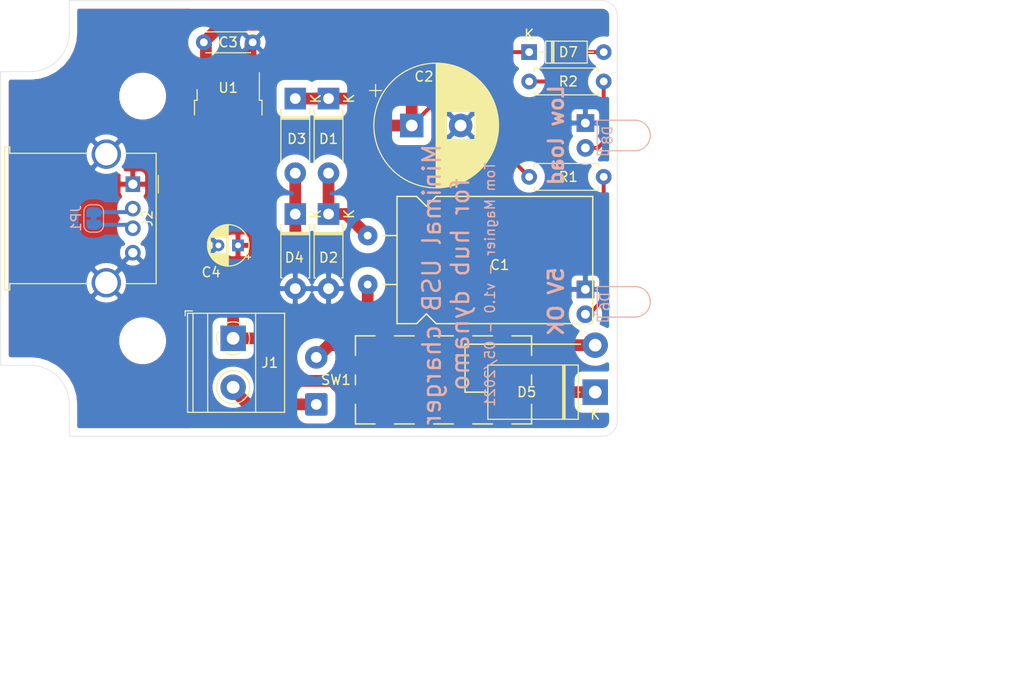
<source format=kicad_pcb>
(kicad_pcb (version 20171130) (host pcbnew 5.1.10)

  (general
    (thickness 1.6)
    (drawings 51)
    (tracks 54)
    (zones 0)
    (modules 21)
    (nets 13)
  )

  (page A4)
  (title_block
    (title "Hub dynamo minimal USB charger")
    (date 2021-05-05)
    (rev 1.0)
    (company "Tom Magnier")
  )

  (layers
    (0 F.Cu signal)
    (31 B.Cu signal)
    (32 B.Adhes user)
    (33 F.Adhes user)
    (34 B.Paste user)
    (35 F.Paste user)
    (36 B.SilkS user)
    (37 F.SilkS user)
    (38 B.Mask user)
    (39 F.Mask user)
    (40 Dwgs.User user)
    (41 Cmts.User user)
    (42 Eco1.User user)
    (43 Eco2.User user)
    (44 Edge.Cuts user)
    (45 Margin user)
    (46 B.CrtYd user)
    (47 F.CrtYd user)
    (48 B.Fab user)
    (49 F.Fab user hide)
  )

  (setup
    (last_trace_width 0.4)
    (user_trace_width 0.8)
    (user_trace_width 1.2)
    (trace_clearance 0.4)
    (zone_clearance 0.8)
    (zone_45_only no)
    (trace_min 0.2)
    (via_size 0.8)
    (via_drill 0.4)
    (via_min_size 0.4)
    (via_min_drill 0.3)
    (uvia_size 0.3)
    (uvia_drill 0.1)
    (uvias_allowed no)
    (uvia_min_size 0.2)
    (uvia_min_drill 0.1)
    (edge_width 0.05)
    (segment_width 0.2)
    (pcb_text_width 0.3)
    (pcb_text_size 1.5 1.5)
    (mod_edge_width 0.12)
    (mod_text_size 1 1)
    (mod_text_width 0.15)
    (pad_size 6.4 5.8)
    (pad_drill 0)
    (pad_to_mask_clearance 0)
    (aux_axis_origin 100 130)
    (visible_elements FFFFFF7F)
    (pcbplotparams
      (layerselection 0x010f0_ffffffff)
      (usegerberextensions true)
      (usegerberattributes false)
      (usegerberadvancedattributes true)
      (creategerberjobfile true)
      (excludeedgelayer true)
      (linewidth 0.100000)
      (plotframeref false)
      (viasonmask false)
      (mode 1)
      (useauxorigin true)
      (hpglpennumber 1)
      (hpglpenspeed 20)
      (hpglpendiameter 15.000000)
      (psnegative false)
      (psa4output false)
      (plotreference true)
      (plotvalue true)
      (plotinvisibletext false)
      (padsonsilk false)
      (subtractmaskfromsilk true)
      (outputformat 1)
      (mirror false)
      (drillshape 0)
      (scaleselection 1)
      (outputdirectory "gerber"))
  )

  (net 0 "")
  (net 1 "Net-(C1-Pad2)")
  (net 2 "Net-(C1-Pad1)")
  (net 3 GND)
  (net 4 VCC)
  (net 5 +5V)
  (net 6 "Net-(D3-Pad2)")
  (net 7 "Net-(D6-Pad2)")
  (net 8 "Net-(D7-Pad2)")
  (net 9 "Net-(D8-Pad2)")
  (net 10 "Net-(J2-Pad3)")
  (net 11 "Net-(J2-Pad2)")
  (net 12 "Net-(J1-Pad2)")

  (net_class Default "This is the default net class."
    (clearance 0.4)
    (trace_width 0.4)
    (via_dia 0.8)
    (via_drill 0.4)
    (uvia_dia 0.3)
    (uvia_drill 0.1)
    (add_net +5V)
    (add_net GND)
    (add_net "Net-(C1-Pad1)")
    (add_net "Net-(C1-Pad2)")
    (add_net "Net-(D3-Pad2)")
    (add_net "Net-(D6-Pad2)")
    (add_net "Net-(D7-Pad2)")
    (add_net "Net-(D8-Pad2)")
    (add_net "Net-(J1-Pad2)")
    (add_net "Net-(J2-Pad2)")
    (add_net "Net-(J2-Pad3)")
    (add_net VCC)
  )

  (module Capacitor_THT:C_Disc_D4.3mm_W1.9mm_P5.00mm (layer F.Cu) (tedit 5AE50EF0) (tstamp 6096FF7E)
    (at 120.75 89.75)
    (descr "C, Disc series, Radial, pin pitch=5.00mm, , diameter*width=4.3*1.9mm^2, Capacitor, http://www.vishay.com/docs/45233/krseries.pdf")
    (tags "C Disc series Radial pin pitch 5.00mm  diameter 4.3mm width 1.9mm Capacitor")
    (path /608DA151)
    (fp_text reference C3 (at 2.5 0) (layer F.SilkS)
      (effects (font (size 1 1) (thickness 0.15)))
    )
    (fp_text value 0.1uF/25V (at 2.5 2.2) (layer F.Fab)
      (effects (font (size 1 1) (thickness 0.15)))
    )
    (fp_line (start 0.35 -0.95) (end 0.35 0.95) (layer F.Fab) (width 0.1))
    (fp_line (start 0.35 0.95) (end 4.65 0.95) (layer F.Fab) (width 0.1))
    (fp_line (start 4.65 0.95) (end 4.65 -0.95) (layer F.Fab) (width 0.1))
    (fp_line (start 4.65 -0.95) (end 0.35 -0.95) (layer F.Fab) (width 0.1))
    (fp_line (start 0.23 -1.07) (end 4.77 -1.07) (layer F.SilkS) (width 0.12))
    (fp_line (start 0.23 1.07) (end 4.77 1.07) (layer F.SilkS) (width 0.12))
    (fp_line (start 0.23 -1.07) (end 0.23 -1.055) (layer F.SilkS) (width 0.12))
    (fp_line (start 0.23 1.055) (end 0.23 1.07) (layer F.SilkS) (width 0.12))
    (fp_line (start 4.77 -1.07) (end 4.77 -1.055) (layer F.SilkS) (width 0.12))
    (fp_line (start 4.77 1.055) (end 4.77 1.07) (layer F.SilkS) (width 0.12))
    (fp_line (start -1.05 -1.2) (end -1.05 1.2) (layer F.CrtYd) (width 0.05))
    (fp_line (start -1.05 1.2) (end 6.05 1.2) (layer F.CrtYd) (width 0.05))
    (fp_line (start 6.05 1.2) (end 6.05 -1.2) (layer F.CrtYd) (width 0.05))
    (fp_line (start 6.05 -1.2) (end -1.05 -1.2) (layer F.CrtYd) (width 0.05))
    (fp_text user %R (at 2.5 0) (layer F.Fab)
      (effects (font (size 0.86 0.86) (thickness 0.129)))
    )
    (pad 2 thru_hole circle (at 5 0) (size 1.6 1.6) (drill 0.8) (layers *.Cu *.Mask)
      (net 3 GND))
    (pad 1 thru_hole circle (at 0 0) (size 1.6 1.6) (drill 0.8) (layers *.Cu *.Mask)
      (net 4 VCC))
    (model ${KISYS3DMOD}/Capacitor_THT.3dshapes/C_Disc_D4.3mm_W1.9mm_P5.00mm.wrl
      (at (xyz 0 0 0))
      (scale (xyz 1 1 1))
      (rotate (xyz 0 0 0))
    )
  )

  (module Package_TO_SOT_SMD:TO-252-2 (layer F.Cu) (tedit 60968AB9) (tstamp 6096FE91)
    (at 123.25 98.15 270)
    (descr "TO-252 / DPAK SMD package, http://www.infineon.com/cms/en/product/packages/PG-TO252/PG-TO252-3-1/")
    (tags "DPAK TO-252 DPAK-3 TO-252-3 SOT-428")
    (path /6096A526)
    (attr smd)
    (fp_text reference U1 (at -3.75 0 180) (layer F.SilkS)
      (effects (font (size 1 1) (thickness 0.15)))
    )
    (fp_text value LM1117-5.0 (at 0 4.5 90) (layer F.Fab)
      (effects (font (size 1 1) (thickness 0.15)))
    )
    (fp_line (start 5.55 -3.5) (end -5.55 -3.5) (layer F.CrtYd) (width 0.05))
    (fp_line (start 5.55 3.5) (end 5.55 -3.5) (layer F.CrtYd) (width 0.05))
    (fp_line (start -5.55 3.5) (end 5.55 3.5) (layer F.CrtYd) (width 0.05))
    (fp_line (start -5.55 -3.5) (end -5.55 3.5) (layer F.CrtYd) (width 0.05))
    (fp_line (start -2.47 3.18) (end -3.57 3.18) (layer F.SilkS) (width 0.12))
    (fp_line (start -2.47 3.45) (end -2.47 3.18) (layer F.SilkS) (width 0.12))
    (fp_line (start -0.97 3.45) (end -2.47 3.45) (layer F.SilkS) (width 0.12))
    (fp_line (start -2.47 -3.18) (end -5.3 -3.18) (layer F.SilkS) (width 0.12))
    (fp_line (start -2.47 -3.45) (end -2.47 -3.18) (layer F.SilkS) (width 0.12))
    (fp_line (start -0.97 -3.45) (end -2.47 -3.45) (layer F.SilkS) (width 0.12))
    (fp_line (start -4.97 2.655) (end -2.27 2.655) (layer F.Fab) (width 0.1))
    (fp_line (start -4.97 1.905) (end -4.97 2.655) (layer F.Fab) (width 0.1))
    (fp_line (start -2.27 1.905) (end -4.97 1.905) (layer F.Fab) (width 0.1))
    (fp_line (start -4.97 -1.905) (end -2.27 -1.905) (layer F.Fab) (width 0.1))
    (fp_line (start -4.97 -2.655) (end -4.97 -1.905) (layer F.Fab) (width 0.1))
    (fp_line (start -1.865 -2.655) (end -4.97 -2.655) (layer F.Fab) (width 0.1))
    (fp_line (start -1.27 -3.25) (end 3.95 -3.25) (layer F.Fab) (width 0.1))
    (fp_line (start -2.27 -2.25) (end -1.27 -3.25) (layer F.Fab) (width 0.1))
    (fp_line (start -2.27 3.25) (end -2.27 -2.25) (layer F.Fab) (width 0.1))
    (fp_line (start 3.95 3.25) (end -2.27 3.25) (layer F.Fab) (width 0.1))
    (fp_line (start 3.95 -3.25) (end 3.95 3.25) (layer F.Fab) (width 0.1))
    (fp_line (start 4.95 2.7) (end 3.95 2.7) (layer F.Fab) (width 0.1))
    (fp_line (start 4.95 -2.7) (end 4.95 2.7) (layer F.Fab) (width 0.1))
    (fp_line (start 3.95 -2.7) (end 4.95 -2.7) (layer F.Fab) (width 0.1))
    (fp_text user %R (at 0 0 90) (layer F.Fab)
      (effects (font (size 1 1) (thickness 0.15)))
    )
    (pad "" smd rect (at 0.425 1.525 270) (size 3.05 2.75) (layers F.Paste))
    (pad "" smd rect (at 3.775 -1.525 270) (size 3.05 2.75) (layers F.Paste))
    (pad "" smd rect (at 0.425 -1.525 270) (size 3.05 2.75) (layers F.Paste))
    (pad "" smd rect (at 3.775 1.525 270) (size 3.05 2.75) (layers F.Paste))
    (pad 2 smd rect (at 2.1 0 270) (size 6.4 5.8) (layers F.Cu F.Mask)
      (net 5 +5V) (zone_connect 2))
    (pad 3 smd rect (at -4.2 2.28 270) (size 2.2 1.2) (layers F.Cu F.Paste F.Mask)
      (net 4 VCC))
    (pad 1 smd rect (at -4.2 -2.28 270) (size 2.2 1.2) (layers F.Cu F.Paste F.Mask)
      (net 3 GND))
    (model ${KISYS3DMOD}/Package_TO_SOT_SMD.3dshapes/TO-252-2.wrl
      (at (xyz 0 0 0))
      (scale (xyz 1 1 1))
      (rotate (xyz 0 0 0))
    )
  )

  (module LED_THT:LED_D3.0mm_Horizontal_O1.27mm_Z2.0mm (layer B.Cu) (tedit 5880A862) (tstamp 6092B4E9)
    (at 159.75 98 270)
    (descr "LED, diameter 3.0mm z-position of LED center 2.0mm, 2 pins")
    (tags "LED diameter 3.0mm z-position of LED center 2.0mm 2 pins")
    (path /60926BCD)
    (fp_text reference D8 (at 1.25 -2.25 270) (layer B.SilkS)
      (effects (font (size 1 1) (thickness 0.15)) (justify mirror))
    )
    (fp_text value "Red LED" (at 1.27 -7.63 270) (layer B.Fab)
      (effects (font (size 1 1) (thickness 0.15)) (justify mirror))
    )
    (fp_line (start -0.23 -1.27) (end -0.23 -5.07) (layer B.Fab) (width 0.1))
    (fp_line (start 2.77 -1.27) (end 2.77 -5.07) (layer B.Fab) (width 0.1))
    (fp_line (start -0.23 -1.27) (end 2.77 -1.27) (layer B.Fab) (width 0.1))
    (fp_line (start 3.17 -1.27) (end 3.17 -2.27) (layer B.Fab) (width 0.1))
    (fp_line (start 3.17 -2.27) (end 2.77 -2.27) (layer B.Fab) (width 0.1))
    (fp_line (start 2.77 -2.27) (end 2.77 -1.27) (layer B.Fab) (width 0.1))
    (fp_line (start 2.77 -1.27) (end 3.17 -1.27) (layer B.Fab) (width 0.1))
    (fp_line (start 0 0) (end 0 -1.27) (layer B.Fab) (width 0.1))
    (fp_line (start 0 -1.27) (end 0 -1.27) (layer B.Fab) (width 0.1))
    (fp_line (start 0 -1.27) (end 0 0) (layer B.Fab) (width 0.1))
    (fp_line (start 0 0) (end 0 0) (layer B.Fab) (width 0.1))
    (fp_line (start 2.54 0) (end 2.54 -1.27) (layer B.Fab) (width 0.1))
    (fp_line (start 2.54 -1.27) (end 2.54 -1.27) (layer B.Fab) (width 0.1))
    (fp_line (start 2.54 -1.27) (end 2.54 0) (layer B.Fab) (width 0.1))
    (fp_line (start 2.54 0) (end 2.54 0) (layer B.Fab) (width 0.1))
    (fp_line (start -0.29 -1.21) (end -0.29 -5.07) (layer B.SilkS) (width 0.12))
    (fp_line (start 2.83 -1.21) (end 2.83 -5.07) (layer B.SilkS) (width 0.12))
    (fp_line (start -0.29 -1.21) (end 2.83 -1.21) (layer B.SilkS) (width 0.12))
    (fp_line (start 3.23 -1.21) (end 3.23 -2.33) (layer B.SilkS) (width 0.12))
    (fp_line (start 3.23 -2.33) (end 2.83 -2.33) (layer B.SilkS) (width 0.12))
    (fp_line (start 2.83 -2.33) (end 2.83 -1.21) (layer B.SilkS) (width 0.12))
    (fp_line (start 2.83 -1.21) (end 3.23 -1.21) (layer B.SilkS) (width 0.12))
    (fp_line (start 0 -1.08) (end 0 -1.21) (layer B.SilkS) (width 0.12))
    (fp_line (start 0 -1.21) (end 0 -1.21) (layer B.SilkS) (width 0.12))
    (fp_line (start 0 -1.21) (end 0 -1.08) (layer B.SilkS) (width 0.12))
    (fp_line (start 0 -1.08) (end 0 -1.08) (layer B.SilkS) (width 0.12))
    (fp_line (start 2.54 -1.08) (end 2.54 -1.21) (layer B.SilkS) (width 0.12))
    (fp_line (start 2.54 -1.21) (end 2.54 -1.21) (layer B.SilkS) (width 0.12))
    (fp_line (start 2.54 -1.21) (end 2.54 -1.08) (layer B.SilkS) (width 0.12))
    (fp_line (start 2.54 -1.08) (end 2.54 -1.08) (layer B.SilkS) (width 0.12))
    (fp_line (start -1.25 1.25) (end -1.25 -6.9) (layer B.CrtYd) (width 0.05))
    (fp_line (start -1.25 -6.9) (end 3.75 -6.9) (layer B.CrtYd) (width 0.05))
    (fp_line (start 3.75 -6.9) (end 3.75 1.25) (layer B.CrtYd) (width 0.05))
    (fp_line (start 3.75 1.25) (end -1.25 1.25) (layer B.CrtYd) (width 0.05))
    (fp_arc (start 1.27 -5.07) (end -0.29 -5.07) (angle 180) (layer B.SilkS) (width 0.12))
    (fp_arc (start 1.27 -5.07) (end -0.23 -5.07) (angle 180) (layer B.Fab) (width 0.1))
    (pad 2 thru_hole circle (at 2.54 0 270) (size 1.8 1.8) (drill 0.9) (layers *.Cu *.Mask)
      (net 9 "Net-(D8-Pad2)"))
    (pad 1 thru_hole rect (at 0 0 270) (size 1.8 1.8) (drill 0.9) (layers *.Cu *.Mask)
      (net 3 GND))
    (model ${KISYS3DMOD}/LED_THT.3dshapes/LED_D3.0mm_Horizontal_O1.27mm_Z2.0mm.wrl
      (at (xyz 0 0 0))
      (scale (xyz 1 1 1))
      (rotate (xyz 0 0 0))
    )
  )

  (module LED_THT:LED_D3.0mm_Horizontal_O1.27mm_Z2.0mm (layer B.Cu) (tedit 5880A862) (tstamp 6092CE96)
    (at 159.75 115 270)
    (descr "LED, diameter 3.0mm z-position of LED center 2.0mm, 2 pins")
    (tags "LED diameter 3.0mm z-position of LED center 2.0mm 2 pins")
    (path /6092A9C9)
    (fp_text reference D6 (at 1.25 -2 90) (layer B.SilkS)
      (effects (font (size 1 1) (thickness 0.15)) (justify mirror))
    )
    (fp_text value "Green LED" (at 1.27 -7.63 270) (layer B.Fab)
      (effects (font (size 1 1) (thickness 0.15)) (justify mirror))
    )
    (fp_line (start -0.23 -1.27) (end -0.23 -5.07) (layer B.Fab) (width 0.1))
    (fp_line (start 2.77 -1.27) (end 2.77 -5.07) (layer B.Fab) (width 0.1))
    (fp_line (start -0.23 -1.27) (end 2.77 -1.27) (layer B.Fab) (width 0.1))
    (fp_line (start 3.17 -1.27) (end 3.17 -2.27) (layer B.Fab) (width 0.1))
    (fp_line (start 3.17 -2.27) (end 2.77 -2.27) (layer B.Fab) (width 0.1))
    (fp_line (start 2.77 -2.27) (end 2.77 -1.27) (layer B.Fab) (width 0.1))
    (fp_line (start 2.77 -1.27) (end 3.17 -1.27) (layer B.Fab) (width 0.1))
    (fp_line (start 0 0) (end 0 -1.27) (layer B.Fab) (width 0.1))
    (fp_line (start 0 -1.27) (end 0 -1.27) (layer B.Fab) (width 0.1))
    (fp_line (start 0 -1.27) (end 0 0) (layer B.Fab) (width 0.1))
    (fp_line (start 0 0) (end 0 0) (layer B.Fab) (width 0.1))
    (fp_line (start 2.54 0) (end 2.54 -1.27) (layer B.Fab) (width 0.1))
    (fp_line (start 2.54 -1.27) (end 2.54 -1.27) (layer B.Fab) (width 0.1))
    (fp_line (start 2.54 -1.27) (end 2.54 0) (layer B.Fab) (width 0.1))
    (fp_line (start 2.54 0) (end 2.54 0) (layer B.Fab) (width 0.1))
    (fp_line (start -0.29 -1.21) (end -0.29 -5.07) (layer B.SilkS) (width 0.12))
    (fp_line (start 2.83 -1.21) (end 2.83 -5.07) (layer B.SilkS) (width 0.12))
    (fp_line (start -0.29 -1.21) (end 2.83 -1.21) (layer B.SilkS) (width 0.12))
    (fp_line (start 3.23 -1.21) (end 3.23 -2.33) (layer B.SilkS) (width 0.12))
    (fp_line (start 3.23 -2.33) (end 2.83 -2.33) (layer B.SilkS) (width 0.12))
    (fp_line (start 2.83 -2.33) (end 2.83 -1.21) (layer B.SilkS) (width 0.12))
    (fp_line (start 2.83 -1.21) (end 3.23 -1.21) (layer B.SilkS) (width 0.12))
    (fp_line (start 0 -1.08) (end 0 -1.21) (layer B.SilkS) (width 0.12))
    (fp_line (start 0 -1.21) (end 0 -1.21) (layer B.SilkS) (width 0.12))
    (fp_line (start 0 -1.21) (end 0 -1.08) (layer B.SilkS) (width 0.12))
    (fp_line (start 0 -1.08) (end 0 -1.08) (layer B.SilkS) (width 0.12))
    (fp_line (start 2.54 -1.08) (end 2.54 -1.21) (layer B.SilkS) (width 0.12))
    (fp_line (start 2.54 -1.21) (end 2.54 -1.21) (layer B.SilkS) (width 0.12))
    (fp_line (start 2.54 -1.21) (end 2.54 -1.08) (layer B.SilkS) (width 0.12))
    (fp_line (start 2.54 -1.08) (end 2.54 -1.08) (layer B.SilkS) (width 0.12))
    (fp_line (start -1.25 1.25) (end -1.25 -6.9) (layer B.CrtYd) (width 0.05))
    (fp_line (start -1.25 -6.9) (end 3.75 -6.9) (layer B.CrtYd) (width 0.05))
    (fp_line (start 3.75 -6.9) (end 3.75 1.25) (layer B.CrtYd) (width 0.05))
    (fp_line (start 3.75 1.25) (end -1.25 1.25) (layer B.CrtYd) (width 0.05))
    (fp_arc (start 1.27 -5.07) (end -0.29 -5.07) (angle 180) (layer B.SilkS) (width 0.12))
    (fp_arc (start 1.27 -5.07) (end -0.23 -5.07) (angle 180) (layer B.Fab) (width 0.1))
    (pad 2 thru_hole circle (at 2.54 0 270) (size 1.8 1.8) (drill 0.9) (layers *.Cu *.Mask)
      (net 7 "Net-(D6-Pad2)"))
    (pad 1 thru_hole rect (at 0 0 270) (size 1.8 1.8) (drill 0.9) (layers *.Cu *.Mask)
      (net 3 GND))
    (model ${KISYS3DMOD}/LED_THT.3dshapes/LED_D3.0mm_Horizontal_O1.27mm_Z2.0mm.wrl
      (at (xyz 0 0 0))
      (scale (xyz 1 1 1))
      (rotate (xyz 0 0 0))
    )
  )

  (module Capacitor_THT:C_Radial_D12.5mm_H20.0mm_P5.00mm (layer F.Cu) (tedit 609272FE) (tstamp 6092B2A4)
    (at 137.5 109.5)
    (descr "C, Radial series, Radial, pin pitch=5.00mm, diameter=12.5mm, height=20mm, Non-Polar Electrolytic Capacitor")
    (tags "C Radial series Radial pin pitch 5.00mm diameter 12.5mm height 20mm Non-Polar Electrolytic Capacitor")
    (path /609925E1)
    (fp_text reference C1 (at 13.5 3 180) (layer F.SilkS)
      (effects (font (size 1 1) (thickness 0.15)))
    )
    (fp_text value Bipolar/330uF/35V/lowESR (at 13 10.5 180) (layer F.Fab)
      (effects (font (size 1 1) (thickness 0.15)))
    )
    (fp_line (start 3 -4) (end 3 9) (layer F.SilkS) (width 0.15))
    (fp_line (start 3 9) (end 5 9) (layer F.SilkS) (width 0.15))
    (fp_line (start 5 9) (end 6 8) (layer F.SilkS) (width 0.15))
    (fp_line (start 6 8) (end 7 9) (layer F.SilkS) (width 0.15))
    (fp_line (start 7 9) (end 23 9) (layer F.SilkS) (width 0.15))
    (fp_line (start 23 9) (end 23 -4) (layer F.SilkS) (width 0.15))
    (fp_line (start 23 -4) (end 7 -4) (layer F.SilkS) (width 0.15))
    (fp_line (start 7 -4) (end 6 -3) (layer F.SilkS) (width 0.15))
    (fp_line (start 6 -3) (end 5 -4) (layer F.SilkS) (width 0.15))
    (fp_line (start 5 -4) (end 3 -4) (layer F.SilkS) (width 0.15))
    (fp_line (start 3 0) (end 1.5 0) (layer F.SilkS) (width 0.15))
    (fp_line (start 3 5) (end 1.5 5) (layer F.SilkS) (width 0.15))
    (fp_line (start 5 -4) (end 6 -3) (layer F.Fab) (width 0.1))
    (fp_line (start 7 9) (end 6 8) (layer F.Fab) (width 0.1))
    (fp_line (start 23 9) (end 7 9) (layer F.Fab) (width 0.1))
    (fp_line (start 3 0) (end 3 -4) (layer F.Fab) (width 0.1))
    (fp_line (start 7 -4) (end 23 -4) (layer F.Fab) (width 0.1))
    (fp_line (start 6 -3) (end 7 -4) (layer F.Fab) (width 0.1))
    (fp_line (start 5 -4) (end 3 -4) (layer F.Fab) (width 0.1))
    (fp_line (start 6 8) (end 5 9) (layer F.Fab) (width 0.1))
    (fp_line (start 5 9) (end 3 9) (layer F.Fab) (width 0.1))
    (fp_line (start 3 9) (end 3 0) (layer F.Fab) (width 0.1))
    (fp_line (start 3 5) (end 1.5 5) (layer F.Fab) (width 0.1))
    (fp_line (start 1.5 0) (end 3 0) (layer F.Fab) (width 0.1))
    (fp_line (start 23 -4) (end 23 9) (layer F.Fab) (width 0.1))
    (fp_line (start -1.25 -4.25) (end 23.25 -4.25) (layer F.CrtYd) (width 0.05))
    (fp_line (start 23.25 -4.25) (end 23.25 9) (layer F.CrtYd) (width 0.05))
    (fp_line (start 23.25 9) (end -1.25 9) (layer F.CrtYd) (width 0.05))
    (fp_line (start -1.25 9) (end -1.25 -4.25) (layer F.CrtYd) (width 0.05))
    (fp_text user %R (at 13.5 3 180) (layer F.Fab)
      (effects (font (size 1 1) (thickness 0.15)))
    )
    (pad 2 thru_hole circle (at 0 5) (size 2 2) (drill 0.8) (layers *.Cu *.Mask)
      (net 1 "Net-(C1-Pad2)"))
    (pad 1 thru_hole circle (at 0 0) (size 2 2) (drill 0.8) (layers *.Cu *.Mask)
      (net 2 "Net-(C1-Pad1)"))
    (model ${KISYS3DMOD}/Capacitor_THT.3dshapes/C_Radial_D12.5mm_H20.0mm_P5.00mm.wrl
      (offset (xyz 3 0 6.5))
      (scale (xyz 1 1 1))
      (rotate (xyz 90 0 90))
    )
  )

  (module Connector_Wire:SolderWire-0.5sqmm_1x02_P4.8mm_D0.9mm_OD2.3mm (layer F.Cu) (tedit 60927027) (tstamp 6092C9E7)
    (at 132.25 126.75 90)
    (descr "Soldered wire connection, for 2 times 0.5 mm² wires, reinforced insulation, conductor diameter 0.9mm, outer diameter 2.3mm, size source Multi-Contact FLEXI-xV 0.5 (https://ec.staubli.com/AcroFiles/Catalogues/TM_Cab-Main-11014119_(en)_hi.pdf), bend radius 3 times outer diameter, generated with kicad-footprint-generator")
    (tags "connector wire 0.5sqmm")
    (path /608C4A96)
    (attr virtual)
    (fp_text reference SW1 (at 2.5 2 180) (layer F.SilkS)
      (effects (font (size 1 1) (thickness 0.15)))
    )
    (fp_text value TCO/80°C/1A (at 2.4 2.35 90) (layer F.Fab)
      (effects (font (size 1 1) (thickness 0.15)))
    )
    (fp_circle (center 0 0) (end 1.15 0) (layer F.Fab) (width 0.1))
    (fp_circle (center 4.8 0) (end 5.95 0) (layer F.Fab) (width 0.1))
    (fp_line (start -1.9 -1.65) (end -1.9 1.65) (layer F.CrtYd) (width 0.05))
    (fp_line (start -1.9 1.65) (end 1.9 1.65) (layer F.CrtYd) (width 0.05))
    (fp_line (start 1.9 1.65) (end 1.9 -1.65) (layer F.CrtYd) (width 0.05))
    (fp_line (start 1.9 -1.65) (end -1.9 -1.65) (layer F.CrtYd) (width 0.05))
    (fp_line (start 2.9 -1.65) (end 2.9 1.65) (layer F.CrtYd) (width 0.05))
    (fp_line (start 2.9 1.65) (end 6.7 1.65) (layer F.CrtYd) (width 0.05))
    (fp_line (start 6.7 1.65) (end 6.7 -1.65) (layer F.CrtYd) (width 0.05))
    (fp_line (start 6.7 -1.65) (end 2.9 -1.65) (layer F.CrtYd) (width 0.05))
    (fp_line (start -2.1 4) (end 6.9 4) (layer Dwgs.User) (width 0.12))
    (fp_line (start 6.9 4) (end 6.9 22) (layer Dwgs.User) (width 0.12))
    (fp_line (start 6.9 22) (end -2.1 22) (layer Dwgs.User) (width 0.12))
    (fp_line (start -2.1 22) (end -2.1 4) (layer Dwgs.User) (width 0.12))
    (fp_line (start -2 4) (end -2 6) (layer F.SilkS) (width 0.15))
    (fp_line (start -2 8) (end -2 10) (layer F.SilkS) (width 0.15))
    (fp_line (start -2 12) (end -2 14) (layer F.SilkS) (width 0.15))
    (fp_line (start -2 16) (end -2 18) (layer F.SilkS) (width 0.15))
    (fp_line (start -2 20) (end -2 22) (layer F.SilkS) (width 0.15))
    (fp_line (start -2 22) (end 0 22) (layer F.SilkS) (width 0.15))
    (fp_line (start 7 22) (end 5 22) (layer F.SilkS) (width 0.15))
    (fp_line (start 2 22) (end 3 22) (layer F.SilkS) (width 0.15))
    (fp_line (start 7 22) (end 7 20) (layer F.SilkS) (width 0.15))
    (fp_line (start 7 18) (end 7 16) (layer F.SilkS) (width 0.15))
    (fp_line (start 7 14) (end 7 12) (layer F.SilkS) (width 0.15))
    (fp_line (start 7 10) (end 7 8) (layer F.SilkS) (width 0.15))
    (fp_line (start 7 6) (end 7 4) (layer F.SilkS) (width 0.15))
    (fp_line (start 7 4) (end 5 4) (layer F.SilkS) (width 0.15))
    (fp_line (start -2 4) (end 0 4) (layer F.SilkS) (width 0.15))
    (fp_line (start 2 4) (end 3 4) (layer F.SilkS) (width 0.15))
    (fp_text user %R (at 2.4 0) (layer F.Fab)
      (effects (font (size 0.82 0.82) (thickness 0.12)))
    )
    (pad 2 thru_hole circle (at 4.8 0 90) (size 2.3 2.3) (drill 1.1) (layers *.Cu *.Mask)
      (net 1 "Net-(C1-Pad2)"))
    (pad 1 thru_hole roundrect (at 0 0 90) (size 2.3 2.3) (drill 1.1) (layers *.Cu *.Mask) (roundrect_rratio 0.1086952173913043)
      (net 12 "Net-(J1-Pad2)"))
    (model ${KISYS3DMOD}/Connector_Wire.3dshapes/SolderWire-0.5sqmm_1x02_P4.8mm_D0.9mm_OD2.3mm.wrl
      (at (xyz 0 0 0))
      (scale (xyz 1 1 1))
      (rotate (xyz 0 0 0))
    )
  )

  (module Diode_THT:D_DO-201AE_P12.70mm_Horizontal (layer F.Cu) (tedit 60926EFD) (tstamp 6092B4A8)
    (at 160.75 125.5 180)
    (descr "Diode, DO-201AE series, Axial, Horizontal, pin pitch=12.7mm, , length*diameter=9*5.3mm^2, , http://www.farnell.com/datasheets/529758.pdf")
    (tags "Diode DO-201AE series Axial Horizontal pin pitch 12.7mm  length 9mm diameter 5.3mm")
    (path /608CFA9D)
    (fp_text reference D5 (at 7 0 180) (layer F.SilkS)
      (effects (font (size 1 1) (thickness 0.15)))
    )
    (fp_text value 1.5KE15CA (at 6.35 3.77 180) (layer F.Fab)
      (effects (font (size 1 1) (thickness 0.15)))
    )
    (fp_line (start 1.85 -2.65) (end 1.85 2.65) (layer F.Fab) (width 0.1))
    (fp_line (start 1.85 2.65) (end 10.85 2.65) (layer F.Fab) (width 0.1))
    (fp_line (start 10.85 2.65) (end 10.85 -2.65) (layer F.Fab) (width 0.1))
    (fp_line (start 10.85 -2.65) (end 1.85 -2.65) (layer F.Fab) (width 0.1))
    (fp_line (start 0 0) (end 1.85 0) (layer F.Fab) (width 0.1))
    (fp_line (start 12.7 0) (end 10.85 0) (layer F.Fab) (width 0.1))
    (fp_line (start 3.2 -2.65) (end 3.2 2.65) (layer F.Fab) (width 0.1))
    (fp_line (start 3.3 -2.65) (end 3.3 2.65) (layer F.Fab) (width 0.1))
    (fp_line (start 3.1 -2.65) (end 3.1 2.65) (layer F.Fab) (width 0.1))
    (fp_line (start 1.73 -2.77) (end 1.73 2.77) (layer F.SilkS) (width 0.12))
    (fp_line (start 1.73 2.77) (end 10.97 2.77) (layer F.SilkS) (width 0.12))
    (fp_line (start 10.97 2.77) (end 10.97 -2.77) (layer F.SilkS) (width 0.12))
    (fp_line (start 10.97 -2.77) (end 1.73 -2.77) (layer F.SilkS) (width 0.12))
    (fp_line (start 1.54 0) (end 1.73 0) (layer F.SilkS) (width 0.12))
    (fp_line (start 11.16 0) (end 10.97 0) (layer F.SilkS) (width 0.12))
    (fp_line (start 3.2 -2.77) (end 3.2 2.77) (layer F.SilkS) (width 0.12))
    (fp_line (start 3.32 -2.77) (end 3.32 2.77) (layer F.SilkS) (width 0.12))
    (fp_line (start 3.08 -2.77) (end 3.08 2.77) (layer F.SilkS) (width 0.12))
    (fp_line (start -1.55 -2.9) (end -1.5 6.3) (layer F.CrtYd) (width 0.05))
    (fp_line (start -1.5 6.3) (end 14.25 6.3) (layer F.CrtYd) (width 0.05))
    (fp_line (start 14.25 6.3) (end 14.25 -2.9) (layer F.CrtYd) (width 0.05))
    (fp_line (start 14.25 -2.9) (end -1.55 -2.9) (layer F.CrtYd) (width 0.05))
    (fp_line (start 11.2 0) (end 13.3 0) (layer F.SilkS) (width 0.15))
    (fp_line (start 13.3 0) (end 13.3 4.9) (layer F.SilkS) (width 0.15))
    (fp_line (start 13.3 4.9) (end 1.5 4.9) (layer F.SilkS) (width 0.15))
    (fp_line (start 12.6 0) (end 12.7 0) (layer F.Fab) (width 0.12))
    (fp_line (start 12.7 0) (end 13.3 0) (layer F.Fab) (width 0.12))
    (fp_line (start 13.3 0) (end 13.3 4.9) (layer F.Fab) (width 0.12))
    (fp_line (start 13.3 4.9) (end 1.5 4.9) (layer F.Fab) (width 0.12))
    (fp_text user K (at 0 -2.3 180) (layer F.SilkS)
      (effects (font (size 1 1) (thickness 0.15)))
    )
    (fp_text user K (at 0 -2.3 180) (layer F.Fab)
      (effects (font (size 1 1) (thickness 0.15)))
    )
    (fp_text user %R (at 7.025 0 180) (layer F.Fab)
      (effects (font (size 1 1) (thickness 0.15)))
    )
    (pad 2 thru_hole oval (at 0 4.8 180) (size 2.6 2.6) (drill 1.3) (layers *.Cu *.Mask)
      (net 1 "Net-(C1-Pad2)"))
    (pad 1 thru_hole rect (at 0 0 180) (size 2.6 2.6) (drill 1.3) (layers *.Cu *.Mask)
      (net 6 "Net-(D3-Pad2)"))
    (model ${KISYS3DMOD}/Diode_THT.3dshapes/D_DO-201AE_P12.70mm_Horizontal.wrl
      (at (xyz 0 0 0))
      (scale (xyz 1 1 1))
      (rotate (xyz 0 0 0))
    )
  )

  (module MountingHole:MountingHole_3.2mm_M3 (layer F.Cu) (tedit 56D1B4CB) (tstamp 6092E435)
    (at 114.5 120.25)
    (descr "Mounting Hole 3.2mm, no annular, M3")
    (tags "mounting hole 3.2mm no annular m3")
    (attr virtual)
    (fp_text reference REF** (at 0 -4.2) (layer F.SilkS) hide
      (effects (font (size 1 1) (thickness 0.15)))
    )
    (fp_text value MountingHole_3.2mm_M3 (at 0 4.2) (layer F.Fab)
      (effects (font (size 1 1) (thickness 0.15)))
    )
    (fp_circle (center 0 0) (end 3.2 0) (layer Cmts.User) (width 0.15))
    (fp_circle (center 0 0) (end 3.45 0) (layer F.CrtYd) (width 0.05))
    (fp_text user %R (at 0.3 0) (layer F.Fab)
      (effects (font (size 1 1) (thickness 0.15)))
    )
    (pad 1 np_thru_hole circle (at 0 0) (size 3.2 3.2) (drill 3.2) (layers *.Cu *.Mask))
  )

  (module MountingHole:MountingHole_3.2mm_M3 (layer F.Cu) (tedit 56D1B4CB) (tstamp 6092E418)
    (at 114.5 95.25)
    (descr "Mounting Hole 3.2mm, no annular, M3")
    (tags "mounting hole 3.2mm no annular m3")
    (attr virtual)
    (fp_text reference REF** (at 0 -4.2) (layer F.SilkS) hide
      (effects (font (size 1 1) (thickness 0.15)))
    )
    (fp_text value MountingHole_3.2mm_M3 (at 0 4.2) (layer F.Fab)
      (effects (font (size 1 1) (thickness 0.15)))
    )
    (fp_circle (center 0 0) (end 3.2 0) (layer Cmts.User) (width 0.15))
    (fp_circle (center 0 0) (end 3.45 0) (layer F.CrtYd) (width 0.05))
    (fp_text user %R (at 0.3 0) (layer F.Fab)
      (effects (font (size 1 1) (thickness 0.15)))
    )
    (pad 1 np_thru_hole circle (at 0 0) (size 3.2 3.2) (drill 3.2) (layers *.Cu *.Mask))
  )

  (module Resistor_THT:R_Axial_DIN0207_L6.3mm_D2.5mm_P7.62mm_Horizontal (layer F.Cu) (tedit 5AE5139B) (tstamp 6092B583)
    (at 154 93.75)
    (descr "Resistor, Axial_DIN0207 series, Axial, Horizontal, pin pitch=7.62mm, 0.25W = 1/4W, length*diameter=6.3*2.5mm^2, http://cdn-reichelt.de/documents/datenblatt/B400/1_4W%23YAG.pdf")
    (tags "Resistor Axial_DIN0207 series Axial Horizontal pin pitch 7.62mm 0.25W = 1/4W length 6.3mm diameter 2.5mm")
    (path /6090C05F)
    (fp_text reference R2 (at 4 0) (layer F.SilkS)
      (effects (font (size 1 1) (thickness 0.15)))
    )
    (fp_text value 1k (at 3.81 2.37) (layer F.Fab)
      (effects (font (size 1 1) (thickness 0.15)))
    )
    (fp_line (start 0.66 -1.25) (end 0.66 1.25) (layer F.Fab) (width 0.1))
    (fp_line (start 0.66 1.25) (end 6.96 1.25) (layer F.Fab) (width 0.1))
    (fp_line (start 6.96 1.25) (end 6.96 -1.25) (layer F.Fab) (width 0.1))
    (fp_line (start 6.96 -1.25) (end 0.66 -1.25) (layer F.Fab) (width 0.1))
    (fp_line (start 0 0) (end 0.66 0) (layer F.Fab) (width 0.1))
    (fp_line (start 7.62 0) (end 6.96 0) (layer F.Fab) (width 0.1))
    (fp_line (start 0.54 -1.04) (end 0.54 -1.37) (layer F.SilkS) (width 0.12))
    (fp_line (start 0.54 -1.37) (end 7.08 -1.37) (layer F.SilkS) (width 0.12))
    (fp_line (start 7.08 -1.37) (end 7.08 -1.04) (layer F.SilkS) (width 0.12))
    (fp_line (start 0.54 1.04) (end 0.54 1.37) (layer F.SilkS) (width 0.12))
    (fp_line (start 0.54 1.37) (end 7.08 1.37) (layer F.SilkS) (width 0.12))
    (fp_line (start 7.08 1.37) (end 7.08 1.04) (layer F.SilkS) (width 0.12))
    (fp_line (start -1.05 -1.5) (end -1.05 1.5) (layer F.CrtYd) (width 0.05))
    (fp_line (start -1.05 1.5) (end 8.67 1.5) (layer F.CrtYd) (width 0.05))
    (fp_line (start 8.67 1.5) (end 8.67 -1.5) (layer F.CrtYd) (width 0.05))
    (fp_line (start 8.67 -1.5) (end -1.05 -1.5) (layer F.CrtYd) (width 0.05))
    (fp_text user %R (at 3.81 0) (layer F.Fab)
      (effects (font (size 1 1) (thickness 0.15)))
    )
    (pad 2 thru_hole oval (at 7.62 0) (size 1.6 1.6) (drill 0.8) (layers *.Cu *.Mask)
      (net 9 "Net-(D8-Pad2)"))
    (pad 1 thru_hole circle (at 0 0) (size 1.6 1.6) (drill 0.8) (layers *.Cu *.Mask)
      (net 8 "Net-(D7-Pad2)"))
    (model ${KISYS3DMOD}/Resistor_THT.3dshapes/R_Axial_DIN0207_L6.3mm_D2.5mm_P7.62mm_Horizontal.wrl
      (at (xyz 0 0 0))
      (scale (xyz 1 1 1))
      (rotate (xyz 0 0 0))
    )
  )

  (module Resistor_THT:R_Axial_DIN0207_L6.3mm_D2.5mm_P7.62mm_Horizontal (layer F.Cu) (tedit 5AE5139B) (tstamp 6092B56C)
    (at 154 103.5)
    (descr "Resistor, Axial_DIN0207 series, Axial, Horizontal, pin pitch=7.62mm, 0.25W = 1/4W, length*diameter=6.3*2.5mm^2, http://cdn-reichelt.de/documents/datenblatt/B400/1_4W%23YAG.pdf")
    (tags "Resistor Axial_DIN0207 series Axial Horizontal pin pitch 7.62mm 0.25W = 1/4W length 6.3mm diameter 2.5mm")
    (path /60903952)
    (fp_text reference R1 (at 4 0) (layer F.SilkS)
      (effects (font (size 1 1) (thickness 0.15)))
    )
    (fp_text value 1k (at 3.81 2.37) (layer F.Fab)
      (effects (font (size 1 1) (thickness 0.15)))
    )
    (fp_line (start 0.66 -1.25) (end 0.66 1.25) (layer F.Fab) (width 0.1))
    (fp_line (start 0.66 1.25) (end 6.96 1.25) (layer F.Fab) (width 0.1))
    (fp_line (start 6.96 1.25) (end 6.96 -1.25) (layer F.Fab) (width 0.1))
    (fp_line (start 6.96 -1.25) (end 0.66 -1.25) (layer F.Fab) (width 0.1))
    (fp_line (start 0 0) (end 0.66 0) (layer F.Fab) (width 0.1))
    (fp_line (start 7.62 0) (end 6.96 0) (layer F.Fab) (width 0.1))
    (fp_line (start 0.54 -1.04) (end 0.54 -1.37) (layer F.SilkS) (width 0.12))
    (fp_line (start 0.54 -1.37) (end 7.08 -1.37) (layer F.SilkS) (width 0.12))
    (fp_line (start 7.08 -1.37) (end 7.08 -1.04) (layer F.SilkS) (width 0.12))
    (fp_line (start 0.54 1.04) (end 0.54 1.37) (layer F.SilkS) (width 0.12))
    (fp_line (start 0.54 1.37) (end 7.08 1.37) (layer F.SilkS) (width 0.12))
    (fp_line (start 7.08 1.37) (end 7.08 1.04) (layer F.SilkS) (width 0.12))
    (fp_line (start -1.05 -1.5) (end -1.05 1.5) (layer F.CrtYd) (width 0.05))
    (fp_line (start -1.05 1.5) (end 8.67 1.5) (layer F.CrtYd) (width 0.05))
    (fp_line (start 8.67 1.5) (end 8.67 -1.5) (layer F.CrtYd) (width 0.05))
    (fp_line (start 8.67 -1.5) (end -1.05 -1.5) (layer F.CrtYd) (width 0.05))
    (fp_text user %R (at 3.81 0) (layer F.Fab)
      (effects (font (size 1 1) (thickness 0.15)))
    )
    (pad 2 thru_hole oval (at 7.62 0) (size 1.6 1.6) (drill 0.8) (layers *.Cu *.Mask)
      (net 7 "Net-(D6-Pad2)"))
    (pad 1 thru_hole circle (at 0 0) (size 1.6 1.6) (drill 0.8) (layers *.Cu *.Mask)
      (net 5 +5V))
    (model ${KISYS3DMOD}/Resistor_THT.3dshapes/R_Axial_DIN0207_L6.3mm_D2.5mm_P7.62mm_Horizontal.wrl
      (at (xyz 0 0 0))
      (scale (xyz 1 1 1))
      (rotate (xyz 0 0 0))
    )
  )

  (module Jumper:SolderJumper-2_P1.3mm_Bridged_RoundedPad1.0x1.5mm (layer B.Cu) (tedit 5C745284) (tstamp 6092B555)
    (at 109.5 107.75 270)
    (descr "SMD Solder Jumper, 1x1.5mm, rounded Pads, 0.3mm gap, bridged with 1 copper strip")
    (tags "solder jumper open")
    (path /608ED9CD)
    (attr virtual)
    (fp_text reference JP1 (at 0 1.8 270) (layer B.SilkS)
      (effects (font (size 1 1) (thickness 0.15)) (justify mirror))
    )
    (fp_text value Jumper_NC_Small (at 0 -1.9 270) (layer B.Fab)
      (effects (font (size 1 1) (thickness 0.15)) (justify mirror))
    )
    (fp_line (start -1.4 -0.3) (end -1.4 0.3) (layer B.SilkS) (width 0.12))
    (fp_line (start 0.7 -1) (end -0.7 -1) (layer B.SilkS) (width 0.12))
    (fp_line (start 1.4 0.3) (end 1.4 -0.3) (layer B.SilkS) (width 0.12))
    (fp_line (start -0.7 1) (end 0.7 1) (layer B.SilkS) (width 0.12))
    (fp_line (start -1.65 1.25) (end 1.65 1.25) (layer B.CrtYd) (width 0.05))
    (fp_line (start -1.65 1.25) (end -1.65 -1.25) (layer B.CrtYd) (width 0.05))
    (fp_line (start 1.65 -1.25) (end 1.65 1.25) (layer B.CrtYd) (width 0.05))
    (fp_line (start 1.65 -1.25) (end -1.65 -1.25) (layer B.CrtYd) (width 0.05))
    (fp_poly (pts (xy 0.25 0.3) (xy -0.25 0.3) (xy -0.25 -0.3) (xy 0.25 -0.3)) (layer B.Cu) (width 0))
    (fp_arc (start -0.7 0.3) (end -0.7 1) (angle 90) (layer B.SilkS) (width 0.12))
    (fp_arc (start -0.7 -0.3) (end -1.4 -0.3) (angle 90) (layer B.SilkS) (width 0.12))
    (fp_arc (start 0.7 -0.3) (end 0.7 -1) (angle 90) (layer B.SilkS) (width 0.12))
    (fp_arc (start 0.7 0.3) (end 1.4 0.3) (angle 90) (layer B.SilkS) (width 0.12))
    (pad 1 smd custom (at -0.65 0 270) (size 1 0.5) (layers B.Cu B.Mask)
      (net 11 "Net-(J2-Pad2)") (zone_connect 2)
      (options (clearance outline) (anchor rect))
      (primitives
        (gr_circle (center 0 -0.25) (end 0.5 -0.25) (width 0))
        (gr_circle (center 0 0.25) (end 0.5 0.25) (width 0))
        (gr_poly (pts
           (xy 0 0.75) (xy 0.5 0.75) (xy 0.5 -0.75) (xy 0 -0.75)) (width 0))
      ))
    (pad 2 smd custom (at 0.65 0 270) (size 1 0.5) (layers B.Cu B.Mask)
      (net 10 "Net-(J2-Pad3)") (zone_connect 2)
      (options (clearance outline) (anchor rect))
      (primitives
        (gr_circle (center 0 -0.25) (end 0.5 -0.25) (width 0))
        (gr_circle (center 0 0.25) (end 0.5 0.25) (width 0))
        (gr_poly (pts
           (xy 0 0.75) (xy -0.5 0.75) (xy -0.5 -0.75) (xy 0 -0.75)) (width 0))
      ))
  )

  (module Connector_USB:USB_A_Molex_67643_Horizontal (layer F.Cu) (tedit 5EA03975) (tstamp 6093DBE1)
    (at 113.5 104.25 270)
    (descr "USB type A, Horizontal, https://www.molex.com/pdm_docs/sd/676433910_sd.pdf")
    (tags "USB_A Female Connector receptacle")
    (path /608EA1E3)
    (fp_text reference J2 (at 3.5 -1.5 90) (layer F.SilkS)
      (effects (font (size 1 1) (thickness 0.15)))
    )
    (fp_text value USB_A (at 3.5 14.5 90) (layer F.Fab)
      (effects (font (size 1 1) (thickness 0.15)))
    )
    (fp_line (start -3.05 -2.27) (end 10.05 -2.27) (layer F.Fab) (width 0.1))
    (fp_line (start 10.05 -2.27) (end 10.05 12.69) (layer F.Fab) (width 0.1))
    (fp_line (start -3.16 12.58) (end -3.16 4.47) (layer F.SilkS) (width 0.12))
    (fp_line (start -3.16 12.58) (end -3.81 12.58) (layer F.SilkS) (width 0.12))
    (fp_line (start -3.7 12.69) (end -3.7 12.99) (layer F.Fab) (width 0.1))
    (fp_line (start -3.7 12.99) (end 10.7 12.99) (layer F.Fab) (width 0.1))
    (fp_line (start 10.7 12.99) (end 10.7 12.69) (layer F.Fab) (width 0.1))
    (fp_line (start 10.7 12.69) (end 10.05 12.69) (layer F.Fab) (width 0.1))
    (fp_line (start -3.05 9.27) (end 10.05 9.27) (layer F.Fab) (width 0.1))
    (fp_line (start -3.55 -2.77) (end 10.55 -2.77) (layer F.CrtYd) (width 0.05))
    (fp_line (start 10.55 -2.77) (end 10.55 0.76) (layer F.CrtYd) (width 0.05))
    (fp_line (start -3.55 -2.77) (end -3.55 0.76) (layer F.CrtYd) (width 0.05))
    (fp_line (start -4.2 13.49) (end 11.2 13.49) (layer F.CrtYd) (width 0.05))
    (fp_line (start 11.2 13.49) (end 11.2 12.19) (layer F.CrtYd) (width 0.05))
    (fp_line (start 11.2 12.19) (end 10.55 12.19) (layer F.CrtYd) (width 0.05))
    (fp_line (start 10.55 12.19) (end 10.55 4.66) (layer F.CrtYd) (width 0.05))
    (fp_line (start -4.2 13.49) (end -4.2 12.19) (layer F.CrtYd) (width 0.05))
    (fp_line (start -4.2 12.19) (end -3.55 12.19) (layer F.CrtYd) (width 0.05))
    (fp_line (start -3.55 12.19) (end -3.55 4.66) (layer F.CrtYd) (width 0.05))
    (fp_line (start -3.16 -2.38) (end 10.16 -2.38) (layer F.SilkS) (width 0.12))
    (fp_line (start -3.16 -2.38) (end -3.16 0.95) (layer F.SilkS) (width 0.12))
    (fp_line (start 10.16 -2.38) (end 10.16 0.95) (layer F.SilkS) (width 0.12))
    (fp_line (start -3.05 12.69) (end -3.05 -2.27) (layer F.Fab) (width 0.1))
    (fp_line (start 10.81 13.1) (end 10.81 12.58) (layer F.SilkS) (width 0.12))
    (fp_line (start -3.81 13.1) (end 10.81 13.1) (layer F.SilkS) (width 0.12))
    (fp_line (start 10.16 4.47) (end 10.16 12.58) (layer F.SilkS) (width 0.12))
    (fp_line (start -3.81 12.58) (end -3.81 13.1) (layer F.SilkS) (width 0.12))
    (fp_line (start 10.81 12.58) (end 10.16 12.58) (layer F.SilkS) (width 0.12))
    (fp_line (start -3.05 12.69) (end -3.7 12.69) (layer F.Fab) (width 0.1))
    (fp_line (start -0.9 -2.6) (end 0.9 -2.6) (layer F.SilkS) (width 0.12))
    (fp_line (start -1 -2.27) (end 0 -1.27) (layer F.Fab) (width 0.1))
    (fp_line (start 0 -1.27) (end 1 -2.27) (layer F.Fab) (width 0.1))
    (fp_arc (start 10.07 2.71) (end 10.55 4.66) (angle -152.3426981) (layer F.CrtYd) (width 0.05))
    (fp_arc (start -3.07 2.71) (end -3.55 0.76) (angle -152.3426981) (layer F.CrtYd) (width 0.05))
    (fp_text user %R (at 3.5 3.7 90) (layer F.Fab)
      (effects (font (size 1 1) (thickness 0.15)))
    )
    (pad 4 thru_hole circle (at 7 0 270) (size 1.6 1.6) (drill 0.95) (layers *.Cu *.Mask)
      (net 3 GND))
    (pad 3 thru_hole circle (at 4.5 0 270) (size 1.6 1.6) (drill 0.95) (layers *.Cu *.Mask)
      (net 10 "Net-(J2-Pad3)"))
    (pad 2 thru_hole circle (at 2.5 0 270) (size 1.6 1.6) (drill 0.95) (layers *.Cu *.Mask)
      (net 11 "Net-(J2-Pad2)"))
    (pad 1 thru_hole rect (at 0 0 270) (size 1.6 1.5) (drill 0.95) (layers *.Cu *.Mask)
      (net 5 +5V))
    (pad 5 thru_hole circle (at 10.07 2.71 270) (size 3 3) (drill 2.3) (layers *.Cu *.Mask)
      (net 3 GND))
    (pad 5 thru_hole circle (at -3.07 2.71 270) (size 3 3) (drill 2.3) (layers *.Cu *.Mask)
      (net 3 GND))
    (model ${KISYS3DMOD}/Connector_USB.3dshapes/USB_A_Molex_67643_Horizontal.wrl
      (at (xyz 0 0 0))
      (scale (xyz 1 1 1))
      (rotate (xyz 0 0 0))
    )
  )

  (module TerminalBlock_Phoenix:TerminalBlock_Phoenix_MKDS-1,5-2_1x02_P5.00mm_Horizontal (layer F.Cu) (tedit 5B294EE5) (tstamp 6092B515)
    (at 123.75 120 270)
    (descr "Terminal Block Phoenix MKDS-1,5-2, 2 pins, pitch 5mm, size 10x9.8mm^2, drill diamater 1.3mm, pad diameter 2.6mm, see http://www.farnell.com/datasheets/100425.pdf, script-generated using https://github.com/pointhi/kicad-footprint-generator/scripts/TerminalBlock_Phoenix")
    (tags "THT Terminal Block Phoenix MKDS-1,5-2 pitch 5mm size 10x9.8mm^2 drill 1.3mm pad 2.6mm")
    (path /608C19CC)
    (fp_text reference J1 (at 2.5 -3.75) (layer F.SilkS)
      (effects (font (size 1 1) (thickness 0.15)))
    )
    (fp_text value Screw_Terminal_01x02 (at 2.5 5.66 90) (layer F.Fab)
      (effects (font (size 1 1) (thickness 0.15)))
    )
    (fp_circle (center 0 0) (end 1.5 0) (layer F.Fab) (width 0.1))
    (fp_circle (center 5 0) (end 6.5 0) (layer F.Fab) (width 0.1))
    (fp_circle (center 5 0) (end 6.68 0) (layer F.SilkS) (width 0.12))
    (fp_line (start -2.5 -5.2) (end 7.5 -5.2) (layer F.Fab) (width 0.1))
    (fp_line (start 7.5 -5.2) (end 7.5 4.6) (layer F.Fab) (width 0.1))
    (fp_line (start 7.5 4.6) (end -2 4.6) (layer F.Fab) (width 0.1))
    (fp_line (start -2 4.6) (end -2.5 4.1) (layer F.Fab) (width 0.1))
    (fp_line (start -2.5 4.1) (end -2.5 -5.2) (layer F.Fab) (width 0.1))
    (fp_line (start -2.5 4.1) (end 7.5 4.1) (layer F.Fab) (width 0.1))
    (fp_line (start -2.56 4.1) (end 7.56 4.1) (layer F.SilkS) (width 0.12))
    (fp_line (start -2.5 2.6) (end 7.5 2.6) (layer F.Fab) (width 0.1))
    (fp_line (start -2.56 2.6) (end 7.56 2.6) (layer F.SilkS) (width 0.12))
    (fp_line (start -2.5 -2.3) (end 7.5 -2.3) (layer F.Fab) (width 0.1))
    (fp_line (start -2.56 -2.301) (end 7.56 -2.301) (layer F.SilkS) (width 0.12))
    (fp_line (start -2.56 -5.261) (end 7.56 -5.261) (layer F.SilkS) (width 0.12))
    (fp_line (start -2.56 4.66) (end 7.56 4.66) (layer F.SilkS) (width 0.12))
    (fp_line (start -2.56 -5.261) (end -2.56 4.66) (layer F.SilkS) (width 0.12))
    (fp_line (start 7.56 -5.261) (end 7.56 4.66) (layer F.SilkS) (width 0.12))
    (fp_line (start 1.138 -0.955) (end -0.955 1.138) (layer F.Fab) (width 0.1))
    (fp_line (start 0.955 -1.138) (end -1.138 0.955) (layer F.Fab) (width 0.1))
    (fp_line (start 6.138 -0.955) (end 4.046 1.138) (layer F.Fab) (width 0.1))
    (fp_line (start 5.955 -1.138) (end 3.863 0.955) (layer F.Fab) (width 0.1))
    (fp_line (start 6.275 -1.069) (end 6.228 -1.023) (layer F.SilkS) (width 0.12))
    (fp_line (start 3.966 1.239) (end 3.931 1.274) (layer F.SilkS) (width 0.12))
    (fp_line (start 6.07 -1.275) (end 6.035 -1.239) (layer F.SilkS) (width 0.12))
    (fp_line (start 3.773 1.023) (end 3.726 1.069) (layer F.SilkS) (width 0.12))
    (fp_line (start -2.8 4.16) (end -2.8 4.9) (layer F.SilkS) (width 0.12))
    (fp_line (start -2.8 4.9) (end -2.3 4.9) (layer F.SilkS) (width 0.12))
    (fp_line (start -3 -5.71) (end -3 5.1) (layer F.CrtYd) (width 0.05))
    (fp_line (start -3 5.1) (end 8 5.1) (layer F.CrtYd) (width 0.05))
    (fp_line (start 8 5.1) (end 8 -5.71) (layer F.CrtYd) (width 0.05))
    (fp_line (start 8 -5.71) (end -3 -5.71) (layer F.CrtYd) (width 0.05))
    (fp_text user %R (at 2.5 3.2 180) (layer F.Fab)
      (effects (font (size 1 1) (thickness 0.15)))
    )
    (fp_arc (start 0 0) (end -0.684 1.535) (angle -25) (layer F.SilkS) (width 0.12))
    (fp_arc (start 0 0) (end -1.535 -0.684) (angle -48) (layer F.SilkS) (width 0.12))
    (fp_arc (start 0 0) (end 0.684 -1.535) (angle -48) (layer F.SilkS) (width 0.12))
    (fp_arc (start 0 0) (end 1.535 0.684) (angle -48) (layer F.SilkS) (width 0.12))
    (fp_arc (start 0 0) (end 0 1.68) (angle -24) (layer F.SilkS) (width 0.12))
    (pad 2 thru_hole circle (at 5 0 270) (size 2.6 2.6) (drill 1.3) (layers *.Cu *.Mask)
      (net 12 "Net-(J1-Pad2)"))
    (pad 1 thru_hole rect (at 0 0 270) (size 2.6 2.6) (drill 1.3) (layers *.Cu *.Mask)
      (net 6 "Net-(D3-Pad2)"))
    (model ${KISYS3DMOD}/TerminalBlock_Phoenix.3dshapes/TerminalBlock_Phoenix_MKDS-1,5-2_1x02_P5.00mm_Horizontal.wrl
      (at (xyz 0 0 0))
      (scale (xyz 1 1 1))
      (rotate (xyz 0 0 0))
    )
  )

  (module Diode_THT:D_DO-35_SOD27_P7.62mm_Horizontal (layer F.Cu) (tedit 5AE50CD5) (tstamp 6092B4D8)
    (at 154 90.75)
    (descr "Diode, DO-35_SOD27 series, Axial, Horizontal, pin pitch=7.62mm, , length*diameter=4*2mm^2, , http://www.diodes.com/_files/packages/DO-35.pdf")
    (tags "Diode DO-35_SOD27 series Axial Horizontal pin pitch 7.62mm  length 4mm diameter 2mm")
    (path /6090711C)
    (fp_text reference D7 (at 4 0) (layer F.SilkS)
      (effects (font (size 1 1) (thickness 0.15)))
    )
    (fp_text value BZX55C6V8 (at 3.81 2.12) (layer F.Fab)
      (effects (font (size 1 1) (thickness 0.15)))
    )
    (fp_line (start 1.81 -1) (end 1.81 1) (layer F.Fab) (width 0.1))
    (fp_line (start 1.81 1) (end 5.81 1) (layer F.Fab) (width 0.1))
    (fp_line (start 5.81 1) (end 5.81 -1) (layer F.Fab) (width 0.1))
    (fp_line (start 5.81 -1) (end 1.81 -1) (layer F.Fab) (width 0.1))
    (fp_line (start 0 0) (end 1.81 0) (layer F.Fab) (width 0.1))
    (fp_line (start 7.62 0) (end 5.81 0) (layer F.Fab) (width 0.1))
    (fp_line (start 2.41 -1) (end 2.41 1) (layer F.Fab) (width 0.1))
    (fp_line (start 2.51 -1) (end 2.51 1) (layer F.Fab) (width 0.1))
    (fp_line (start 2.31 -1) (end 2.31 1) (layer F.Fab) (width 0.1))
    (fp_line (start 1.69 -1.12) (end 1.69 1.12) (layer F.SilkS) (width 0.12))
    (fp_line (start 1.69 1.12) (end 5.93 1.12) (layer F.SilkS) (width 0.12))
    (fp_line (start 5.93 1.12) (end 5.93 -1.12) (layer F.SilkS) (width 0.12))
    (fp_line (start 5.93 -1.12) (end 1.69 -1.12) (layer F.SilkS) (width 0.12))
    (fp_line (start 1.04 0) (end 1.69 0) (layer F.SilkS) (width 0.12))
    (fp_line (start 6.58 0) (end 5.93 0) (layer F.SilkS) (width 0.12))
    (fp_line (start 2.41 -1.12) (end 2.41 1.12) (layer F.SilkS) (width 0.12))
    (fp_line (start 2.53 -1.12) (end 2.53 1.12) (layer F.SilkS) (width 0.12))
    (fp_line (start 2.29 -1.12) (end 2.29 1.12) (layer F.SilkS) (width 0.12))
    (fp_line (start -1.05 -1.25) (end -1.05 1.25) (layer F.CrtYd) (width 0.05))
    (fp_line (start -1.05 1.25) (end 8.67 1.25) (layer F.CrtYd) (width 0.05))
    (fp_line (start 8.67 1.25) (end 8.67 -1.25) (layer F.CrtYd) (width 0.05))
    (fp_line (start 8.67 -1.25) (end -1.05 -1.25) (layer F.CrtYd) (width 0.05))
    (fp_text user K (at 0 -1.8) (layer F.SilkS)
      (effects (font (size 1 1) (thickness 0.15)))
    )
    (fp_text user K (at 0 -1.8) (layer F.Fab)
      (effects (font (size 1 1) (thickness 0.15)))
    )
    (fp_text user %R (at 4.11 0) (layer F.Fab)
      (effects (font (size 0.8 0.8) (thickness 0.12)))
    )
    (pad 2 thru_hole oval (at 7.62 0) (size 1.6 1.6) (drill 0.8) (layers *.Cu *.Mask)
      (net 8 "Net-(D7-Pad2)"))
    (pad 1 thru_hole rect (at 0 0) (size 1.6 1.6) (drill 0.8) (layers *.Cu *.Mask)
      (net 4 VCC))
    (model ${KISYS3DMOD}/Diode_THT.3dshapes/D_DO-35_SOD27_P7.62mm_Horizontal.wrl
      (at (xyz 0 0 0))
      (scale (xyz 1 1 1))
      (rotate (xyz 0 0 0))
    )
  )

  (module Diode_THT:D_DO-41_SOD81_P7.62mm_Horizontal (layer F.Cu) (tedit 5AE50CD5) (tstamp 6092B497)
    (at 130.1 107.3 270)
    (descr "Diode, DO-41_SOD81 series, Axial, Horizontal, pin pitch=7.62mm, , length*diameter=5.2*2.7mm^2, , http://www.diodes.com/_files/packages/DO-41%20(Plastic).pdf")
    (tags "Diode DO-41_SOD81 series Axial Horizontal pin pitch 7.62mm  length 5.2mm diameter 2.7mm")
    (path /608CCF0E)
    (fp_text reference D4 (at 4.45 0.1 180) (layer F.SilkS)
      (effects (font (size 1 1) (thickness 0.15)))
    )
    (fp_text value 1N5819 (at 3.81 2.47 90) (layer F.Fab)
      (effects (font (size 1 1) (thickness 0.15)))
    )
    (fp_line (start 1.21 -1.35) (end 1.21 1.35) (layer F.Fab) (width 0.1))
    (fp_line (start 1.21 1.35) (end 6.41 1.35) (layer F.Fab) (width 0.1))
    (fp_line (start 6.41 1.35) (end 6.41 -1.35) (layer F.Fab) (width 0.1))
    (fp_line (start 6.41 -1.35) (end 1.21 -1.35) (layer F.Fab) (width 0.1))
    (fp_line (start 0 0) (end 1.21 0) (layer F.Fab) (width 0.1))
    (fp_line (start 7.62 0) (end 6.41 0) (layer F.Fab) (width 0.1))
    (fp_line (start 1.99 -1.35) (end 1.99 1.35) (layer F.Fab) (width 0.1))
    (fp_line (start 2.09 -1.35) (end 2.09 1.35) (layer F.Fab) (width 0.1))
    (fp_line (start 1.89 -1.35) (end 1.89 1.35) (layer F.Fab) (width 0.1))
    (fp_line (start 1.09 -1.34) (end 1.09 -1.47) (layer F.SilkS) (width 0.12))
    (fp_line (start 1.09 -1.47) (end 6.53 -1.47) (layer F.SilkS) (width 0.12))
    (fp_line (start 6.53 -1.47) (end 6.53 -1.34) (layer F.SilkS) (width 0.12))
    (fp_line (start 1.09 1.34) (end 1.09 1.47) (layer F.SilkS) (width 0.12))
    (fp_line (start 1.09 1.47) (end 6.53 1.47) (layer F.SilkS) (width 0.12))
    (fp_line (start 6.53 1.47) (end 6.53 1.34) (layer F.SilkS) (width 0.12))
    (fp_line (start 1.99 -1.47) (end 1.99 1.47) (layer F.SilkS) (width 0.12))
    (fp_line (start 2.11 -1.47) (end 2.11 1.47) (layer F.SilkS) (width 0.12))
    (fp_line (start 1.87 -1.47) (end 1.87 1.47) (layer F.SilkS) (width 0.12))
    (fp_line (start -1.35 -1.6) (end -1.35 1.6) (layer F.CrtYd) (width 0.05))
    (fp_line (start -1.35 1.6) (end 8.97 1.6) (layer F.CrtYd) (width 0.05))
    (fp_line (start 8.97 1.6) (end 8.97 -1.6) (layer F.CrtYd) (width 0.05))
    (fp_line (start 8.97 -1.6) (end -1.35 -1.6) (layer F.CrtYd) (width 0.05))
    (fp_text user K (at 0 -2.1 90) (layer F.SilkS)
      (effects (font (size 1 1) (thickness 0.15)))
    )
    (fp_text user K (at 0 -2.1 90) (layer F.Fab)
      (effects (font (size 1 1) (thickness 0.15)))
    )
    (fp_text user %R (at 4.2 0 90) (layer F.Fab)
      (effects (font (size 1 1) (thickness 0.15)))
    )
    (pad 2 thru_hole oval (at 7.62 0 270) (size 2.2 2.2) (drill 1.1) (layers *.Cu *.Mask)
      (net 3 GND))
    (pad 1 thru_hole rect (at 0 0 270) (size 2.2 2.2) (drill 1.1) (layers *.Cu *.Mask)
      (net 6 "Net-(D3-Pad2)"))
    (model ${KISYS3DMOD}/Diode_THT.3dshapes/D_DO-41_SOD81_P7.62mm_Horizontal.wrl
      (at (xyz 0 0 0))
      (scale (xyz 1 1 1))
      (rotate (xyz 0 0 0))
    )
  )

  (module Diode_THT:D_DO-41_SOD81_P7.62mm_Horizontal (layer F.Cu) (tedit 5AE50CD5) (tstamp 6092B478)
    (at 130.1 95.5 270)
    (descr "Diode, DO-41_SOD81 series, Axial, Horizontal, pin pitch=7.62mm, , length*diameter=5.2*2.7mm^2, , http://www.diodes.com/_files/packages/DO-41%20(Plastic).pdf")
    (tags "Diode DO-41_SOD81 series Axial Horizontal pin pitch 7.62mm  length 5.2mm diameter 2.7mm")
    (path /608CC633)
    (fp_text reference D3 (at 4.12 -0.15 180) (layer F.SilkS)
      (effects (font (size 1 1) (thickness 0.15)))
    )
    (fp_text value 1N5819 (at 3.81 2.47 90) (layer F.Fab)
      (effects (font (size 1 1) (thickness 0.15)))
    )
    (fp_line (start 1.21 -1.35) (end 1.21 1.35) (layer F.Fab) (width 0.1))
    (fp_line (start 1.21 1.35) (end 6.41 1.35) (layer F.Fab) (width 0.1))
    (fp_line (start 6.41 1.35) (end 6.41 -1.35) (layer F.Fab) (width 0.1))
    (fp_line (start 6.41 -1.35) (end 1.21 -1.35) (layer F.Fab) (width 0.1))
    (fp_line (start 0 0) (end 1.21 0) (layer F.Fab) (width 0.1))
    (fp_line (start 7.62 0) (end 6.41 0) (layer F.Fab) (width 0.1))
    (fp_line (start 1.99 -1.35) (end 1.99 1.35) (layer F.Fab) (width 0.1))
    (fp_line (start 2.09 -1.35) (end 2.09 1.35) (layer F.Fab) (width 0.1))
    (fp_line (start 1.89 -1.35) (end 1.89 1.35) (layer F.Fab) (width 0.1))
    (fp_line (start 1.09 -1.34) (end 1.09 -1.47) (layer F.SilkS) (width 0.12))
    (fp_line (start 1.09 -1.47) (end 6.53 -1.47) (layer F.SilkS) (width 0.12))
    (fp_line (start 6.53 -1.47) (end 6.53 -1.34) (layer F.SilkS) (width 0.12))
    (fp_line (start 1.09 1.34) (end 1.09 1.47) (layer F.SilkS) (width 0.12))
    (fp_line (start 1.09 1.47) (end 6.53 1.47) (layer F.SilkS) (width 0.12))
    (fp_line (start 6.53 1.47) (end 6.53 1.34) (layer F.SilkS) (width 0.12))
    (fp_line (start 1.99 -1.47) (end 1.99 1.47) (layer F.SilkS) (width 0.12))
    (fp_line (start 2.11 -1.47) (end 2.11 1.47) (layer F.SilkS) (width 0.12))
    (fp_line (start 1.87 -1.47) (end 1.87 1.47) (layer F.SilkS) (width 0.12))
    (fp_line (start -1.35 -1.6) (end -1.35 1.6) (layer F.CrtYd) (width 0.05))
    (fp_line (start -1.35 1.6) (end 8.97 1.6) (layer F.CrtYd) (width 0.05))
    (fp_line (start 8.97 1.6) (end 8.97 -1.6) (layer F.CrtYd) (width 0.05))
    (fp_line (start 8.97 -1.6) (end -1.35 -1.6) (layer F.CrtYd) (width 0.05))
    (fp_text user K (at 0 -2.1 90) (layer F.SilkS)
      (effects (font (size 1 1) (thickness 0.15)))
    )
    (fp_text user K (at 0 -2.1 90) (layer F.Fab)
      (effects (font (size 1 1) (thickness 0.15)))
    )
    (fp_text user %R (at 4.2 0 90) (layer F.Fab)
      (effects (font (size 1 1) (thickness 0.15)))
    )
    (pad 2 thru_hole oval (at 7.62 0 270) (size 2.2 2.2) (drill 1.1) (layers *.Cu *.Mask)
      (net 6 "Net-(D3-Pad2)"))
    (pad 1 thru_hole rect (at 0 0 270) (size 2.2 2.2) (drill 1.1) (layers *.Cu *.Mask)
      (net 4 VCC))
    (model ${KISYS3DMOD}/Diode_THT.3dshapes/D_DO-41_SOD81_P7.62mm_Horizontal.wrl
      (at (xyz 0 0 0))
      (scale (xyz 1 1 1))
      (rotate (xyz 0 0 0))
    )
  )

  (module Diode_THT:D_DO-41_SOD81_P7.62mm_Horizontal (layer F.Cu) (tedit 5AE50CD5) (tstamp 6092B459)
    (at 133.5 107.3 270)
    (descr "Diode, DO-41_SOD81 series, Axial, Horizontal, pin pitch=7.62mm, , length*diameter=5.2*2.7mm^2, , http://www.diodes.com/_files/packages/DO-41%20(Plastic).pdf")
    (tags "Diode DO-41_SOD81 series Axial Horizontal pin pitch 7.62mm  length 5.2mm diameter 2.7mm")
    (path /608CC183)
    (fp_text reference D2 (at 4.45 0 180) (layer F.SilkS)
      (effects (font (size 1 1) (thickness 0.15)))
    )
    (fp_text value 1N5819 (at 3.81 2.47 90) (layer F.Fab)
      (effects (font (size 1 1) (thickness 0.15)))
    )
    (fp_line (start 1.21 -1.35) (end 1.21 1.35) (layer F.Fab) (width 0.1))
    (fp_line (start 1.21 1.35) (end 6.41 1.35) (layer F.Fab) (width 0.1))
    (fp_line (start 6.41 1.35) (end 6.41 -1.35) (layer F.Fab) (width 0.1))
    (fp_line (start 6.41 -1.35) (end 1.21 -1.35) (layer F.Fab) (width 0.1))
    (fp_line (start 0 0) (end 1.21 0) (layer F.Fab) (width 0.1))
    (fp_line (start 7.62 0) (end 6.41 0) (layer F.Fab) (width 0.1))
    (fp_line (start 1.99 -1.35) (end 1.99 1.35) (layer F.Fab) (width 0.1))
    (fp_line (start 2.09 -1.35) (end 2.09 1.35) (layer F.Fab) (width 0.1))
    (fp_line (start 1.89 -1.35) (end 1.89 1.35) (layer F.Fab) (width 0.1))
    (fp_line (start 1.09 -1.34) (end 1.09 -1.47) (layer F.SilkS) (width 0.12))
    (fp_line (start 1.09 -1.47) (end 6.53 -1.47) (layer F.SilkS) (width 0.12))
    (fp_line (start 6.53 -1.47) (end 6.53 -1.34) (layer F.SilkS) (width 0.12))
    (fp_line (start 1.09 1.34) (end 1.09 1.47) (layer F.SilkS) (width 0.12))
    (fp_line (start 1.09 1.47) (end 6.53 1.47) (layer F.SilkS) (width 0.12))
    (fp_line (start 6.53 1.47) (end 6.53 1.34) (layer F.SilkS) (width 0.12))
    (fp_line (start 1.99 -1.47) (end 1.99 1.47) (layer F.SilkS) (width 0.12))
    (fp_line (start 2.11 -1.47) (end 2.11 1.47) (layer F.SilkS) (width 0.12))
    (fp_line (start 1.87 -1.47) (end 1.87 1.47) (layer F.SilkS) (width 0.12))
    (fp_line (start -1.35 -1.6) (end -1.35 1.6) (layer F.CrtYd) (width 0.05))
    (fp_line (start -1.35 1.6) (end 8.97 1.6) (layer F.CrtYd) (width 0.05))
    (fp_line (start 8.97 1.6) (end 8.97 -1.6) (layer F.CrtYd) (width 0.05))
    (fp_line (start 8.97 -1.6) (end -1.35 -1.6) (layer F.CrtYd) (width 0.05))
    (fp_text user K (at 0 -2.1 90) (layer F.SilkS)
      (effects (font (size 1 1) (thickness 0.15)))
    )
    (fp_text user K (at 0 -2.1 90) (layer F.Fab)
      (effects (font (size 1 1) (thickness 0.15)))
    )
    (fp_text user %R (at 4.2 0 90) (layer F.Fab)
      (effects (font (size 1 1) (thickness 0.15)))
    )
    (pad 2 thru_hole oval (at 7.62 0 270) (size 2.2 2.2) (drill 1.1) (layers *.Cu *.Mask)
      (net 3 GND))
    (pad 1 thru_hole rect (at 0 0 270) (size 2.2 2.2) (drill 1.1) (layers *.Cu *.Mask)
      (net 2 "Net-(C1-Pad1)"))
    (model ${KISYS3DMOD}/Diode_THT.3dshapes/D_DO-41_SOD81_P7.62mm_Horizontal.wrl
      (at (xyz 0 0 0))
      (scale (xyz 1 1 1))
      (rotate (xyz 0 0 0))
    )
  )

  (module Diode_THT:D_DO-41_SOD81_P7.62mm_Horizontal (layer F.Cu) (tedit 5AE50CD5) (tstamp 60942A7E)
    (at 133.5 95.5 270)
    (descr "Diode, DO-41_SOD81 series, Axial, Horizontal, pin pitch=7.62mm, , length*diameter=5.2*2.7mm^2, , http://www.diodes.com/_files/packages/DO-41%20(Plastic).pdf")
    (tags "Diode DO-41_SOD81 series Axial Horizontal pin pitch 7.62mm  length 5.2mm diameter 2.7mm")
    (path /608C9A23)
    (fp_text reference D1 (at 4.12 0 180) (layer F.SilkS)
      (effects (font (size 1 1) (thickness 0.15)))
    )
    (fp_text value 1N5819 (at 3.81 2.47 90) (layer F.Fab)
      (effects (font (size 1 1) (thickness 0.15)))
    )
    (fp_line (start 1.21 -1.35) (end 1.21 1.35) (layer F.Fab) (width 0.1))
    (fp_line (start 1.21 1.35) (end 6.41 1.35) (layer F.Fab) (width 0.1))
    (fp_line (start 6.41 1.35) (end 6.41 -1.35) (layer F.Fab) (width 0.1))
    (fp_line (start 6.41 -1.35) (end 1.21 -1.35) (layer F.Fab) (width 0.1))
    (fp_line (start 0 0) (end 1.21 0) (layer F.Fab) (width 0.1))
    (fp_line (start 7.62 0) (end 6.41 0) (layer F.Fab) (width 0.1))
    (fp_line (start 1.99 -1.35) (end 1.99 1.35) (layer F.Fab) (width 0.1))
    (fp_line (start 2.09 -1.35) (end 2.09 1.35) (layer F.Fab) (width 0.1))
    (fp_line (start 1.89 -1.35) (end 1.89 1.35) (layer F.Fab) (width 0.1))
    (fp_line (start 1.09 -1.34) (end 1.09 -1.47) (layer F.SilkS) (width 0.12))
    (fp_line (start 1.09 -1.47) (end 6.53 -1.47) (layer F.SilkS) (width 0.12))
    (fp_line (start 6.53 -1.47) (end 6.53 -1.34) (layer F.SilkS) (width 0.12))
    (fp_line (start 1.09 1.34) (end 1.09 1.47) (layer F.SilkS) (width 0.12))
    (fp_line (start 1.09 1.47) (end 6.53 1.47) (layer F.SilkS) (width 0.12))
    (fp_line (start 6.53 1.47) (end 6.53 1.34) (layer F.SilkS) (width 0.12))
    (fp_line (start 1.99 -1.47) (end 1.99 1.47) (layer F.SilkS) (width 0.12))
    (fp_line (start 2.11 -1.47) (end 2.11 1.47) (layer F.SilkS) (width 0.12))
    (fp_line (start 1.87 -1.47) (end 1.87 1.47) (layer F.SilkS) (width 0.12))
    (fp_line (start -1.35 -1.6) (end -1.35 1.6) (layer F.CrtYd) (width 0.05))
    (fp_line (start -1.35 1.6) (end 8.97 1.6) (layer F.CrtYd) (width 0.05))
    (fp_line (start 8.97 1.6) (end 8.97 -1.6) (layer F.CrtYd) (width 0.05))
    (fp_line (start 8.97 -1.6) (end -1.35 -1.6) (layer F.CrtYd) (width 0.05))
    (fp_text user K (at 0 -2.1 90) (layer F.SilkS)
      (effects (font (size 1 1) (thickness 0.15)))
    )
    (fp_text user K (at 0 -2.1 90) (layer F.Fab)
      (effects (font (size 1 1) (thickness 0.15)))
    )
    (fp_text user %R (at 4.2 0 90) (layer F.Fab)
      (effects (font (size 1 1) (thickness 0.15)))
    )
    (pad 2 thru_hole oval (at 7.62 0 270) (size 2.2 2.2) (drill 1.1) (layers *.Cu *.Mask)
      (net 2 "Net-(C1-Pad1)"))
    (pad 1 thru_hole rect (at 0 0 270) (size 2.2 2.2) (drill 1.1) (layers *.Cu *.Mask)
      (net 4 VCC))
    (model ${KISYS3DMOD}/Diode_THT.3dshapes/D_DO-41_SOD81_P7.62mm_Horizontal.wrl
      (at (xyz 0 0 0))
      (scale (xyz 1 1 1))
      (rotate (xyz 0 0 0))
    )
  )

  (module Capacitor_THT:CP_Radial_D4.0mm_P2.00mm (layer F.Cu) (tedit 5AE50EF0) (tstamp 6092CDB0)
    (at 124.25 110.5 180)
    (descr "CP, Radial series, Radial, pin pitch=2.00mm, , diameter=4mm, Electrolytic Capacitor")
    (tags "CP Radial series Radial pin pitch 2.00mm  diameter 4mm Electrolytic Capacitor")
    (path /608DBAE0)
    (fp_text reference C4 (at 2.75 -2.75) (layer F.SilkS)
      (effects (font (size 1 1) (thickness 0.15)))
    )
    (fp_text value 100uF/10V (at 1 3.25) (layer F.Fab)
      (effects (font (size 1 1) (thickness 0.15)))
    )
    (fp_circle (center 1 0) (end 3 0) (layer F.Fab) (width 0.1))
    (fp_circle (center 1 0) (end 3.12 0) (layer F.SilkS) (width 0.12))
    (fp_circle (center 1 0) (end 3.25 0) (layer F.CrtYd) (width 0.05))
    (fp_line (start -0.702554 -0.8675) (end -0.302554 -0.8675) (layer F.Fab) (width 0.1))
    (fp_line (start -0.502554 -1.0675) (end -0.502554 -0.6675) (layer F.Fab) (width 0.1))
    (fp_line (start 1 -2.08) (end 1 2.08) (layer F.SilkS) (width 0.12))
    (fp_line (start 1.04 -2.08) (end 1.04 2.08) (layer F.SilkS) (width 0.12))
    (fp_line (start 1.08 -2.079) (end 1.08 2.079) (layer F.SilkS) (width 0.12))
    (fp_line (start 1.12 -2.077) (end 1.12 2.077) (layer F.SilkS) (width 0.12))
    (fp_line (start 1.16 -2.074) (end 1.16 2.074) (layer F.SilkS) (width 0.12))
    (fp_line (start 1.2 -2.071) (end 1.2 -0.84) (layer F.SilkS) (width 0.12))
    (fp_line (start 1.2 0.84) (end 1.2 2.071) (layer F.SilkS) (width 0.12))
    (fp_line (start 1.24 -2.067) (end 1.24 -0.84) (layer F.SilkS) (width 0.12))
    (fp_line (start 1.24 0.84) (end 1.24 2.067) (layer F.SilkS) (width 0.12))
    (fp_line (start 1.28 -2.062) (end 1.28 -0.84) (layer F.SilkS) (width 0.12))
    (fp_line (start 1.28 0.84) (end 1.28 2.062) (layer F.SilkS) (width 0.12))
    (fp_line (start 1.32 -2.056) (end 1.32 -0.84) (layer F.SilkS) (width 0.12))
    (fp_line (start 1.32 0.84) (end 1.32 2.056) (layer F.SilkS) (width 0.12))
    (fp_line (start 1.36 -2.05) (end 1.36 -0.84) (layer F.SilkS) (width 0.12))
    (fp_line (start 1.36 0.84) (end 1.36 2.05) (layer F.SilkS) (width 0.12))
    (fp_line (start 1.4 -2.042) (end 1.4 -0.84) (layer F.SilkS) (width 0.12))
    (fp_line (start 1.4 0.84) (end 1.4 2.042) (layer F.SilkS) (width 0.12))
    (fp_line (start 1.44 -2.034) (end 1.44 -0.84) (layer F.SilkS) (width 0.12))
    (fp_line (start 1.44 0.84) (end 1.44 2.034) (layer F.SilkS) (width 0.12))
    (fp_line (start 1.48 -2.025) (end 1.48 -0.84) (layer F.SilkS) (width 0.12))
    (fp_line (start 1.48 0.84) (end 1.48 2.025) (layer F.SilkS) (width 0.12))
    (fp_line (start 1.52 -2.016) (end 1.52 -0.84) (layer F.SilkS) (width 0.12))
    (fp_line (start 1.52 0.84) (end 1.52 2.016) (layer F.SilkS) (width 0.12))
    (fp_line (start 1.56 -2.005) (end 1.56 -0.84) (layer F.SilkS) (width 0.12))
    (fp_line (start 1.56 0.84) (end 1.56 2.005) (layer F.SilkS) (width 0.12))
    (fp_line (start 1.6 -1.994) (end 1.6 -0.84) (layer F.SilkS) (width 0.12))
    (fp_line (start 1.6 0.84) (end 1.6 1.994) (layer F.SilkS) (width 0.12))
    (fp_line (start 1.64 -1.982) (end 1.64 -0.84) (layer F.SilkS) (width 0.12))
    (fp_line (start 1.64 0.84) (end 1.64 1.982) (layer F.SilkS) (width 0.12))
    (fp_line (start 1.68 -1.968) (end 1.68 -0.84) (layer F.SilkS) (width 0.12))
    (fp_line (start 1.68 0.84) (end 1.68 1.968) (layer F.SilkS) (width 0.12))
    (fp_line (start 1.721 -1.954) (end 1.721 -0.84) (layer F.SilkS) (width 0.12))
    (fp_line (start 1.721 0.84) (end 1.721 1.954) (layer F.SilkS) (width 0.12))
    (fp_line (start 1.761 -1.94) (end 1.761 -0.84) (layer F.SilkS) (width 0.12))
    (fp_line (start 1.761 0.84) (end 1.761 1.94) (layer F.SilkS) (width 0.12))
    (fp_line (start 1.801 -1.924) (end 1.801 -0.84) (layer F.SilkS) (width 0.12))
    (fp_line (start 1.801 0.84) (end 1.801 1.924) (layer F.SilkS) (width 0.12))
    (fp_line (start 1.841 -1.907) (end 1.841 -0.84) (layer F.SilkS) (width 0.12))
    (fp_line (start 1.841 0.84) (end 1.841 1.907) (layer F.SilkS) (width 0.12))
    (fp_line (start 1.881 -1.889) (end 1.881 -0.84) (layer F.SilkS) (width 0.12))
    (fp_line (start 1.881 0.84) (end 1.881 1.889) (layer F.SilkS) (width 0.12))
    (fp_line (start 1.921 -1.87) (end 1.921 -0.84) (layer F.SilkS) (width 0.12))
    (fp_line (start 1.921 0.84) (end 1.921 1.87) (layer F.SilkS) (width 0.12))
    (fp_line (start 1.961 -1.851) (end 1.961 -0.84) (layer F.SilkS) (width 0.12))
    (fp_line (start 1.961 0.84) (end 1.961 1.851) (layer F.SilkS) (width 0.12))
    (fp_line (start 2.001 -1.83) (end 2.001 -0.84) (layer F.SilkS) (width 0.12))
    (fp_line (start 2.001 0.84) (end 2.001 1.83) (layer F.SilkS) (width 0.12))
    (fp_line (start 2.041 -1.808) (end 2.041 -0.84) (layer F.SilkS) (width 0.12))
    (fp_line (start 2.041 0.84) (end 2.041 1.808) (layer F.SilkS) (width 0.12))
    (fp_line (start 2.081 -1.785) (end 2.081 -0.84) (layer F.SilkS) (width 0.12))
    (fp_line (start 2.081 0.84) (end 2.081 1.785) (layer F.SilkS) (width 0.12))
    (fp_line (start 2.121 -1.76) (end 2.121 -0.84) (layer F.SilkS) (width 0.12))
    (fp_line (start 2.121 0.84) (end 2.121 1.76) (layer F.SilkS) (width 0.12))
    (fp_line (start 2.161 -1.735) (end 2.161 -0.84) (layer F.SilkS) (width 0.12))
    (fp_line (start 2.161 0.84) (end 2.161 1.735) (layer F.SilkS) (width 0.12))
    (fp_line (start 2.201 -1.708) (end 2.201 -0.84) (layer F.SilkS) (width 0.12))
    (fp_line (start 2.201 0.84) (end 2.201 1.708) (layer F.SilkS) (width 0.12))
    (fp_line (start 2.241 -1.68) (end 2.241 -0.84) (layer F.SilkS) (width 0.12))
    (fp_line (start 2.241 0.84) (end 2.241 1.68) (layer F.SilkS) (width 0.12))
    (fp_line (start 2.281 -1.65) (end 2.281 -0.84) (layer F.SilkS) (width 0.12))
    (fp_line (start 2.281 0.84) (end 2.281 1.65) (layer F.SilkS) (width 0.12))
    (fp_line (start 2.321 -1.619) (end 2.321 -0.84) (layer F.SilkS) (width 0.12))
    (fp_line (start 2.321 0.84) (end 2.321 1.619) (layer F.SilkS) (width 0.12))
    (fp_line (start 2.361 -1.587) (end 2.361 -0.84) (layer F.SilkS) (width 0.12))
    (fp_line (start 2.361 0.84) (end 2.361 1.587) (layer F.SilkS) (width 0.12))
    (fp_line (start 2.401 -1.552) (end 2.401 -0.84) (layer F.SilkS) (width 0.12))
    (fp_line (start 2.401 0.84) (end 2.401 1.552) (layer F.SilkS) (width 0.12))
    (fp_line (start 2.441 -1.516) (end 2.441 -0.84) (layer F.SilkS) (width 0.12))
    (fp_line (start 2.441 0.84) (end 2.441 1.516) (layer F.SilkS) (width 0.12))
    (fp_line (start 2.481 -1.478) (end 2.481 -0.84) (layer F.SilkS) (width 0.12))
    (fp_line (start 2.481 0.84) (end 2.481 1.478) (layer F.SilkS) (width 0.12))
    (fp_line (start 2.521 -1.438) (end 2.521 -0.84) (layer F.SilkS) (width 0.12))
    (fp_line (start 2.521 0.84) (end 2.521 1.438) (layer F.SilkS) (width 0.12))
    (fp_line (start 2.561 -1.396) (end 2.561 -0.84) (layer F.SilkS) (width 0.12))
    (fp_line (start 2.561 0.84) (end 2.561 1.396) (layer F.SilkS) (width 0.12))
    (fp_line (start 2.601 -1.351) (end 2.601 -0.84) (layer F.SilkS) (width 0.12))
    (fp_line (start 2.601 0.84) (end 2.601 1.351) (layer F.SilkS) (width 0.12))
    (fp_line (start 2.641 -1.304) (end 2.641 -0.84) (layer F.SilkS) (width 0.12))
    (fp_line (start 2.641 0.84) (end 2.641 1.304) (layer F.SilkS) (width 0.12))
    (fp_line (start 2.681 -1.254) (end 2.681 -0.84) (layer F.SilkS) (width 0.12))
    (fp_line (start 2.681 0.84) (end 2.681 1.254) (layer F.SilkS) (width 0.12))
    (fp_line (start 2.721 -1.2) (end 2.721 -0.84) (layer F.SilkS) (width 0.12))
    (fp_line (start 2.721 0.84) (end 2.721 1.2) (layer F.SilkS) (width 0.12))
    (fp_line (start 2.761 -1.142) (end 2.761 -0.84) (layer F.SilkS) (width 0.12))
    (fp_line (start 2.761 0.84) (end 2.761 1.142) (layer F.SilkS) (width 0.12))
    (fp_line (start 2.801 -1.08) (end 2.801 -0.84) (layer F.SilkS) (width 0.12))
    (fp_line (start 2.801 0.84) (end 2.801 1.08) (layer F.SilkS) (width 0.12))
    (fp_line (start 2.841 -1.013) (end 2.841 1.013) (layer F.SilkS) (width 0.12))
    (fp_line (start 2.881 -0.94) (end 2.881 0.94) (layer F.SilkS) (width 0.12))
    (fp_line (start 2.921 -0.859) (end 2.921 0.859) (layer F.SilkS) (width 0.12))
    (fp_line (start 2.961 -0.768) (end 2.961 0.768) (layer F.SilkS) (width 0.12))
    (fp_line (start 3.001 -0.664) (end 3.001 0.664) (layer F.SilkS) (width 0.12))
    (fp_line (start 3.041 -0.537) (end 3.041 0.537) (layer F.SilkS) (width 0.12))
    (fp_line (start 3.081 -0.37) (end 3.081 0.37) (layer F.SilkS) (width 0.12))
    (fp_line (start -1.269801 -1.195) (end -0.869801 -1.195) (layer F.SilkS) (width 0.12))
    (fp_line (start -1.069801 -1.395) (end -1.069801 -0.995) (layer F.SilkS) (width 0.12))
    (fp_text user %R (at 1 0) (layer F.Fab)
      (effects (font (size 0.8 0.8) (thickness 0.12)))
    )
    (pad 2 thru_hole circle (at 2 0 180) (size 1.2 1.2) (drill 0.6) (layers *.Cu *.Mask)
      (net 3 GND))
    (pad 1 thru_hole rect (at 0 0 180) (size 1.2 1.2) (drill 0.6) (layers *.Cu *.Mask)
      (net 5 +5V))
    (model ${KISYS3DMOD}/Capacitor_THT.3dshapes/CP_Radial_D4.0mm_P2.00mm.wrl
      (at (xyz 0 0 0))
      (scale (xyz 1 1 1))
      (rotate (xyz 0 0 0))
    )
  )

  (module Capacitor_THT:CP_Radial_D12.5mm_P5.00mm (layer F.Cu) (tedit 5AE50EF1) (tstamp 6092B39A)
    (at 142 98.25)
    (descr "CP, Radial series, Radial, pin pitch=5.00mm, , diameter=12.5mm, Electrolytic Capacitor")
    (tags "CP Radial series Radial pin pitch 5.00mm  diameter 12.5mm Electrolytic Capacitor")
    (path /608D56D8)
    (fp_text reference C2 (at 1.25 -5) (layer F.SilkS)
      (effects (font (size 1 1) (thickness 0.15)))
    )
    (fp_text value 1000uF/16V (at 2.5 7.5) (layer F.Fab)
      (effects (font (size 1 1) (thickness 0.15)))
    )
    (fp_circle (center 2.5 0) (end 8.75 0) (layer F.Fab) (width 0.1))
    (fp_circle (center 2.5 0) (end 8.87 0) (layer F.SilkS) (width 0.12))
    (fp_circle (center 2.5 0) (end 9 0) (layer F.CrtYd) (width 0.05))
    (fp_line (start -2.866489 -2.7375) (end -1.616489 -2.7375) (layer F.Fab) (width 0.1))
    (fp_line (start -2.241489 -3.3625) (end -2.241489 -2.1125) (layer F.Fab) (width 0.1))
    (fp_line (start 2.5 -6.33) (end 2.5 6.33) (layer F.SilkS) (width 0.12))
    (fp_line (start 2.54 -6.33) (end 2.54 6.33) (layer F.SilkS) (width 0.12))
    (fp_line (start 2.58 -6.33) (end 2.58 6.33) (layer F.SilkS) (width 0.12))
    (fp_line (start 2.62 -6.329) (end 2.62 6.329) (layer F.SilkS) (width 0.12))
    (fp_line (start 2.66 -6.328) (end 2.66 6.328) (layer F.SilkS) (width 0.12))
    (fp_line (start 2.7 -6.327) (end 2.7 6.327) (layer F.SilkS) (width 0.12))
    (fp_line (start 2.74 -6.326) (end 2.74 6.326) (layer F.SilkS) (width 0.12))
    (fp_line (start 2.78 -6.324) (end 2.78 6.324) (layer F.SilkS) (width 0.12))
    (fp_line (start 2.82 -6.322) (end 2.82 6.322) (layer F.SilkS) (width 0.12))
    (fp_line (start 2.86 -6.32) (end 2.86 6.32) (layer F.SilkS) (width 0.12))
    (fp_line (start 2.9 -6.318) (end 2.9 6.318) (layer F.SilkS) (width 0.12))
    (fp_line (start 2.94 -6.315) (end 2.94 6.315) (layer F.SilkS) (width 0.12))
    (fp_line (start 2.98 -6.312) (end 2.98 6.312) (layer F.SilkS) (width 0.12))
    (fp_line (start 3.02 -6.309) (end 3.02 6.309) (layer F.SilkS) (width 0.12))
    (fp_line (start 3.06 -6.306) (end 3.06 6.306) (layer F.SilkS) (width 0.12))
    (fp_line (start 3.1 -6.302) (end 3.1 6.302) (layer F.SilkS) (width 0.12))
    (fp_line (start 3.14 -6.298) (end 3.14 6.298) (layer F.SilkS) (width 0.12))
    (fp_line (start 3.18 -6.294) (end 3.18 6.294) (layer F.SilkS) (width 0.12))
    (fp_line (start 3.221 -6.29) (end 3.221 6.29) (layer F.SilkS) (width 0.12))
    (fp_line (start 3.261 -6.285) (end 3.261 6.285) (layer F.SilkS) (width 0.12))
    (fp_line (start 3.301 -6.28) (end 3.301 6.28) (layer F.SilkS) (width 0.12))
    (fp_line (start 3.341 -6.275) (end 3.341 6.275) (layer F.SilkS) (width 0.12))
    (fp_line (start 3.381 -6.269) (end 3.381 6.269) (layer F.SilkS) (width 0.12))
    (fp_line (start 3.421 -6.264) (end 3.421 6.264) (layer F.SilkS) (width 0.12))
    (fp_line (start 3.461 -6.258) (end 3.461 6.258) (layer F.SilkS) (width 0.12))
    (fp_line (start 3.501 -6.252) (end 3.501 6.252) (layer F.SilkS) (width 0.12))
    (fp_line (start 3.541 -6.245) (end 3.541 6.245) (layer F.SilkS) (width 0.12))
    (fp_line (start 3.581 -6.238) (end 3.581 -1.44) (layer F.SilkS) (width 0.12))
    (fp_line (start 3.581 1.44) (end 3.581 6.238) (layer F.SilkS) (width 0.12))
    (fp_line (start 3.621 -6.231) (end 3.621 -1.44) (layer F.SilkS) (width 0.12))
    (fp_line (start 3.621 1.44) (end 3.621 6.231) (layer F.SilkS) (width 0.12))
    (fp_line (start 3.661 -6.224) (end 3.661 -1.44) (layer F.SilkS) (width 0.12))
    (fp_line (start 3.661 1.44) (end 3.661 6.224) (layer F.SilkS) (width 0.12))
    (fp_line (start 3.701 -6.216) (end 3.701 -1.44) (layer F.SilkS) (width 0.12))
    (fp_line (start 3.701 1.44) (end 3.701 6.216) (layer F.SilkS) (width 0.12))
    (fp_line (start 3.741 -6.209) (end 3.741 -1.44) (layer F.SilkS) (width 0.12))
    (fp_line (start 3.741 1.44) (end 3.741 6.209) (layer F.SilkS) (width 0.12))
    (fp_line (start 3.781 -6.201) (end 3.781 -1.44) (layer F.SilkS) (width 0.12))
    (fp_line (start 3.781 1.44) (end 3.781 6.201) (layer F.SilkS) (width 0.12))
    (fp_line (start 3.821 -6.192) (end 3.821 -1.44) (layer F.SilkS) (width 0.12))
    (fp_line (start 3.821 1.44) (end 3.821 6.192) (layer F.SilkS) (width 0.12))
    (fp_line (start 3.861 -6.184) (end 3.861 -1.44) (layer F.SilkS) (width 0.12))
    (fp_line (start 3.861 1.44) (end 3.861 6.184) (layer F.SilkS) (width 0.12))
    (fp_line (start 3.901 -6.175) (end 3.901 -1.44) (layer F.SilkS) (width 0.12))
    (fp_line (start 3.901 1.44) (end 3.901 6.175) (layer F.SilkS) (width 0.12))
    (fp_line (start 3.941 -6.166) (end 3.941 -1.44) (layer F.SilkS) (width 0.12))
    (fp_line (start 3.941 1.44) (end 3.941 6.166) (layer F.SilkS) (width 0.12))
    (fp_line (start 3.981 -6.156) (end 3.981 -1.44) (layer F.SilkS) (width 0.12))
    (fp_line (start 3.981 1.44) (end 3.981 6.156) (layer F.SilkS) (width 0.12))
    (fp_line (start 4.021 -6.146) (end 4.021 -1.44) (layer F.SilkS) (width 0.12))
    (fp_line (start 4.021 1.44) (end 4.021 6.146) (layer F.SilkS) (width 0.12))
    (fp_line (start 4.061 -6.137) (end 4.061 -1.44) (layer F.SilkS) (width 0.12))
    (fp_line (start 4.061 1.44) (end 4.061 6.137) (layer F.SilkS) (width 0.12))
    (fp_line (start 4.101 -6.126) (end 4.101 -1.44) (layer F.SilkS) (width 0.12))
    (fp_line (start 4.101 1.44) (end 4.101 6.126) (layer F.SilkS) (width 0.12))
    (fp_line (start 4.141 -6.116) (end 4.141 -1.44) (layer F.SilkS) (width 0.12))
    (fp_line (start 4.141 1.44) (end 4.141 6.116) (layer F.SilkS) (width 0.12))
    (fp_line (start 4.181 -6.105) (end 4.181 -1.44) (layer F.SilkS) (width 0.12))
    (fp_line (start 4.181 1.44) (end 4.181 6.105) (layer F.SilkS) (width 0.12))
    (fp_line (start 4.221 -6.094) (end 4.221 -1.44) (layer F.SilkS) (width 0.12))
    (fp_line (start 4.221 1.44) (end 4.221 6.094) (layer F.SilkS) (width 0.12))
    (fp_line (start 4.261 -6.083) (end 4.261 -1.44) (layer F.SilkS) (width 0.12))
    (fp_line (start 4.261 1.44) (end 4.261 6.083) (layer F.SilkS) (width 0.12))
    (fp_line (start 4.301 -6.071) (end 4.301 -1.44) (layer F.SilkS) (width 0.12))
    (fp_line (start 4.301 1.44) (end 4.301 6.071) (layer F.SilkS) (width 0.12))
    (fp_line (start 4.341 -6.059) (end 4.341 -1.44) (layer F.SilkS) (width 0.12))
    (fp_line (start 4.341 1.44) (end 4.341 6.059) (layer F.SilkS) (width 0.12))
    (fp_line (start 4.381 -6.047) (end 4.381 -1.44) (layer F.SilkS) (width 0.12))
    (fp_line (start 4.381 1.44) (end 4.381 6.047) (layer F.SilkS) (width 0.12))
    (fp_line (start 4.421 -6.034) (end 4.421 -1.44) (layer F.SilkS) (width 0.12))
    (fp_line (start 4.421 1.44) (end 4.421 6.034) (layer F.SilkS) (width 0.12))
    (fp_line (start 4.461 -6.021) (end 4.461 -1.44) (layer F.SilkS) (width 0.12))
    (fp_line (start 4.461 1.44) (end 4.461 6.021) (layer F.SilkS) (width 0.12))
    (fp_line (start 4.501 -6.008) (end 4.501 -1.44) (layer F.SilkS) (width 0.12))
    (fp_line (start 4.501 1.44) (end 4.501 6.008) (layer F.SilkS) (width 0.12))
    (fp_line (start 4.541 -5.995) (end 4.541 -1.44) (layer F.SilkS) (width 0.12))
    (fp_line (start 4.541 1.44) (end 4.541 5.995) (layer F.SilkS) (width 0.12))
    (fp_line (start 4.581 -5.981) (end 4.581 -1.44) (layer F.SilkS) (width 0.12))
    (fp_line (start 4.581 1.44) (end 4.581 5.981) (layer F.SilkS) (width 0.12))
    (fp_line (start 4.621 -5.967) (end 4.621 -1.44) (layer F.SilkS) (width 0.12))
    (fp_line (start 4.621 1.44) (end 4.621 5.967) (layer F.SilkS) (width 0.12))
    (fp_line (start 4.661 -5.953) (end 4.661 -1.44) (layer F.SilkS) (width 0.12))
    (fp_line (start 4.661 1.44) (end 4.661 5.953) (layer F.SilkS) (width 0.12))
    (fp_line (start 4.701 -5.939) (end 4.701 -1.44) (layer F.SilkS) (width 0.12))
    (fp_line (start 4.701 1.44) (end 4.701 5.939) (layer F.SilkS) (width 0.12))
    (fp_line (start 4.741 -5.924) (end 4.741 -1.44) (layer F.SilkS) (width 0.12))
    (fp_line (start 4.741 1.44) (end 4.741 5.924) (layer F.SilkS) (width 0.12))
    (fp_line (start 4.781 -5.908) (end 4.781 -1.44) (layer F.SilkS) (width 0.12))
    (fp_line (start 4.781 1.44) (end 4.781 5.908) (layer F.SilkS) (width 0.12))
    (fp_line (start 4.821 -5.893) (end 4.821 -1.44) (layer F.SilkS) (width 0.12))
    (fp_line (start 4.821 1.44) (end 4.821 5.893) (layer F.SilkS) (width 0.12))
    (fp_line (start 4.861 -5.877) (end 4.861 -1.44) (layer F.SilkS) (width 0.12))
    (fp_line (start 4.861 1.44) (end 4.861 5.877) (layer F.SilkS) (width 0.12))
    (fp_line (start 4.901 -5.861) (end 4.901 -1.44) (layer F.SilkS) (width 0.12))
    (fp_line (start 4.901 1.44) (end 4.901 5.861) (layer F.SilkS) (width 0.12))
    (fp_line (start 4.941 -5.845) (end 4.941 -1.44) (layer F.SilkS) (width 0.12))
    (fp_line (start 4.941 1.44) (end 4.941 5.845) (layer F.SilkS) (width 0.12))
    (fp_line (start 4.981 -5.828) (end 4.981 -1.44) (layer F.SilkS) (width 0.12))
    (fp_line (start 4.981 1.44) (end 4.981 5.828) (layer F.SilkS) (width 0.12))
    (fp_line (start 5.021 -5.811) (end 5.021 -1.44) (layer F.SilkS) (width 0.12))
    (fp_line (start 5.021 1.44) (end 5.021 5.811) (layer F.SilkS) (width 0.12))
    (fp_line (start 5.061 -5.793) (end 5.061 -1.44) (layer F.SilkS) (width 0.12))
    (fp_line (start 5.061 1.44) (end 5.061 5.793) (layer F.SilkS) (width 0.12))
    (fp_line (start 5.101 -5.776) (end 5.101 -1.44) (layer F.SilkS) (width 0.12))
    (fp_line (start 5.101 1.44) (end 5.101 5.776) (layer F.SilkS) (width 0.12))
    (fp_line (start 5.141 -5.758) (end 5.141 -1.44) (layer F.SilkS) (width 0.12))
    (fp_line (start 5.141 1.44) (end 5.141 5.758) (layer F.SilkS) (width 0.12))
    (fp_line (start 5.181 -5.739) (end 5.181 -1.44) (layer F.SilkS) (width 0.12))
    (fp_line (start 5.181 1.44) (end 5.181 5.739) (layer F.SilkS) (width 0.12))
    (fp_line (start 5.221 -5.721) (end 5.221 -1.44) (layer F.SilkS) (width 0.12))
    (fp_line (start 5.221 1.44) (end 5.221 5.721) (layer F.SilkS) (width 0.12))
    (fp_line (start 5.261 -5.702) (end 5.261 -1.44) (layer F.SilkS) (width 0.12))
    (fp_line (start 5.261 1.44) (end 5.261 5.702) (layer F.SilkS) (width 0.12))
    (fp_line (start 5.301 -5.682) (end 5.301 -1.44) (layer F.SilkS) (width 0.12))
    (fp_line (start 5.301 1.44) (end 5.301 5.682) (layer F.SilkS) (width 0.12))
    (fp_line (start 5.341 -5.662) (end 5.341 -1.44) (layer F.SilkS) (width 0.12))
    (fp_line (start 5.341 1.44) (end 5.341 5.662) (layer F.SilkS) (width 0.12))
    (fp_line (start 5.381 -5.642) (end 5.381 -1.44) (layer F.SilkS) (width 0.12))
    (fp_line (start 5.381 1.44) (end 5.381 5.642) (layer F.SilkS) (width 0.12))
    (fp_line (start 5.421 -5.622) (end 5.421 -1.44) (layer F.SilkS) (width 0.12))
    (fp_line (start 5.421 1.44) (end 5.421 5.622) (layer F.SilkS) (width 0.12))
    (fp_line (start 5.461 -5.601) (end 5.461 -1.44) (layer F.SilkS) (width 0.12))
    (fp_line (start 5.461 1.44) (end 5.461 5.601) (layer F.SilkS) (width 0.12))
    (fp_line (start 5.501 -5.58) (end 5.501 -1.44) (layer F.SilkS) (width 0.12))
    (fp_line (start 5.501 1.44) (end 5.501 5.58) (layer F.SilkS) (width 0.12))
    (fp_line (start 5.541 -5.558) (end 5.541 -1.44) (layer F.SilkS) (width 0.12))
    (fp_line (start 5.541 1.44) (end 5.541 5.558) (layer F.SilkS) (width 0.12))
    (fp_line (start 5.581 -5.536) (end 5.581 -1.44) (layer F.SilkS) (width 0.12))
    (fp_line (start 5.581 1.44) (end 5.581 5.536) (layer F.SilkS) (width 0.12))
    (fp_line (start 5.621 -5.514) (end 5.621 -1.44) (layer F.SilkS) (width 0.12))
    (fp_line (start 5.621 1.44) (end 5.621 5.514) (layer F.SilkS) (width 0.12))
    (fp_line (start 5.661 -5.491) (end 5.661 -1.44) (layer F.SilkS) (width 0.12))
    (fp_line (start 5.661 1.44) (end 5.661 5.491) (layer F.SilkS) (width 0.12))
    (fp_line (start 5.701 -5.468) (end 5.701 -1.44) (layer F.SilkS) (width 0.12))
    (fp_line (start 5.701 1.44) (end 5.701 5.468) (layer F.SilkS) (width 0.12))
    (fp_line (start 5.741 -5.445) (end 5.741 -1.44) (layer F.SilkS) (width 0.12))
    (fp_line (start 5.741 1.44) (end 5.741 5.445) (layer F.SilkS) (width 0.12))
    (fp_line (start 5.781 -5.421) (end 5.781 -1.44) (layer F.SilkS) (width 0.12))
    (fp_line (start 5.781 1.44) (end 5.781 5.421) (layer F.SilkS) (width 0.12))
    (fp_line (start 5.821 -5.397) (end 5.821 -1.44) (layer F.SilkS) (width 0.12))
    (fp_line (start 5.821 1.44) (end 5.821 5.397) (layer F.SilkS) (width 0.12))
    (fp_line (start 5.861 -5.372) (end 5.861 -1.44) (layer F.SilkS) (width 0.12))
    (fp_line (start 5.861 1.44) (end 5.861 5.372) (layer F.SilkS) (width 0.12))
    (fp_line (start 5.901 -5.347) (end 5.901 -1.44) (layer F.SilkS) (width 0.12))
    (fp_line (start 5.901 1.44) (end 5.901 5.347) (layer F.SilkS) (width 0.12))
    (fp_line (start 5.941 -5.322) (end 5.941 -1.44) (layer F.SilkS) (width 0.12))
    (fp_line (start 5.941 1.44) (end 5.941 5.322) (layer F.SilkS) (width 0.12))
    (fp_line (start 5.981 -5.296) (end 5.981 -1.44) (layer F.SilkS) (width 0.12))
    (fp_line (start 5.981 1.44) (end 5.981 5.296) (layer F.SilkS) (width 0.12))
    (fp_line (start 6.021 -5.27) (end 6.021 -1.44) (layer F.SilkS) (width 0.12))
    (fp_line (start 6.021 1.44) (end 6.021 5.27) (layer F.SilkS) (width 0.12))
    (fp_line (start 6.061 -5.243) (end 6.061 -1.44) (layer F.SilkS) (width 0.12))
    (fp_line (start 6.061 1.44) (end 6.061 5.243) (layer F.SilkS) (width 0.12))
    (fp_line (start 6.101 -5.216) (end 6.101 -1.44) (layer F.SilkS) (width 0.12))
    (fp_line (start 6.101 1.44) (end 6.101 5.216) (layer F.SilkS) (width 0.12))
    (fp_line (start 6.141 -5.188) (end 6.141 -1.44) (layer F.SilkS) (width 0.12))
    (fp_line (start 6.141 1.44) (end 6.141 5.188) (layer F.SilkS) (width 0.12))
    (fp_line (start 6.181 -5.16) (end 6.181 -1.44) (layer F.SilkS) (width 0.12))
    (fp_line (start 6.181 1.44) (end 6.181 5.16) (layer F.SilkS) (width 0.12))
    (fp_line (start 6.221 -5.131) (end 6.221 -1.44) (layer F.SilkS) (width 0.12))
    (fp_line (start 6.221 1.44) (end 6.221 5.131) (layer F.SilkS) (width 0.12))
    (fp_line (start 6.261 -5.102) (end 6.261 -1.44) (layer F.SilkS) (width 0.12))
    (fp_line (start 6.261 1.44) (end 6.261 5.102) (layer F.SilkS) (width 0.12))
    (fp_line (start 6.301 -5.073) (end 6.301 -1.44) (layer F.SilkS) (width 0.12))
    (fp_line (start 6.301 1.44) (end 6.301 5.073) (layer F.SilkS) (width 0.12))
    (fp_line (start 6.341 -5.043) (end 6.341 -1.44) (layer F.SilkS) (width 0.12))
    (fp_line (start 6.341 1.44) (end 6.341 5.043) (layer F.SilkS) (width 0.12))
    (fp_line (start 6.381 -5.012) (end 6.381 -1.44) (layer F.SilkS) (width 0.12))
    (fp_line (start 6.381 1.44) (end 6.381 5.012) (layer F.SilkS) (width 0.12))
    (fp_line (start 6.421 -4.982) (end 6.421 -1.44) (layer F.SilkS) (width 0.12))
    (fp_line (start 6.421 1.44) (end 6.421 4.982) (layer F.SilkS) (width 0.12))
    (fp_line (start 6.461 -4.95) (end 6.461 4.95) (layer F.SilkS) (width 0.12))
    (fp_line (start 6.501 -4.918) (end 6.501 4.918) (layer F.SilkS) (width 0.12))
    (fp_line (start 6.541 -4.885) (end 6.541 4.885) (layer F.SilkS) (width 0.12))
    (fp_line (start 6.581 -4.852) (end 6.581 4.852) (layer F.SilkS) (width 0.12))
    (fp_line (start 6.621 -4.819) (end 6.621 4.819) (layer F.SilkS) (width 0.12))
    (fp_line (start 6.661 -4.785) (end 6.661 4.785) (layer F.SilkS) (width 0.12))
    (fp_line (start 6.701 -4.75) (end 6.701 4.75) (layer F.SilkS) (width 0.12))
    (fp_line (start 6.741 -4.714) (end 6.741 4.714) (layer F.SilkS) (width 0.12))
    (fp_line (start 6.781 -4.678) (end 6.781 4.678) (layer F.SilkS) (width 0.12))
    (fp_line (start 6.821 -4.642) (end 6.821 4.642) (layer F.SilkS) (width 0.12))
    (fp_line (start 6.861 -4.605) (end 6.861 4.605) (layer F.SilkS) (width 0.12))
    (fp_line (start 6.901 -4.567) (end 6.901 4.567) (layer F.SilkS) (width 0.12))
    (fp_line (start 6.941 -4.528) (end 6.941 4.528) (layer F.SilkS) (width 0.12))
    (fp_line (start 6.981 -4.489) (end 6.981 4.489) (layer F.SilkS) (width 0.12))
    (fp_line (start 7.021 -4.449) (end 7.021 4.449) (layer F.SilkS) (width 0.12))
    (fp_line (start 7.061 -4.408) (end 7.061 4.408) (layer F.SilkS) (width 0.12))
    (fp_line (start 7.101 -4.367) (end 7.101 4.367) (layer F.SilkS) (width 0.12))
    (fp_line (start 7.141 -4.325) (end 7.141 4.325) (layer F.SilkS) (width 0.12))
    (fp_line (start 7.181 -4.282) (end 7.181 4.282) (layer F.SilkS) (width 0.12))
    (fp_line (start 7.221 -4.238) (end 7.221 4.238) (layer F.SilkS) (width 0.12))
    (fp_line (start 7.261 -4.194) (end 7.261 4.194) (layer F.SilkS) (width 0.12))
    (fp_line (start 7.301 -4.148) (end 7.301 4.148) (layer F.SilkS) (width 0.12))
    (fp_line (start 7.341 -4.102) (end 7.341 4.102) (layer F.SilkS) (width 0.12))
    (fp_line (start 7.381 -4.055) (end 7.381 4.055) (layer F.SilkS) (width 0.12))
    (fp_line (start 7.421 -4.007) (end 7.421 4.007) (layer F.SilkS) (width 0.12))
    (fp_line (start 7.461 -3.957) (end 7.461 3.957) (layer F.SilkS) (width 0.12))
    (fp_line (start 7.501 -3.907) (end 7.501 3.907) (layer F.SilkS) (width 0.12))
    (fp_line (start 7.541 -3.856) (end 7.541 3.856) (layer F.SilkS) (width 0.12))
    (fp_line (start 7.581 -3.804) (end 7.581 3.804) (layer F.SilkS) (width 0.12))
    (fp_line (start 7.621 -3.75) (end 7.621 3.75) (layer F.SilkS) (width 0.12))
    (fp_line (start 7.661 -3.696) (end 7.661 3.696) (layer F.SilkS) (width 0.12))
    (fp_line (start 7.701 -3.64) (end 7.701 3.64) (layer F.SilkS) (width 0.12))
    (fp_line (start 7.741 -3.583) (end 7.741 3.583) (layer F.SilkS) (width 0.12))
    (fp_line (start 7.781 -3.524) (end 7.781 3.524) (layer F.SilkS) (width 0.12))
    (fp_line (start 7.821 -3.464) (end 7.821 3.464) (layer F.SilkS) (width 0.12))
    (fp_line (start 7.861 -3.402) (end 7.861 3.402) (layer F.SilkS) (width 0.12))
    (fp_line (start 7.901 -3.339) (end 7.901 3.339) (layer F.SilkS) (width 0.12))
    (fp_line (start 7.941 -3.275) (end 7.941 3.275) (layer F.SilkS) (width 0.12))
    (fp_line (start 7.981 -3.208) (end 7.981 3.208) (layer F.SilkS) (width 0.12))
    (fp_line (start 8.021 -3.14) (end 8.021 3.14) (layer F.SilkS) (width 0.12))
    (fp_line (start 8.061 -3.069) (end 8.061 3.069) (layer F.SilkS) (width 0.12))
    (fp_line (start 8.101 -2.996) (end 8.101 2.996) (layer F.SilkS) (width 0.12))
    (fp_line (start 8.141 -2.921) (end 8.141 2.921) (layer F.SilkS) (width 0.12))
    (fp_line (start 8.181 -2.844) (end 8.181 2.844) (layer F.SilkS) (width 0.12))
    (fp_line (start 8.221 -2.764) (end 8.221 2.764) (layer F.SilkS) (width 0.12))
    (fp_line (start 8.261 -2.681) (end 8.261 2.681) (layer F.SilkS) (width 0.12))
    (fp_line (start 8.301 -2.594) (end 8.301 2.594) (layer F.SilkS) (width 0.12))
    (fp_line (start 8.341 -2.504) (end 8.341 2.504) (layer F.SilkS) (width 0.12))
    (fp_line (start 8.381 -2.41) (end 8.381 2.41) (layer F.SilkS) (width 0.12))
    (fp_line (start 8.421 -2.312) (end 8.421 2.312) (layer F.SilkS) (width 0.12))
    (fp_line (start 8.461 -2.209) (end 8.461 2.209) (layer F.SilkS) (width 0.12))
    (fp_line (start 8.501 -2.1) (end 8.501 2.1) (layer F.SilkS) (width 0.12))
    (fp_line (start 8.541 -1.984) (end 8.541 1.984) (layer F.SilkS) (width 0.12))
    (fp_line (start 8.581 -1.861) (end 8.581 1.861) (layer F.SilkS) (width 0.12))
    (fp_line (start 8.621 -1.728) (end 8.621 1.728) (layer F.SilkS) (width 0.12))
    (fp_line (start 8.661 -1.583) (end 8.661 1.583) (layer F.SilkS) (width 0.12))
    (fp_line (start 8.701 -1.422) (end 8.701 1.422) (layer F.SilkS) (width 0.12))
    (fp_line (start 8.741 -1.241) (end 8.741 1.241) (layer F.SilkS) (width 0.12))
    (fp_line (start 8.781 -1.028) (end 8.781 1.028) (layer F.SilkS) (width 0.12))
    (fp_line (start 8.821 -0.757) (end 8.821 0.757) (layer F.SilkS) (width 0.12))
    (fp_line (start 8.861 -0.317) (end 8.861 0.317) (layer F.SilkS) (width 0.12))
    (fp_line (start -4.317082 -3.575) (end -3.067082 -3.575) (layer F.SilkS) (width 0.12))
    (fp_line (start -3.692082 -4.2) (end -3.692082 -2.95) (layer F.SilkS) (width 0.12))
    (fp_text user %R (at 2.5 0) (layer F.Fab)
      (effects (font (size 1 1) (thickness 0.15)))
    )
    (pad 2 thru_hole circle (at 5 0) (size 2.4 2.4) (drill 1.2) (layers *.Cu *.Mask)
      (net 3 GND))
    (pad 1 thru_hole rect (at 0 0) (size 2.4 2.4) (drill 1.2) (layers *.Cu *.Mask)
      (net 4 VCC))
    (model ${KISYS3DMOD}/Capacitor_THT.3dshapes/CP_Radial_D12.5mm_P5.00mm.wrl
      (at (xyz 0 0 0))
      (scale (xyz 1 1 1))
      (rotate (xyz 0 0 0))
    )
  )

  (gr_text "Tom Magnier - v1.0 - 05/2021" (at 150 114.5 90) (layer B.SilkS)
    (effects (font (size 1 1) (thickness 0.15)) (justify mirror))
  )
  (gr_text "Minimal USB charger\nfor hub dynamo" (at 145.5 114.5 90) (layer B.SilkS)
    (effects (font (size 1.8 1.8) (thickness 0.25)) (justify mirror))
  )
  (gr_text "Low load" (at 156.75 99.25 90) (layer B.SilkS)
    (effects (font (size 1.5 1.5) (thickness 0.3)) (justify mirror))
  )
  (gr_text "5V OK" (at 156.75 116.25 90) (layer B.SilkS)
    (effects (font (size 1.5 1.5) (thickness 0.3)) (justify mirror))
  )
  (gr_arc (start 161.5 87) (end 163 87) (angle -90) (layer Edge.Cuts) (width 0.05))
  (gr_arc (start 161.5 128.5) (end 161.5 130) (angle -90) (layer Edge.Cuts) (width 0.05))
  (gr_line (start 194 100.75) (end 166.5 100.75) (layer Eco2.User) (width 0.15))
  (gr_line (start 194 97.75) (end 166.5 97.75) (layer Eco2.User) (width 0.15))
  (gr_line (start 194 114.75) (end 166.75 114.75) (layer Eco2.User) (width 0.15))
  (gr_line (start 194 117.75) (end 166.75 117.75) (layer Eco2.User) (width 0.15))
  (gr_circle (center 179.5 120.25) (end 182 120.25) (layer Dwgs.User) (width 0.15))
  (gr_circle (center 179.5 95.25) (end 182 95.25) (layer Dwgs.User) (width 0.15))
  (gr_line (start 204.5 101.75) (end 194 101.75) (layer Cmts.User) (width 0.15))
  (gr_line (start 204.5 113.75) (end 204.5 101.75) (layer Cmts.User) (width 0.15))
  (gr_line (start 194 113.75) (end 204.5 113.75) (layer Cmts.User) (width 0.15))
  (gr_line (start 179 122.75) (end 179 92.75) (layer Cmts.User) (width 0.15))
  (gr_line (start 161.5 85.5) (end 107 85.5) (layer Edge.Cuts) (width 0.05) (tstamp 6092E473))
  (gr_line (start 163 128.5) (end 163 87) (layer Edge.Cuts) (width 0.05))
  (gr_line (start 107 130) (end 161.5 130) (layer Edge.Cuts) (width 0.05))
  (gr_line (start 107 126.75) (end 107 130) (layer Edge.Cuts) (width 0.05))
  (gr_arc (start 103 126.75) (end 107 126.75) (angle -90) (layer Edge.Cuts) (width 0.05))
  (gr_line (start 100 122.75) (end 103 122.75) (layer Edge.Cuts) (width 0.05))
  (gr_line (start 100 92.75) (end 100 122.75) (layer Edge.Cuts) (width 0.05))
  (gr_line (start 103 92.75) (end 100 92.75) (layer Edge.Cuts) (width 0.05))
  (gr_arc (start 103 88.75) (end 103 92.75) (angle -90) (layer Edge.Cuts) (width 0.05))
  (gr_line (start 107 85.5) (end 107 88.75) (layer Edge.Cuts) (width 0.05))
  (gr_text "639H SWITCH" (at 181 107.5) (layer Cmts.User)
    (effects (font (size 1 1) (thickness 0.15)))
  )
  (gr_line (start 168 122.75) (end 194 122.75) (layer Cmts.User) (width 0.15) (tstamp 609384E0))
  (gr_line (start 168 92.75) (end 168 122.75) (layer Cmts.User) (width 0.15))
  (gr_line (start 194 92.75) (end 168 92.75) (layer Cmts.User) (width 0.15))
  (gr_text "Enclosure : Hammond 1591XXASFLBK\nAvail height : 16,5mm top (PCB included), 4.5mm bottom" (at 148 152.75) (layer Eco1.User)
    (effects (font (size 2 2) (thickness 0.3)))
  )
  (gr_circle (center 179.5 95.25) (end 181.25 95.25) (layer Eco1.User) (width 0.15) (tstamp 6092DEB0))
  (gr_circle (center 179.5 120.25) (end 181.25 120.25) (layer Eco1.User) (width 0.15) (tstamp 6092DEB0))
  (gr_circle (center 114.5 95.25) (end 116.25 95.25) (layer Eco1.User) (width 0.15) (tstamp 6092DEAE))
  (gr_circle (center 114.5 120.25) (end 116.25 120.25) (layer Eco1.User) (width 0.15))
  (gr_line (start 107 130) (end 107 126.75) (layer Eco1.User) (width 0.15) (tstamp 6092DEAA))
  (gr_arc (start 103 126.75) (end 107 126.75) (angle -90) (layer Eco1.User) (width 0.15))
  (gr_line (start 100 122.75) (end 103 122.75) (layer Eco1.User) (width 0.15))
  (gr_line (start 100 92.75) (end 100 122.75) (layer Eco1.User) (width 0.15))
  (gr_line (start 103 92.75) (end 100 92.75) (layer Eco1.User) (width 0.15))
  (gr_arc (start 103 88.75) (end 103 92.75) (angle -90) (layer Eco1.User) (width 0.15))
  (gr_line (start 107 85.5) (end 107 88.75) (layer Eco1.User) (width 0.15))
  (gr_line (start 187 85.5) (end 107 85.5) (layer Eco1.User) (width 0.15))
  (gr_line (start 187 88.75) (end 187 85.5) (layer Eco1.User) (width 0.15))
  (gr_arc (start 191 88.75) (end 187 88.75) (angle -90) (layer Eco1.User) (width 0.15))
  (gr_line (start 194 92.75) (end 191 92.75) (layer Eco1.User) (width 0.15))
  (gr_line (start 194 122.75) (end 194 92.75) (layer Eco1.User) (width 0.15))
  (gr_line (start 191 122.75) (end 194 122.75) (layer Eco1.User) (width 0.15))
  (gr_arc (start 191 126.75) (end 191 122.75) (angle -90) (layer Eco1.User) (width 0.15))
  (gr_line (start 187 130) (end 187 126.75) (layer Eco1.User) (width 0.15))
  (gr_line (start 107 130) (end 187 130) (layer Eco1.User) (width 0.15))

  (segment (start 132.35 121.95) (end 133.6 120.7) (width 1.2) (layer F.Cu) (net 1))
  (segment (start 132.3 122) (end 132.25 121.95) (width 1.2) (layer F.Cu) (net 1))
  (segment (start 133.6 120.7) (end 132.3 122) (width 1.2) (layer F.Cu) (net 1))
  (segment (start 132.25 121.95) (end 132.35 121.95) (width 1.2) (layer F.Cu) (net 1))
  (segment (start 160.75 120.7) (end 133.6 120.7) (width 1.2) (layer F.Cu) (net 1))
  (segment (start 137.5 116.7) (end 132.25 121.95) (width 1.2) (layer F.Cu) (net 1))
  (segment (start 137.5 114.5) (end 137.5 116.7) (width 1.2) (layer F.Cu) (net 1))
  (segment (start 133.5 103.12) (end 133.5 107.3) (width 1.2) (layer F.Cu) (net 2))
  (segment (start 135.3 107.3) (end 137.5 109.5) (width 1.2) (layer F.Cu) (net 2))
  (segment (start 133.5 107.3) (end 135.3 107.3) (width 1.2) (layer F.Cu) (net 2))
  (segment (start 125.53 89.97) (end 125.75 89.75) (width 1.2) (layer F.Cu) (net 3))
  (segment (start 125.53 93.95) (end 125.53 89.97) (width 1.2) (layer F.Cu) (net 3))
  (segment (start 141.95 98.3) (end 142 98.25) (width 1.2) (layer F.Cu) (net 4))
  (segment (start 149.5 90.75) (end 142 98.25) (width 0.4) (layer F.Cu) (net 4))
  (segment (start 154 90.75) (end 149.5 90.75) (width 0.4) (layer F.Cu) (net 4))
  (segment (start 132.1 95.5) (end 135.5 95.5) (width 1.2) (layer F.Cu) (net 4))
  (segment (start 137 95.5) (end 135.5 95.5) (width 1.2) (layer F.Cu) (net 4))
  (segment (start 139.75 98.25) (end 137 95.5) (width 1.2) (layer F.Cu) (net 4))
  (segment (start 142 98.25) (end 139.75 98.25) (width 1.2) (layer F.Cu) (net 4))
  (segment (start 133.5 95.5) (end 130.1 95.5) (width 1.2) (layer F.Cu) (net 4))
  (segment (start 142 98.25) (end 142 92) (width 1.2) (layer F.Cu) (net 4))
  (segment (start 122.550001 87.949999) (end 120.75 89.75) (width 1.2) (layer F.Cu) (net 4))
  (segment (start 137.949999 87.949999) (end 122.550001 87.949999) (width 1.2) (layer F.Cu) (net 4))
  (segment (start 142 92) (end 137.949999 87.949999) (width 1.2) (layer F.Cu) (net 4))
  (segment (start 120.97 89.97) (end 120.75 89.75) (width 1.2) (layer F.Cu) (net 4))
  (segment (start 120.97 93.95) (end 120.97 89.97) (width 1.2) (layer F.Cu) (net 4))
  (segment (start 126.125 101) (end 124 103.125) (width 0.4) (layer F.Cu) (net 5))
  (segment (start 151.5 101) (end 126.125 101) (width 0.4) (layer F.Cu) (net 5))
  (segment (start 154 103.5) (end 151.5 101) (width 0.4) (layer F.Cu) (net 5))
  (segment (start 135 125.5) (end 160.75 125.5) (width 1.2) (layer F.Cu) (net 6))
  (segment (start 133.85 124.35) (end 135 125.5) (width 1.2) (layer F.Cu) (net 6))
  (segment (start 130.55 124.35) (end 133.85 124.35) (width 1.2) (layer F.Cu) (net 6))
  (segment (start 126.2 120) (end 130.55 124.35) (width 1.2) (layer F.Cu) (net 6))
  (segment (start 123.75 120) (end 126.2 120) (width 1.2) (layer F.Cu) (net 6))
  (segment (start 130.1 111.15) (end 130.1 107.3) (width 1.2) (layer F.Cu) (net 6))
  (segment (start 123.75 117.5) (end 130.1 111.15) (width 1.2) (layer F.Cu) (net 6))
  (segment (start 123.75 120) (end 123.75 117.5) (width 1.2) (layer F.Cu) (net 6))
  (segment (start 130.1 107.3) (end 130.1 103.12) (width 1.2) (layer F.Cu) (net 6))
  (segment (start 160.090002 117.54) (end 159.75 117.54) (width 0.4) (layer F.Cu) (net 7))
  (segment (start 161.62 116.010002) (end 160.090002 117.54) (width 0.4) (layer F.Cu) (net 7))
  (segment (start 161.62 103.5) (end 161.62 116.010002) (width 0.4) (layer F.Cu) (net 7))
  (segment (start 154 93.75) (end 155.95 93.75) (width 0.4) (layer F.Cu) (net 8))
  (segment (start 158.95 90.75) (end 161.62 90.75) (width 0.4) (layer F.Cu) (net 8))
  (segment (start 155.95 93.75) (end 158.95 90.75) (width 0.4) (layer F.Cu) (net 8))
  (segment (start 161.62 99.942792) (end 161.022792 100.54) (width 0.4) (layer F.Cu) (net 9))
  (segment (start 161.022792 100.54) (end 159.75 100.54) (width 0.4) (layer F.Cu) (net 9))
  (segment (start 161.62 93.75) (end 161.62 99.942792) (width 0.4) (layer F.Cu) (net 9))
  (segment (start 113.15 108.4) (end 113.5 108.75) (width 0.4) (layer B.Cu) (net 10))
  (segment (start 109.5 108.4) (end 113.15 108.4) (width 0.4) (layer B.Cu) (net 10))
  (segment (start 113.15 107.1) (end 113.5 106.75) (width 0.4) (layer B.Cu) (net 11))
  (segment (start 109.5 107.1) (end 113.15 107.1) (width 0.4) (layer B.Cu) (net 11))
  (segment (start 125.25 126.75) (end 132.25 126.75) (width 1.2) (layer F.Cu) (net 12))
  (segment (start 123.75 125.25) (end 125.25 126.75) (width 1.2) (layer F.Cu) (net 12))
  (segment (start 123.75 125) (end 123.75 125.25) (width 1.2) (layer F.Cu) (net 12))

  (zone (net 5) (net_name +5V) (layer F.Cu) (tstamp 60943079) (hatch edge 0.508)
    (connect_pads (clearance 0.8))
    (min_thickness 0.4)
    (fill yes (arc_segments 32) (thermal_gap 0.508) (thermal_bridge_width 0.508) (smoothing fillet) (radius 1))
    (polygon
      (pts
        (xy 119.5 95.75) (xy 127.5 95.75) (xy 127.5 117) (xy 119.5 117) (xy 119.5 130)
        (xy 100.5 130) (xy 100.5 85.5) (xy 119.5 85.5)
      )
    )
    (filled_polygon
      (pts
        (xy 119.3 88.680164) (xy 119.154861 88.89738) (xy 119.019173 89.224959) (xy 118.95 89.572716) (xy 118.95 89.927284)
        (xy 119.019173 90.275041) (xy 119.154861 90.60262) (xy 119.3 90.819836) (xy 119.3 94.75) (xy 119.300963 94.769604)
        (xy 119.320178 94.964694) (xy 119.327827 95.003146) (xy 119.376279 95.162874) (xy 119.38447 95.246034) (xy 119.441651 95.434535)
        (xy 119.534508 95.608258) (xy 119.659472 95.760528) (xy 119.811742 95.885492) (xy 119.985465 95.978349) (xy 120.173966 96.03553)
        (xy 120.37 96.054838) (xy 121.57 96.054838) (xy 121.766034 96.03553) (xy 121.954535 95.978349) (xy 122.007572 95.95)
        (xy 124.492428 95.95) (xy 124.545465 95.978349) (xy 124.733966 96.03553) (xy 124.93 96.054838) (xy 126.13 96.054838)
        (xy 126.326034 96.03553) (xy 126.514535 95.978349) (xy 126.55553 95.956437) (xy 126.655886 95.966321) (xy 126.805777 96.01179)
        (xy 126.943916 96.085627) (xy 127.065001 96.184999) (xy 127.164373 96.306084) (xy 127.23821 96.444223) (xy 127.283679 96.594114)
        (xy 127.3 96.759827) (xy 127.3 111.687258) (xy 122.674207 116.313051) (xy 122.613156 116.363155) (xy 122.563053 116.424206)
        (xy 122.413212 116.606787) (xy 122.309938 116.8) (xy 120.5 116.8) (xy 120.480396 116.800963) (xy 120.285306 116.820178)
        (xy 120.246854 116.827827) (xy 120.059261 116.884732) (xy 120.023038 116.899736) (xy 119.850151 116.992146) (xy 119.817551 117.013928)
        (xy 119.666014 117.138291) (xy 119.638291 117.166014) (xy 119.513928 117.317551) (xy 119.492146 117.350151) (xy 119.399736 117.523038)
        (xy 119.384732 117.559261) (xy 119.327827 117.746854) (xy 119.320178 117.785306) (xy 119.300963 117.980396) (xy 119.3 118)
        (xy 119.3 128.975) (xy 108.025 128.975) (xy 108.025 126.699649) (xy 108.02051 126.654064) (xy 108.020684 126.629176)
        (xy 108.019288 126.614933) (xy 107.937686 125.838546) (xy 107.919005 125.747541) (xy 107.901598 125.656288) (xy 107.897461 125.642587)
        (xy 107.666613 124.896837) (xy 107.630606 124.81118) (xy 107.595811 124.725059) (xy 107.589093 124.712423) (xy 107.21779 124.025713)
        (xy 107.165828 123.948677) (xy 107.114972 123.870959) (xy 107.10593 123.859874) (xy 107.105926 123.859868) (xy 107.105921 123.859863)
        (xy 106.608313 123.258358) (xy 106.542386 123.192889) (xy 106.477393 123.126521) (xy 106.466366 123.117398) (xy 105.861396 122.623997)
        (xy 105.784014 122.572585) (xy 105.707364 122.520101) (xy 105.694775 122.513294) (xy 105.005491 122.146795) (xy 104.919577 122.111384)
        (xy 104.834211 122.074796) (xy 104.82054 122.070564) (xy 104.073195 121.844927) (xy 103.982046 121.826879) (xy 103.891192 121.807567)
        (xy 103.876961 121.806071) (xy 103.876959 121.806071) (xy 103.100022 121.729892) (xy 103.100021 121.729892) (xy 103.050351 121.725)
        (xy 101.025 121.725) (xy 101.025 119.993922) (xy 111.9 119.993922) (xy 111.9 120.506078) (xy 111.999917 121.008392)
        (xy 112.19591 121.481562) (xy 112.480448 121.907403) (xy 112.842597 122.269552) (xy 113.268438 122.55409) (xy 113.741608 122.750083)
        (xy 114.243922 122.85) (xy 114.756078 122.85) (xy 115.258392 122.750083) (xy 115.731562 122.55409) (xy 116.157403 122.269552)
        (xy 116.519552 121.907403) (xy 116.80409 121.481562) (xy 117.000083 121.008392) (xy 117.1 120.506078) (xy 117.1 119.993922)
        (xy 117.000083 119.491608) (xy 116.80409 119.018438) (xy 116.519552 118.592597) (xy 116.157403 118.230448) (xy 115.731562 117.94591)
        (xy 115.258392 117.749917) (xy 114.756078 117.65) (xy 114.243922 117.65) (xy 113.741608 117.749917) (xy 113.268438 117.94591)
        (xy 112.842597 118.230448) (xy 112.480448 118.592597) (xy 112.19591 119.018438) (xy 111.999917 119.491608) (xy 111.9 119.993922)
        (xy 101.025 119.993922) (xy 101.025 114.073772) (xy 108.29 114.073772) (xy 108.29 114.566228) (xy 108.386074 115.049223)
        (xy 108.574529 115.504194) (xy 108.848124 115.913657) (xy 109.196343 116.261876) (xy 109.605806 116.535471) (xy 110.060777 116.723926)
        (xy 110.543772 116.82) (xy 111.036228 116.82) (xy 111.519223 116.723926) (xy 111.974194 116.535471) (xy 112.383657 116.261876)
        (xy 112.731876 115.913657) (xy 113.005471 115.504194) (xy 113.193926 115.049223) (xy 113.29 114.566228) (xy 113.29 114.073772)
        (xy 113.193926 113.590777) (xy 113.005471 113.135806) (xy 112.873965 112.938994) (xy 112.974959 112.980827) (xy 113.322716 113.05)
        (xy 113.677284 113.05) (xy 114.025041 112.980827) (xy 114.35262 112.845139) (xy 114.647433 112.648151) (xy 114.898151 112.397433)
        (xy 115.095139 112.10262) (xy 115.230827 111.775041) (xy 115.3 111.427284) (xy 115.3 111.072716) (xy 115.230827 110.724959)
        (xy 115.095139 110.39738) (xy 115.058412 110.342414) (xy 120.65 110.342414) (xy 120.65 110.657586) (xy 120.711487 110.966703)
        (xy 120.832098 111.257884) (xy 121.007199 111.519941) (xy 121.230059 111.742801) (xy 121.492116 111.917902) (xy 121.783297 112.038513)
        (xy 122.092414 112.1) (xy 122.407586 112.1) (xy 122.716703 112.038513) (xy 123.007884 111.917902) (xy 123.269941 111.742801)
        (xy 123.298063 111.714679) (xy 123.377749 111.757272) (xy 123.511208 111.797756) (xy 123.65 111.811426) (xy 124.019 111.808)
        (xy 124.196 111.631) (xy 124.196 110.554) (xy 124.304 110.554) (xy 124.304 111.631) (xy 124.481 111.808)
        (xy 124.85 111.811426) (xy 124.988792 111.797756) (xy 125.122251 111.757272) (xy 125.245247 111.691529) (xy 125.353054 111.603054)
        (xy 125.441529 111.495247) (xy 125.507272 111.372251) (xy 125.547756 111.238792) (xy 125.561426 111.1) (xy 125.558 110.731)
        (xy 125.381 110.554) (xy 124.304 110.554) (xy 124.196 110.554) (xy 124.176 110.554) (xy 124.176 110.446)
        (xy 124.196 110.446) (xy 124.196 109.369) (xy 124.304 109.369) (xy 124.304 110.446) (xy 125.381 110.446)
        (xy 125.558 110.269) (xy 125.561426 109.9) (xy 125.547756 109.761208) (xy 125.507272 109.627749) (xy 125.441529 109.504753)
        (xy 125.353054 109.396946) (xy 125.245247 109.308471) (xy 125.122251 109.242728) (xy 124.988792 109.202244) (xy 124.85 109.188574)
        (xy 124.481 109.192) (xy 124.304 109.369) (xy 124.196 109.369) (xy 124.019 109.192) (xy 123.65 109.188574)
        (xy 123.511208 109.202244) (xy 123.377749 109.242728) (xy 123.298063 109.285321) (xy 123.269941 109.257199) (xy 123.007884 109.082098)
        (xy 122.716703 108.961487) (xy 122.407586 108.9) (xy 122.092414 108.9) (xy 121.783297 108.961487) (xy 121.492116 109.082098)
        (xy 121.230059 109.257199) (xy 121.007199 109.480059) (xy 120.832098 109.742116) (xy 120.711487 110.033297) (xy 120.65 110.342414)
        (xy 115.058412 110.342414) (xy 114.898151 110.102567) (xy 114.795584 110) (xy 114.898151 109.897433) (xy 115.095139 109.60262)
        (xy 115.230827 109.275041) (xy 115.3 108.927284) (xy 115.3 108.572716) (xy 115.230827 108.224959) (xy 115.095139 107.89738)
        (xy 114.996663 107.75) (xy 115.095139 107.60262) (xy 115.230827 107.275041) (xy 115.3 106.927284) (xy 115.3 106.572716)
        (xy 115.230827 106.224959) (xy 115.095139 105.89738) (xy 114.898151 105.602567) (xy 114.796139 105.500555) (xy 114.841529 105.445247)
        (xy 114.907272 105.322251) (xy 114.947756 105.188792) (xy 114.961426 105.05) (xy 114.958 104.481) (xy 114.781 104.304)
        (xy 113.554 104.304) (xy 113.554 104.324) (xy 113.446 104.324) (xy 113.446 104.304) (xy 112.219 104.304)
        (xy 112.042 104.481) (xy 112.038574 105.05) (xy 112.052244 105.188792) (xy 112.092728 105.322251) (xy 112.158471 105.445247)
        (xy 112.203861 105.500555) (xy 112.101849 105.602567) (xy 111.904861 105.89738) (xy 111.769173 106.224959) (xy 111.7 106.572716)
        (xy 111.7 106.927284) (xy 111.769173 107.275041) (xy 111.904861 107.60262) (xy 112.003337 107.75) (xy 111.904861 107.89738)
        (xy 111.769173 108.224959) (xy 111.7 108.572716) (xy 111.7 108.927284) (xy 111.769173 109.275041) (xy 111.904861 109.60262)
        (xy 112.101849 109.897433) (xy 112.204416 110) (xy 112.101849 110.102567) (xy 111.904861 110.39738) (xy 111.769173 110.724959)
        (xy 111.7 111.072716) (xy 111.7 111.427284) (xy 111.769173 111.775041) (xy 111.891456 112.070258) (xy 111.519223 111.916074)
        (xy 111.036228 111.82) (xy 110.543772 111.82) (xy 110.060777 111.916074) (xy 109.605806 112.104529) (xy 109.196343 112.378124)
        (xy 108.848124 112.726343) (xy 108.574529 113.135806) (xy 108.386074 113.590777) (xy 108.29 114.073772) (xy 101.025 114.073772)
        (xy 101.025 100.933772) (xy 108.29 100.933772) (xy 108.29 101.426228) (xy 108.386074 101.909223) (xy 108.574529 102.364194)
        (xy 108.848124 102.773657) (xy 109.196343 103.121876) (xy 109.605806 103.395471) (xy 110.060777 103.583926) (xy 110.543772 103.68)
        (xy 111.036228 103.68) (xy 111.519223 103.583926) (xy 111.974194 103.395471) (xy 112.048858 103.345582) (xy 112.038574 103.45)
        (xy 112.042 104.019) (xy 112.219 104.196) (xy 113.446 104.196) (xy 113.446 102.919) (xy 113.554 102.919)
        (xy 113.554 104.196) (xy 114.781 104.196) (xy 114.958 104.019) (xy 114.961426 103.45) (xy 114.947756 103.311208)
        (xy 114.907272 103.177749) (xy 114.841529 103.054753) (xy 114.753054 102.946946) (xy 114.645247 102.858471) (xy 114.522251 102.792728)
        (xy 114.388792 102.752244) (xy 114.25 102.738574) (xy 113.731 102.742) (xy 113.554 102.919) (xy 113.446 102.919)
        (xy 113.269 102.742) (xy 112.755294 102.738609) (xy 113.005471 102.364194) (xy 113.193926 101.909223) (xy 113.29 101.426228)
        (xy 113.29 100.933772) (xy 113.193926 100.450777) (xy 113.005471 99.995806) (xy 112.731876 99.586343) (xy 112.383657 99.238124)
        (xy 111.974194 98.964529) (xy 111.519223 98.776074) (xy 111.036228 98.68) (xy 110.543772 98.68) (xy 110.060777 98.776074)
        (xy 109.605806 98.964529) (xy 109.196343 99.238124) (xy 108.848124 99.586343) (xy 108.574529 99.995806) (xy 108.386074 100.450777)
        (xy 108.29 100.933772) (xy 101.025 100.933772) (xy 101.025 94.993922) (xy 111.9 94.993922) (xy 111.9 95.506078)
        (xy 111.999917 96.008392) (xy 112.19591 96.481562) (xy 112.480448 96.907403) (xy 112.842597 97.269552) (xy 113.268438 97.55409)
        (xy 113.741608 97.750083) (xy 114.243922 97.85) (xy 114.756078 97.85) (xy 115.258392 97.750083) (xy 115.731562 97.55409)
        (xy 116.157403 97.269552) (xy 116.519552 96.907403) (xy 116.80409 96.481562) (xy 117.000083 96.008392) (xy 117.1 95.506078)
        (xy 117.1 94.993922) (xy 117.000083 94.491608) (xy 116.80409 94.018438) (xy 116.519552 93.592597) (xy 116.157403 93.230448)
        (xy 115.731562 92.94591) (xy 115.258392 92.749917) (xy 114.756078 92.65) (xy 114.243922 92.65) (xy 113.741608 92.749917)
        (xy 113.268438 92.94591) (xy 112.842597 93.230448) (xy 112.480448 93.592597) (xy 112.19591 94.018438) (xy 111.999917 94.491608)
        (xy 111.9 94.993922) (xy 101.025 94.993922) (xy 101.025 93.775) (xy 103.050351 93.775) (xy 103.095936 93.77051)
        (xy 103.120824 93.770684) (xy 103.135067 93.769288) (xy 103.911455 93.687686) (xy 104.002466 93.669004) (xy 104.093712 93.651598)
        (xy 104.107413 93.647461) (xy 104.853162 93.416614) (xy 104.938839 93.380598) (xy 105.024941 93.345811) (xy 105.037577 93.339093)
        (xy 105.724287 92.96779) (xy 105.801334 92.91582) (xy 105.879041 92.864971) (xy 105.890131 92.855926) (xy 106.491643 92.358313)
        (xy 106.557111 92.292387) (xy 106.623479 92.227394) (xy 106.632601 92.216367) (xy 107.126003 91.611396) (xy 107.177437 91.533981)
        (xy 107.229899 91.457363) (xy 107.236706 91.444775) (xy 107.603205 90.75549) (xy 107.638623 90.669562) (xy 107.675204 90.584211)
        (xy 107.679433 90.57055) (xy 107.679437 90.57054) (xy 107.679439 90.57053) (xy 107.905073 89.823195) (xy 107.923121 89.732046)
        (xy 107.942433 89.641192) (xy 107.943929 89.626959) (xy 108.020108 88.850022) (xy 108.020108 88.850021) (xy 108.025 88.800351)
        (xy 108.025 86.525) (xy 119.3 86.525)
      )
    )
  )
  (zone (net 3) (net_name GND) (layer B.Cu) (tstamp 60943076) (hatch edge 0.508)
    (connect_pads (clearance 0.8))
    (min_thickness 0.4)
    (fill yes (arc_segments 32) (thermal_gap 0.508) (thermal_bridge_width 0.508) (smoothing fillet) (radius 1))
    (polygon
      (pts
        (xy 163 129.5) (xy 100 130) (xy 100 85.5) (xy 163 85.5)
      )
    )
    (filled_polygon
      (pts
        (xy 161.591307 86.538868) (xy 161.679134 86.565384) (xy 161.760139 86.608455) (xy 161.831237 86.666442) (xy 161.889718 86.737133)
        (xy 161.933355 86.817837) (xy 161.960483 86.905475) (xy 161.975001 87.043605) (xy 161.975001 88.98535) (xy 161.797284 88.95)
        (xy 161.442716 88.95) (xy 161.094959 89.019173) (xy 160.76738 89.154861) (xy 160.472567 89.351849) (xy 160.221849 89.602567)
        (xy 160.024861 89.89738) (xy 159.889173 90.224959) (xy 159.82 90.572716) (xy 159.82 90.927284) (xy 159.889173 91.275041)
        (xy 160.024861 91.60262) (xy 160.221849 91.897433) (xy 160.472567 92.148151) (xy 160.624995 92.25) (xy 160.472567 92.351849)
        (xy 160.221849 92.602567) (xy 160.024861 92.89738) (xy 159.889173 93.224959) (xy 159.82 93.572716) (xy 159.82 93.927284)
        (xy 159.889173 94.275041) (xy 160.024861 94.60262) (xy 160.221849 94.897433) (xy 160.472567 95.148151) (xy 160.76738 95.345139)
        (xy 161.094959 95.480827) (xy 161.442716 95.55) (xy 161.797284 95.55) (xy 161.975001 95.51465) (xy 161.975001 101.73535)
        (xy 161.797284 101.7) (xy 161.442716 101.7) (xy 161.232019 101.74191) (xy 161.433758 101.439987) (xy 161.576984 101.094209)
        (xy 161.65 100.727134) (xy 161.65 100.352866) (xy 161.576984 99.985791) (xy 161.433758 99.640013) (xy 161.225826 99.328821)
        (xy 161.219317 99.322312) (xy 161.241529 99.295247) (xy 161.307272 99.172251) (xy 161.347756 99.038792) (xy 161.361426 98.9)
        (xy 161.358 98.231) (xy 161.181 98.054) (xy 159.804 98.054) (xy 159.804 98.074) (xy 159.696 98.074)
        (xy 159.696 98.054) (xy 158.319 98.054) (xy 158.142 98.231) (xy 158.138574 98.9) (xy 158.152244 99.038792)
        (xy 158.192728 99.172251) (xy 158.258471 99.295247) (xy 158.280683 99.322312) (xy 158.274174 99.328821) (xy 158.066242 99.640013)
        (xy 157.923016 99.985791) (xy 157.85 100.352866) (xy 157.85 100.727134) (xy 157.923016 101.094209) (xy 158.066242 101.439987)
        (xy 158.274174 101.751179) (xy 158.538821 102.015826) (xy 158.850013 102.223758) (xy 159.195791 102.366984) (xy 159.562866 102.44)
        (xy 159.937134 102.44) (xy 160.198115 102.388087) (xy 160.024861 102.64738) (xy 159.889173 102.974959) (xy 159.82 103.322716)
        (xy 159.82 103.677284) (xy 159.889173 104.025041) (xy 160.024861 104.35262) (xy 160.221849 104.647433) (xy 160.472567 104.898151)
        (xy 160.76738 105.095139) (xy 161.094959 105.230827) (xy 161.442716 105.3) (xy 161.797284 105.3) (xy 161.975001 105.26465)
        (xy 161.975 118.752332) (xy 161.839459 118.661766) (xy 161.420885 118.488387) (xy 161.403702 118.484969) (xy 161.433758 118.439987)
        (xy 161.576984 118.094209) (xy 161.65 117.727134) (xy 161.65 117.352866) (xy 161.576984 116.985791) (xy 161.433758 116.640013)
        (xy 161.225826 116.328821) (xy 161.219317 116.322312) (xy 161.241529 116.295247) (xy 161.307272 116.172251) (xy 161.347756 116.038792)
        (xy 161.361426 115.9) (xy 161.358 115.231) (xy 161.181 115.054) (xy 159.804 115.054) (xy 159.804 115.074)
        (xy 159.696 115.074) (xy 159.696 115.054) (xy 158.319 115.054) (xy 158.142 115.231) (xy 158.138574 115.9)
        (xy 158.152244 116.038792) (xy 158.192728 116.172251) (xy 158.258471 116.295247) (xy 158.280683 116.322312) (xy 158.274174 116.328821)
        (xy 158.066242 116.640013) (xy 157.923016 116.985791) (xy 157.85 117.352866) (xy 157.85 117.727134) (xy 157.923016 118.094209)
        (xy 158.066242 118.439987) (xy 158.274174 118.751179) (xy 158.538821 119.015826) (xy 158.850013 119.223758) (xy 158.944152 119.262752)
        (xy 158.711766 119.610541) (xy 158.538387 120.029115) (xy 158.45 120.47347) (xy 158.45 120.92653) (xy 158.538387 121.370885)
        (xy 158.711766 121.789459) (xy 158.963473 122.166165) (xy 159.283835 122.486527) (xy 159.660541 122.738234) (xy 160.079115 122.911613)
        (xy 160.52347 123) (xy 160.97653 123) (xy 161.420885 122.911613) (xy 161.839459 122.738234) (xy 161.975 122.647668)
        (xy 161.975 123.195162) (xy 159.45 123.195162) (xy 159.253966 123.21447) (xy 159.065465 123.271651) (xy 158.891742 123.364508)
        (xy 158.739472 123.489472) (xy 158.614508 123.641742) (xy 158.521651 123.815465) (xy 158.46447 124.003966) (xy 158.445162 124.2)
        (xy 158.445162 126.8) (xy 158.46447 126.996034) (xy 158.521651 127.184535) (xy 158.614508 127.358258) (xy 158.739472 127.510528)
        (xy 158.891742 127.635492) (xy 159.065465 127.728349) (xy 159.253966 127.78553) (xy 159.45 127.804838) (xy 161.975 127.804838)
        (xy 161.975 128.449872) (xy 161.961132 128.591306) (xy 161.934615 128.679134) (xy 161.891545 128.760138) (xy 161.833558 128.831237)
        (xy 161.762866 128.889718) (xy 161.682163 128.933355) (xy 161.594525 128.960483) (xy 161.456404 128.975) (xy 108.025 128.975)
        (xy 108.025 126.699649) (xy 108.02051 126.654064) (xy 108.020684 126.629176) (xy 108.019288 126.614933) (xy 107.937686 125.838546)
        (xy 107.919005 125.747541) (xy 107.901598 125.656288) (xy 107.897461 125.642587) (xy 107.666613 124.896837) (xy 107.630606 124.81118)
        (xy 107.615371 124.77347) (xy 121.45 124.77347) (xy 121.45 125.22653) (xy 121.538387 125.670885) (xy 121.711766 126.089459)
        (xy 121.963473 126.466165) (xy 122.283835 126.786527) (xy 122.660541 127.038234) (xy 123.079115 127.211613) (xy 123.52347 127.3)
        (xy 123.97653 127.3) (xy 124.420885 127.211613) (xy 124.839459 127.038234) (xy 125.216165 126.786527) (xy 125.536527 126.466165)
        (xy 125.788234 126.089459) (xy 125.887421 125.849999) (xy 130.095162 125.849999) (xy 130.095162 127.650001) (xy 130.119273 127.894808)
        (xy 130.190681 128.130206) (xy 130.30664 128.347151) (xy 130.462695 128.537305) (xy 130.652849 128.69336) (xy 130.869794 128.809319)
        (xy 131.105192 128.880727) (xy 131.349999 128.904838) (xy 133.150001 128.904838) (xy 133.394808 128.880727) (xy 133.630206 128.809319)
        (xy 133.847151 128.69336) (xy 134.037305 128.537305) (xy 134.19336 128.347151) (xy 134.309319 128.130206) (xy 134.380727 127.894808)
        (xy 134.404838 127.650001) (xy 134.404838 125.849999) (xy 134.380727 125.605192) (xy 134.309319 125.369794) (xy 134.19336 125.152849)
        (xy 134.037305 124.962695) (xy 133.847151 124.80664) (xy 133.630206 124.690681) (xy 133.394808 124.619273) (xy 133.150001 124.595162)
        (xy 131.349999 124.595162) (xy 131.105192 124.619273) (xy 130.869794 124.690681) (xy 130.652849 124.80664) (xy 130.462695 124.962695)
        (xy 130.30664 125.152849) (xy 130.190681 125.369794) (xy 130.119273 125.605192) (xy 130.095162 125.849999) (xy 125.887421 125.849999)
        (xy 125.961613 125.670885) (xy 126.05 125.22653) (xy 126.05 124.77347) (xy 125.961613 124.329115) (xy 125.788234 123.910541)
        (xy 125.536527 123.533835) (xy 125.216165 123.213473) (xy 124.839459 122.961766) (xy 124.420885 122.788387) (xy 123.97653 122.7)
        (xy 123.52347 122.7) (xy 123.079115 122.788387) (xy 122.660541 122.961766) (xy 122.283835 123.213473) (xy 121.963473 123.533835)
        (xy 121.711766 123.910541) (xy 121.538387 124.329115) (xy 121.45 124.77347) (xy 107.615371 124.77347) (xy 107.595811 124.725059)
        (xy 107.589093 124.712423) (xy 107.21779 124.025713) (xy 107.165828 123.948677) (xy 107.114972 123.870959) (xy 107.10593 123.859874)
        (xy 107.105926 123.859868) (xy 107.105921 123.859863) (xy 106.608313 123.258358) (xy 106.542386 123.192889) (xy 106.477393 123.126521)
        (xy 106.466366 123.117398) (xy 105.861396 122.623997) (xy 105.784014 122.572585) (xy 105.707364 122.520101) (xy 105.694775 122.513294)
        (xy 105.005491 122.146795) (xy 104.919577 122.111384) (xy 104.834211 122.074796) (xy 104.82054 122.070564) (xy 104.073195 121.844927)
        (xy 103.982046 121.826879) (xy 103.891192 121.807567) (xy 103.876961 121.806071) (xy 103.876959 121.806071) (xy 103.100022 121.729892)
        (xy 103.100021 121.729892) (xy 103.050351 121.725) (xy 101.025 121.725) (xy 101.025 119.993922) (xy 111.9 119.993922)
        (xy 111.9 120.506078) (xy 111.999917 121.008392) (xy 112.19591 121.481562) (xy 112.480448 121.907403) (xy 112.842597 122.269552)
        (xy 113.268438 122.55409) (xy 113.741608 122.750083) (xy 114.243922 122.85) (xy 114.756078 122.85) (xy 115.258392 122.750083)
        (xy 115.731562 122.55409) (xy 116.157403 122.269552) (xy 116.519552 121.907403) (xy 116.80409 121.481562) (xy 117.000083 121.008392)
        (xy 117.1 120.506078) (xy 117.1 119.993922) (xy 117.000083 119.491608) (xy 116.80409 119.018438) (xy 116.591317 118.7)
        (xy 121.445162 118.7) (xy 121.445162 121.3) (xy 121.46447 121.496034) (xy 121.521651 121.684535) (xy 121.614508 121.858258)
        (xy 121.739472 122.010528) (xy 121.891742 122.135492) (xy 122.065465 122.228349) (xy 122.253966 122.28553) (xy 122.45 122.304838)
        (xy 125.05 122.304838) (xy 125.246034 122.28553) (xy 125.434535 122.228349) (xy 125.608258 122.135492) (xy 125.760528 122.010528)
        (xy 125.885492 121.858258) (xy 125.949641 121.738243) (xy 130.1 121.738243) (xy 130.1 122.161757) (xy 130.182623 122.577132)
        (xy 130.344695 122.968407) (xy 130.579986 123.320545) (xy 130.879455 123.620014) (xy 131.231593 123.855305) (xy 131.622868 124.017377)
        (xy 132.038243 124.1) (xy 132.461757 124.1) (xy 132.877132 124.017377) (xy 133.268407 123.855305) (xy 133.620545 123.620014)
        (xy 133.920014 123.320545) (xy 134.155305 122.968407) (xy 134.317377 122.577132) (xy 134.4 122.161757) (xy 134.4 121.738243)
        (xy 134.317377 121.322868) (xy 134.155305 120.931593) (xy 133.920014 120.579455) (xy 133.620545 120.279986) (xy 133.268407 120.044695)
        (xy 132.877132 119.882623) (xy 132.461757 119.8) (xy 132.038243 119.8) (xy 131.622868 119.882623) (xy 131.231593 120.044695)
        (xy 130.879455 120.279986) (xy 130.579986 120.579455) (xy 130.344695 120.931593) (xy 130.182623 121.322868) (xy 130.1 121.738243)
        (xy 125.949641 121.738243) (xy 125.978349 121.684535) (xy 126.03553 121.496034) (xy 126.054838 121.3) (xy 126.054838 118.7)
        (xy 126.03553 118.503966) (xy 125.978349 118.315465) (xy 125.885492 118.141742) (xy 125.760528 117.989472) (xy 125.608258 117.864508)
        (xy 125.434535 117.771651) (xy 125.246034 117.71447) (xy 125.05 117.695162) (xy 122.45 117.695162) (xy 122.253966 117.71447)
        (xy 122.065465 117.771651) (xy 121.891742 117.864508) (xy 121.739472 117.989472) (xy 121.614508 118.141742) (xy 121.521651 118.315465)
        (xy 121.46447 118.503966) (xy 121.445162 118.7) (xy 116.591317 118.7) (xy 116.519552 118.592597) (xy 116.157403 118.230448)
        (xy 115.731562 117.94591) (xy 115.258392 117.749917) (xy 114.756078 117.65) (xy 114.243922 117.65) (xy 113.741608 117.749917)
        (xy 113.268438 117.94591) (xy 112.842597 118.230448) (xy 112.480448 118.592597) (xy 112.19591 119.018438) (xy 111.999917 119.491608)
        (xy 111.9 119.993922) (xy 101.025 119.993922) (xy 101.025 115.801367) (xy 109.385 115.801367) (xy 109.529963 116.146162)
        (xy 109.910441 116.356893) (xy 110.324719 116.489348) (xy 110.756878 116.538437) (xy 111.19031 116.502272) (xy 111.608359 116.382243)
        (xy 111.994958 116.182963) (xy 112.050037 116.146162) (xy 112.195 115.801367) (xy 110.79 114.396368) (xy 109.385 115.801367)
        (xy 101.025 115.801367) (xy 101.025 114.286878) (xy 108.571563 114.286878) (xy 108.607728 114.72031) (xy 108.727757 115.138359)
        (xy 108.927037 115.524958) (xy 108.963838 115.580037) (xy 109.308633 115.725) (xy 110.713632 114.32) (xy 110.866368 114.32)
        (xy 112.271367 115.725) (xy 112.616162 115.580037) (xy 112.795608 115.256043) (xy 128.323502 115.256043) (xy 128.423196 115.596164)
        (xy 128.587328 115.9103) (xy 128.809592 116.186379) (xy 129.081445 116.413792) (xy 129.392441 116.583799) (xy 129.730628 116.689867)
        (xy 129.763958 116.696496) (xy 130.046 116.550106) (xy 130.046 114.974) (xy 130.154 114.974) (xy 130.154 116.550106)
        (xy 130.436042 116.696496) (xy 130.469372 116.689867) (xy 130.807559 116.583799) (xy 131.118555 116.413792) (xy 131.390408 116.186379)
        (xy 131.612672 115.9103) (xy 131.776804 115.596164) (xy 131.8 115.517027) (xy 131.823196 115.596164) (xy 131.987328 115.9103)
        (xy 132.209592 116.186379) (xy 132.481445 116.413792) (xy 132.792441 116.583799) (xy 133.130628 116.689867) (xy 133.163958 116.696496)
        (xy 133.446 116.550106) (xy 133.446 114.974) (xy 133.554 114.974) (xy 133.554 116.550106) (xy 133.836042 116.696496)
        (xy 133.869372 116.689867) (xy 134.207559 116.583799) (xy 134.518555 116.413792) (xy 134.790408 116.186379) (xy 135.012672 115.9103)
        (xy 135.176804 115.596164) (xy 135.276498 115.256043) (xy 135.130195 114.974) (xy 133.554 114.974) (xy 133.446 114.974)
        (xy 131.869805 114.974) (xy 131.8 115.10857) (xy 131.730195 114.974) (xy 130.154 114.974) (xy 130.046 114.974)
        (xy 128.469805 114.974) (xy 128.323502 115.256043) (xy 112.795608 115.256043) (xy 112.826893 115.199559) (xy 112.959348 114.785281)
        (xy 112.982216 114.583957) (xy 128.323502 114.583957) (xy 128.469805 114.866) (xy 130.046 114.866) (xy 130.046 113.289894)
        (xy 130.154 113.289894) (xy 130.154 114.866) (xy 131.730195 114.866) (xy 131.8 114.73143) (xy 131.869805 114.866)
        (xy 133.446 114.866) (xy 133.446 113.289894) (xy 133.554 113.289894) (xy 133.554 114.866) (xy 135.130195 114.866)
        (xy 135.276498 114.583957) (xy 135.194151 114.303017) (xy 135.5 114.303017) (xy 135.5 114.696983) (xy 135.576859 115.083378)
        (xy 135.727623 115.447355) (xy 135.946499 115.774926) (xy 136.225074 116.053501) (xy 136.552645 116.272377) (xy 136.916622 116.423141)
        (xy 137.303017 116.5) (xy 137.696983 116.5) (xy 138.083378 116.423141) (xy 138.447355 116.272377) (xy 138.774926 116.053501)
        (xy 139.053501 115.774926) (xy 139.272377 115.447355) (xy 139.423141 115.083378) (xy 139.5 114.696983) (xy 139.5 114.303017)
        (xy 139.459618 114.1) (xy 158.138574 114.1) (xy 158.142 114.769) (xy 158.319 114.946) (xy 159.696 114.946)
        (xy 159.696 113.569) (xy 159.804 113.569) (xy 159.804 114.946) (xy 161.181 114.946) (xy 161.358 114.769)
        (xy 161.361426 114.1) (xy 161.347756 113.961208) (xy 161.307272 113.827749) (xy 161.241529 113.704753) (xy 161.153054 113.596946)
        (xy 161.045247 113.508471) (xy 160.922251 113.442728) (xy 160.788792 113.402244) (xy 160.65 113.388574) (xy 159.981 113.392)
        (xy 159.804 113.569) (xy 159.696 113.569) (xy 159.519 113.392) (xy 158.85 113.388574) (xy 158.711208 113.402244)
        (xy 158.577749 113.442728) (xy 158.454753 113.508471) (xy 158.346946 113.596946) (xy 158.258471 113.704753) (xy 158.192728 113.827749)
        (xy 158.152244 113.961208) (xy 158.138574 114.1) (xy 139.459618 114.1) (xy 139.423141 113.916622) (xy 139.272377 113.552645)
        (xy 139.053501 113.225074) (xy 138.774926 112.946499) (xy 138.447355 112.727623) (xy 138.083378 112.576859) (xy 137.696983 112.5)
        (xy 137.303017 112.5) (xy 136.916622 112.576859) (xy 136.552645 112.727623) (xy 136.225074 112.946499) (xy 135.946499 113.225074)
        (xy 135.727623 113.552645) (xy 135.576859 113.916622) (xy 135.5 114.303017) (xy 135.194151 114.303017) (xy 135.176804 114.243836)
        (xy 135.012672 113.9297) (xy 134.790408 113.653621) (xy 134.518555 113.426208) (xy 134.207559 113.256201) (xy 133.869372 113.150133)
        (xy 133.836042 113.143504) (xy 133.554 113.289894) (xy 133.446 113.289894) (xy 133.163958 113.143504) (xy 133.130628 113.150133)
        (xy 132.792441 113.256201) (xy 132.481445 113.426208) (xy 132.209592 113.653621) (xy 131.987328 113.9297) (xy 131.823196 114.243836)
        (xy 131.8 114.322973) (xy 131.776804 114.243836) (xy 131.612672 113.9297) (xy 131.390408 113.653621) (xy 131.118555 113.426208)
        (xy 130.807559 113.256201) (xy 130.469372 113.150133) (xy 130.436042 113.143504) (xy 130.154 113.289894) (xy 130.046 113.289894)
        (xy 129.763958 113.143504) (xy 129.730628 113.150133) (xy 129.392441 113.256201) (xy 129.081445 113.426208) (xy 128.809592 113.653621)
        (xy 128.587328 113.9297) (xy 128.423196 114.243836) (xy 128.323502 114.583957) (xy 112.982216 114.583957) (xy 113.008437 114.353122)
        (xy 112.972272 113.91969) (xy 112.852243 113.501641) (xy 112.652963 113.115042) (xy 112.616162 113.059963) (xy 112.271367 112.915)
        (xy 110.866368 114.32) (xy 110.713632 114.32) (xy 109.308633 112.915) (xy 108.963838 113.059963) (xy 108.753107 113.440441)
        (xy 108.620652 113.854719) (xy 108.571563 114.286878) (xy 101.025 114.286878) (xy 101.025 112.838633) (xy 109.385 112.838633)
        (xy 110.79 114.243632) (xy 112.195 112.838633) (xy 112.050037 112.493838) (xy 111.669559 112.283107) (xy 111.51513 112.233732)
        (xy 112.592636 112.233732) (xy 112.653583 112.506863) (xy 112.915048 112.647841) (xy 113.198993 112.7351) (xy 113.494506 112.765287)
        (xy 113.790229 112.737244) (xy 114.074799 112.652046) (xy 114.337279 112.512968) (xy 114.346417 112.506863) (xy 114.407364 112.233732)
        (xy 113.5 111.326368) (xy 112.592636 112.233732) (xy 111.51513 112.233732) (xy 111.255281 112.150652) (xy 110.823122 112.101563)
        (xy 110.38969 112.137728) (xy 109.971641 112.257757) (xy 109.585042 112.457037) (xy 109.529963 112.493838) (xy 109.385 112.838633)
        (xy 101.025 112.838633) (xy 101.025 107.1) (xy 107.745161 107.1) (xy 107.745161 107.6) (xy 107.759935 107.75)
        (xy 107.745161 107.9) (xy 107.745161 108.4) (xy 107.747569 108.424448) (xy 107.747569 108.449009) (xy 107.766877 108.645043)
        (xy 107.785999 108.741176) (xy 107.843178 108.929673) (xy 107.880687 109.020229) (xy 107.973546 109.193957) (xy 108.028002 109.275456)
        (xy 108.152967 109.427725) (xy 108.222275 109.497033) (xy 108.374544 109.621998) (xy 108.456043 109.676454) (xy 108.629771 109.769313)
        (xy 108.720327 109.806822) (xy 108.908824 109.864001) (xy 109.004957 109.883123) (xy 109.200991 109.902431) (xy 109.225552 109.902431)
        (xy 109.25 109.904839) (xy 109.75 109.904839) (xy 109.774448 109.902431) (xy 109.799009 109.902431) (xy 109.995043 109.883123)
        (xy 110.091176 109.864001) (xy 110.279673 109.806822) (xy 110.370229 109.769313) (xy 110.543957 109.676454) (xy 110.625456 109.621998)
        (xy 110.65226 109.6) (xy 111.903776 109.6) (xy 111.904861 109.60262) (xy 112.101849 109.897433) (xy 112.352567 110.148151)
        (xy 112.417127 110.191289) (xy 112.391023 110.217393) (xy 112.516266 110.342636) (xy 112.243137 110.403583) (xy 112.102159 110.665048)
        (xy 112.0149 110.948993) (xy 111.984713 111.244506) (xy 112.012756 111.540229) (xy 112.097954 111.824799) (xy 112.237032 112.087279)
        (xy 112.243137 112.096417) (xy 112.516268 112.157364) (xy 113.423632 111.25) (xy 113.40949 111.235858) (xy 113.485858 111.15949)
        (xy 113.5 111.173632) (xy 113.514142 111.15949) (xy 113.59051 111.235858) (xy 113.576368 111.25) (xy 114.483732 112.157364)
        (xy 114.756863 112.096417) (xy 114.897841 111.834952) (xy 114.9851 111.551007) (xy 115.015287 111.255494) (xy 114.987244 110.959771)
        (xy 114.902046 110.675201) (xy 114.810486 110.502401) (xy 120.935672 110.502401) (xy 120.961395 110.758768) (xy 121.036638 111.00519)
        (xy 121.155843 111.228204) (xy 121.40851 111.265122) (xy 122.173632 110.5) (xy 121.40851 109.734878) (xy 121.155843 109.771796)
        (xy 121.034801 109.999247) (xy 120.960459 110.245943) (xy 120.935672 110.502401) (xy 114.810486 110.502401) (xy 114.762968 110.412721)
        (xy 114.756863 110.403583) (xy 114.483734 110.342636) (xy 114.608977 110.217393) (xy 114.582873 110.191289) (xy 114.647433 110.148151)
        (xy 114.898151 109.897433) (xy 115.057794 109.65851) (xy 121.484878 109.65851) (xy 122.25 110.423632) (xy 122.264142 110.40949)
        (xy 122.34051 110.485858) (xy 122.326368 110.5) (xy 122.34051 110.514142) (xy 122.264142 110.59051) (xy 122.25 110.576368)
        (xy 121.484878 111.34149) (xy 121.521796 111.594157) (xy 121.749247 111.715199) (xy 121.995943 111.789541) (xy 122.252401 111.814328)
        (xy 122.508768 111.788605) (xy 122.75519 111.713362) (xy 122.827855 111.674521) (xy 122.939472 111.810528) (xy 123.091742 111.935492)
        (xy 123.265465 112.028349) (xy 123.453966 112.08553) (xy 123.65 112.104838) (xy 124.85 112.104838) (xy 125.046034 112.08553)
        (xy 125.234535 112.028349) (xy 125.408258 111.935492) (xy 125.560528 111.810528) (xy 125.685492 111.658258) (xy 125.778349 111.484535)
        (xy 125.83553 111.296034) (xy 125.854838 111.1) (xy 125.854838 109.9) (xy 125.83553 109.703966) (xy 125.778349 109.515465)
        (xy 125.685492 109.341742) (xy 125.560528 109.189472) (xy 125.408258 109.064508) (xy 125.234535 108.971651) (xy 125.046034 108.91447)
        (xy 124.85 108.895162) (xy 123.65 108.895162) (xy 123.453966 108.91447) (xy 123.265465 108.971651) (xy 123.091742 109.064508)
        (xy 122.939472 109.189472) (xy 122.827653 109.325725) (xy 122.750753 109.284801) (xy 122.504057 109.210459) (xy 122.247599 109.185672)
        (xy 121.991232 109.211395) (xy 121.74481 109.286638) (xy 121.521796 109.405843) (xy 121.484878 109.65851) (xy 115.057794 109.65851)
        (xy 115.095139 109.60262) (xy 115.230827 109.275041) (xy 115.3 108.927284) (xy 115.3 108.572716) (xy 115.230827 108.224959)
        (xy 115.095139 107.89738) (xy 114.996663 107.75) (xy 115.095139 107.60262) (xy 115.230827 107.275041) (xy 115.3 106.927284)
        (xy 115.3 106.572716) (xy 115.230827 106.224959) (xy 115.220489 106.2) (xy 127.995162 106.2) (xy 127.995162 108.4)
        (xy 128.01447 108.596034) (xy 128.071651 108.784535) (xy 128.164508 108.958258) (xy 128.289472 109.110528) (xy 128.441742 109.235492)
        (xy 128.615465 109.328349) (xy 128.803966 109.38553) (xy 129 109.404838) (xy 131.2 109.404838) (xy 131.396034 109.38553)
        (xy 131.584535 109.328349) (xy 131.758258 109.235492) (xy 131.8 109.201235) (xy 131.841742 109.235492) (xy 132.015465 109.328349)
        (xy 132.203966 109.38553) (xy 132.4 109.404838) (xy 134.6 109.404838) (xy 134.796034 109.38553) (xy 134.984535 109.328349)
        (xy 135.031927 109.303017) (xy 135.5 109.303017) (xy 135.5 109.696983) (xy 135.576859 110.083378) (xy 135.727623 110.447355)
        (xy 135.946499 110.774926) (xy 136.225074 111.053501) (xy 136.552645 111.272377) (xy 136.916622 111.423141) (xy 137.303017 111.5)
        (xy 137.696983 111.5) (xy 138.083378 111.423141) (xy 138.447355 111.272377) (xy 138.774926 111.053501) (xy 139.053501 110.774926)
        (xy 139.272377 110.447355) (xy 139.423141 110.083378) (xy 139.5 109.696983) (xy 139.5 109.303017) (xy 139.423141 108.916622)
        (xy 139.272377 108.552645) (xy 139.053501 108.225074) (xy 138.774926 107.946499) (xy 138.447355 107.727623) (xy 138.083378 107.576859)
        (xy 137.696983 107.5) (xy 137.303017 107.5) (xy 136.916622 107.576859) (xy 136.552645 107.727623) (xy 136.225074 107.946499)
        (xy 135.946499 108.225074) (xy 135.727623 108.552645) (xy 135.576859 108.916622) (xy 135.5 109.303017) (xy 135.031927 109.303017)
        (xy 135.158258 109.235492) (xy 135.310528 109.110528) (xy 135.435492 108.958258) (xy 135.528349 108.784535) (xy 135.58553 108.596034)
        (xy 135.604838 108.4) (xy 135.604838 106.2) (xy 135.58553 106.003966) (xy 135.528349 105.815465) (xy 135.435492 105.641742)
        (xy 135.310528 105.489472) (xy 135.158258 105.364508) (xy 134.984535 105.271651) (xy 134.796034 105.21447) (xy 134.6 105.195162)
        (xy 133.831701 105.195162) (xy 134.112547 105.139298) (xy 134.494723 104.980996) (xy 134.838672 104.751177) (xy 135.131177 104.458672)
        (xy 135.360996 104.114723) (xy 135.519298 103.732547) (xy 135.6 103.326832) (xy 135.6 103.322716) (xy 152.2 103.322716)
        (xy 152.2 103.677284) (xy 152.269173 104.025041) (xy 152.404861 104.35262) (xy 152.601849 104.647433) (xy 152.852567 104.898151)
        (xy 153.14738 105.095139) (xy 153.474959 105.230827) (xy 153.822716 105.3) (xy 154.177284 105.3) (xy 154.525041 105.230827)
        (xy 154.85262 105.095139) (xy 155.147433 104.898151) (xy 155.398151 104.647433) (xy 155.595139 104.35262) (xy 155.730827 104.025041)
        (xy 155.8 103.677284) (xy 155.8 103.322716) (xy 155.730827 102.974959) (xy 155.595139 102.64738) (xy 155.398151 102.352567)
        (xy 155.147433 102.101849) (xy 154.85262 101.904861) (xy 154.525041 101.769173) (xy 154.177284 101.7) (xy 153.822716 101.7)
        (xy 153.474959 101.769173) (xy 153.14738 101.904861) (xy 152.852567 102.101849) (xy 152.601849 102.352567) (xy 152.404861 102.64738)
        (xy 152.269173 102.974959) (xy 152.2 103.322716) (xy 135.6 103.322716) (xy 135.6 102.913168) (xy 135.519298 102.507453)
        (xy 135.360996 102.125277) (xy 135.131177 101.781328) (xy 134.838672 101.488823) (xy 134.494723 101.259004) (xy 134.112547 101.100702)
        (xy 133.706832 101.02) (xy 133.293168 101.02) (xy 132.887453 101.100702) (xy 132.505277 101.259004) (xy 132.161328 101.488823)
        (xy 131.868823 101.781328) (xy 131.8 101.884329) (xy 131.731177 101.781328) (xy 131.438672 101.488823) (xy 131.094723 101.259004)
        (xy 130.712547 101.100702) (xy 130.306832 101.02) (xy 129.893168 101.02) (xy 129.487453 101.100702) (xy 129.105277 101.259004)
        (xy 128.761328 101.488823) (xy 128.468823 101.781328) (xy 128.239004 102.125277) (xy 128.080702 102.507453) (xy 128 102.913168)
        (xy 128 103.326832) (xy 128.080702 103.732547) (xy 128.239004 104.114723) (xy 128.468823 104.458672) (xy 128.761328 104.751177)
        (xy 129.105277 104.980996) (xy 129.487453 105.139298) (xy 129.768299 105.195162) (xy 129 105.195162) (xy 128.803966 105.21447)
        (xy 128.615465 105.271651) (xy 128.441742 105.364508) (xy 128.289472 105.489472) (xy 128.164508 105.641742) (xy 128.071651 105.815465)
        (xy 128.01447 106.003966) (xy 127.995162 106.2) (xy 115.220489 106.2) (xy 115.095139 105.89738) (xy 114.984323 105.731533)
        (xy 115.085492 105.608258) (xy 115.178349 105.434535) (xy 115.23553 105.246034) (xy 115.254838 105.05) (xy 115.254838 103.45)
        (xy 115.23553 103.253966) (xy 115.178349 103.065465) (xy 115.085492 102.891742) (xy 114.960528 102.739472) (xy 114.808258 102.614508)
        (xy 114.634535 102.521651) (xy 114.446034 102.46447) (xy 114.25 102.445162) (xy 112.75 102.445162) (xy 112.559297 102.463945)
        (xy 112.616162 102.440037) (xy 112.826893 102.059559) (xy 112.959348 101.645281) (xy 113.008437 101.213122) (xy 112.972272 100.77969)
        (xy 112.852243 100.361641) (xy 112.652963 99.975042) (xy 112.616162 99.919963) (xy 112.271367 99.775) (xy 110.866368 101.18)
        (xy 110.88051 101.194142) (xy 110.804142 101.27051) (xy 110.79 101.256368) (xy 109.385 102.661367) (xy 109.529963 103.006162)
        (xy 109.910441 103.216893) (xy 110.324719 103.349348) (xy 110.756878 103.398437) (xy 111.19031 103.362272) (xy 111.608359 103.242243)
        (xy 111.79762 103.144685) (xy 111.76447 103.253966) (xy 111.745162 103.45) (xy 111.745162 105.05) (xy 111.76447 105.246034)
        (xy 111.821651 105.434535) (xy 111.914508 105.608258) (xy 112.015677 105.731533) (xy 111.904861 105.89738) (xy 111.903776 105.9)
        (xy 110.65226 105.9) (xy 110.625456 105.878002) (xy 110.543957 105.823546) (xy 110.370229 105.730687) (xy 110.279673 105.693178)
        (xy 110.091176 105.635999) (xy 109.995043 105.616877) (xy 109.799009 105.597569) (xy 109.774448 105.597569) (xy 109.75 105.595161)
        (xy 109.25 105.595161) (xy 109.225552 105.597569) (xy 109.200991 105.597569) (xy 109.004957 105.616877) (xy 108.908824 105.635999)
        (xy 108.720327 105.693178) (xy 108.629771 105.730687) (xy 108.456043 105.823546) (xy 108.374544 105.878002) (xy 108.222275 106.002967)
        (xy 108.152967 106.072275) (xy 108.028002 106.224544) (xy 107.973546 106.306043) (xy 107.880687 106.479771) (xy 107.843178 106.570327)
        (xy 107.785999 106.758824) (xy 107.766877 106.854957) (xy 107.747569 107.050991) (xy 107.747569 107.075552) (xy 107.745161 107.1)
        (xy 101.025 107.1) (xy 101.025 101.146878) (xy 108.571563 101.146878) (xy 108.607728 101.58031) (xy 108.727757 101.998359)
        (xy 108.927037 102.384958) (xy 108.963838 102.440037) (xy 109.308633 102.585) (xy 110.713632 101.18) (xy 109.308633 99.775)
        (xy 108.963838 99.919963) (xy 108.753107 100.300441) (xy 108.620652 100.714719) (xy 108.571563 101.146878) (xy 101.025 101.146878)
        (xy 101.025 99.698633) (xy 109.385 99.698633) (xy 110.79 101.103632) (xy 112.195 99.698633) (xy 112.050037 99.353838)
        (xy 111.669559 99.143107) (xy 111.255281 99.010652) (xy 110.823122 98.961563) (xy 110.38969 98.997728) (xy 109.971641 99.117757)
        (xy 109.585042 99.317037) (xy 109.529963 99.353838) (xy 109.385 99.698633) (xy 101.025 99.698633) (xy 101.025 94.993922)
        (xy 111.9 94.993922) (xy 111.9 95.506078) (xy 111.999917 96.008392) (xy 112.19591 96.481562) (xy 112.480448 96.907403)
        (xy 112.842597 97.269552) (xy 113.268438 97.55409) (xy 113.741608 97.750083) (xy 114.243922 97.85) (xy 114.756078 97.85)
        (xy 115.258392 97.750083) (xy 115.731562 97.55409) (xy 116.157403 97.269552) (xy 116.519552 96.907403) (xy 116.80409 96.481562)
        (xy 117.000083 96.008392) (xy 117.1 95.506078) (xy 117.1 94.993922) (xy 117.000083 94.491608) (xy 116.962138 94.4)
        (xy 127.995162 94.4) (xy 127.995162 96.6) (xy 128.01447 96.796034) (xy 128.071651 96.984535) (xy 128.164508 97.158258)
        (xy 128.289472 97.310528) (xy 128.441742 97.435492) (xy 128.615465 97.528349) (xy 128.803966 97.58553) (xy 129 97.604838)
        (xy 131.2 97.604838) (xy 131.396034 97.58553) (xy 131.584535 97.528349) (xy 131.758258 97.435492) (xy 131.8 97.401235)
        (xy 131.841742 97.435492) (xy 132.015465 97.528349) (xy 132.203966 97.58553) (xy 132.4 97.604838) (xy 134.6 97.604838)
        (xy 134.796034 97.58553) (xy 134.984535 97.528349) (xy 135.158258 97.435492) (xy 135.310528 97.310528) (xy 135.435492 97.158258)
        (xy 135.493357 97.05) (xy 139.795162 97.05) (xy 139.795162 99.45) (xy 139.81447 99.646034) (xy 139.871651 99.834535)
        (xy 139.964508 100.008258) (xy 140.089472 100.160528) (xy 140.241742 100.285492) (xy 140.415465 100.378349) (xy 140.603966 100.43553)
        (xy 140.8 100.454838) (xy 143.2 100.454838) (xy 143.396034 100.43553) (xy 143.584535 100.378349) (xy 143.758258 100.285492)
        (xy 143.910528 100.160528) (xy 144.035492 100.008258) (xy 144.128349 99.834535) (xy 144.18553 99.646034) (xy 144.198128 99.518121)
        (xy 145.808246 99.518121) (xy 145.917213 99.832198) (xy 146.246689 100.013038) (xy 146.605116 100.126125) (xy 146.978718 100.167114)
        (xy 147.353137 100.134429) (xy 147.713986 100.029327) (xy 148.047396 99.855846) (xy 148.082787 99.832198) (xy 148.191754 99.518121)
        (xy 147 98.326368) (xy 145.808246 99.518121) (xy 144.198128 99.518121) (xy 144.204838 99.45) (xy 144.204838 98.228718)
        (xy 145.082886 98.228718) (xy 145.115571 98.603137) (xy 145.220673 98.963986) (xy 145.394154 99.297396) (xy 145.417802 99.332787)
        (xy 145.731879 99.441754) (xy 146.923632 98.25) (xy 147.076368 98.25) (xy 148.268121 99.441754) (xy 148.582198 99.332787)
        (xy 148.763038 99.003311) (xy 148.876125 98.644884) (xy 148.917114 98.271282) (xy 148.884429 97.896863) (xy 148.779327 97.536014)
        (xy 148.605846 97.202604) (xy 148.582198 97.167213) (xy 148.38847 97.1) (xy 158.138574 97.1) (xy 158.142 97.769)
        (xy 158.319 97.946) (xy 159.696 97.946) (xy 159.696 96.569) (xy 159.804 96.569) (xy 159.804 97.946)
        (xy 161.181 97.946) (xy 161.358 97.769) (xy 161.361426 97.1) (xy 161.347756 96.961208) (xy 161.307272 96.827749)
        (xy 161.241529 96.704753) (xy 161.153054 96.596946) (xy 161.045247 96.508471) (xy 160.922251 96.442728) (xy 160.788792 96.402244)
        (xy 160.65 96.388574) (xy 159.981 96.392) (xy 159.804 96.569) (xy 159.696 96.569) (xy 159.519 96.392)
        (xy 158.85 96.388574) (xy 158.711208 96.402244) (xy 158.577749 96.442728) (xy 158.454753 96.508471) (xy 158.346946 96.596946)
        (xy 158.258471 96.704753) (xy 158.192728 96.827749) (xy 158.152244 96.961208) (xy 158.138574 97.1) (xy 148.38847 97.1)
        (xy 148.268121 97.058246) (xy 147.076368 98.25) (xy 146.923632 98.25) (xy 145.731879 97.058246) (xy 145.417802 97.167213)
        (xy 145.236962 97.496689) (xy 145.123875 97.855116) (xy 145.082886 98.228718) (xy 144.204838 98.228718) (xy 144.204838 97.05)
        (xy 144.198129 96.981879) (xy 145.808246 96.981879) (xy 147 98.173632) (xy 148.191754 96.981879) (xy 148.082787 96.667802)
        (xy 147.753311 96.486962) (xy 147.394884 96.373875) (xy 147.021282 96.332886) (xy 146.646863 96.365571) (xy 146.286014 96.470673)
        (xy 145.952604 96.644154) (xy 145.917213 96.667802) (xy 145.808246 96.981879) (xy 144.198129 96.981879) (xy 144.18553 96.853966)
        (xy 144.128349 96.665465) (xy 144.035492 96.491742) (xy 143.910528 96.339472) (xy 143.758258 96.214508) (xy 143.584535 96.121651)
        (xy 143.396034 96.06447) (xy 143.2 96.045162) (xy 140.8 96.045162) (xy 140.603966 96.06447) (xy 140.415465 96.121651)
        (xy 140.241742 96.214508) (xy 140.089472 96.339472) (xy 139.964508 96.491742) (xy 139.871651 96.665465) (xy 139.81447 96.853966)
        (xy 139.795162 97.05) (xy 135.493357 97.05) (xy 135.528349 96.984535) (xy 135.58553 96.796034) (xy 135.604838 96.6)
        (xy 135.604838 94.4) (xy 135.58553 94.203966) (xy 135.528349 94.015465) (xy 135.435492 93.841742) (xy 135.310528 93.689472)
        (xy 135.158258 93.564508) (xy 134.984535 93.471651) (xy 134.796034 93.41447) (xy 134.6 93.395162) (xy 132.4 93.395162)
        (xy 132.203966 93.41447) (xy 132.015465 93.471651) (xy 131.841742 93.564508) (xy 131.8 93.598765) (xy 131.758258 93.564508)
        (xy 131.584535 93.471651) (xy 131.396034 93.41447) (xy 131.2 93.395162) (xy 129 93.395162) (xy 128.803966 93.41447)
        (xy 128.615465 93.471651) (xy 128.441742 93.564508) (xy 128.289472 93.689472) (xy 128.164508 93.841742) (xy 128.071651 94.015465)
        (xy 128.01447 94.203966) (xy 127.995162 94.4) (xy 116.962138 94.4) (xy 116.80409 94.018438) (xy 116.519552 93.592597)
        (xy 116.157403 93.230448) (xy 115.731562 92.94591) (xy 115.258392 92.749917) (xy 114.756078 92.65) (xy 114.243922 92.65)
        (xy 113.741608 92.749917) (xy 113.268438 92.94591) (xy 112.842597 93.230448) (xy 112.480448 93.592597) (xy 112.19591 94.018438)
        (xy 111.999917 94.491608) (xy 111.9 94.993922) (xy 101.025 94.993922) (xy 101.025 93.775) (xy 103.050351 93.775)
        (xy 103.095936 93.77051) (xy 103.120824 93.770684) (xy 103.135067 93.769288) (xy 103.911455 93.687686) (xy 104.002466 93.669004)
        (xy 104.093712 93.651598) (xy 104.107413 93.647461) (xy 104.853162 93.416614) (xy 104.938839 93.380598) (xy 105.024941 93.345811)
        (xy 105.037577 93.339093) (xy 105.724287 92.96779) (xy 105.801334 92.91582) (xy 105.879041 92.864971) (xy 105.890131 92.855926)
        (xy 106.491643 92.358313) (xy 106.557111 92.292387) (xy 106.623479 92.227394) (xy 106.632601 92.216367) (xy 107.126003 91.611396)
        (xy 107.177437 91.533981) (xy 107.229899 91.457363) (xy 107.236706 91.444775) (xy 107.603205 90.75549) (xy 107.638623 90.669562)
        (xy 107.675204 90.584211) (xy 107.679433 90.57055) (xy 107.679437 90.57054) (xy 107.679439 90.57053) (xy 107.905073 89.823195)
        (xy 107.923121 89.732046) (xy 107.942433 89.641192) (xy 107.943929 89.626959) (xy 107.949247 89.572716) (xy 118.95 89.572716)
        (xy 118.95 89.927284) (xy 119.019173 90.275041) (xy 119.154861 90.60262) (xy 119.351849 90.897433) (xy 119.602567 91.148151)
        (xy 119.89738 91.345139) (xy 120.224959 91.480827) (xy 120.572716 91.55) (xy 120.927284 91.55) (xy 121.275041 91.480827)
        (xy 121.60262 91.345139) (xy 121.897433 91.148151) (xy 122.148151 90.897433) (xy 122.257532 90.733732) (xy 124.842636 90.733732)
        (xy 124.903583 91.006863) (xy 125.165048 91.147841) (xy 125.448993 91.2351) (xy 125.744506 91.265287) (xy 126.040229 91.237244)
        (xy 126.324799 91.152046) (xy 126.587279 91.012968) (xy 126.596417 91.006863) (xy 126.657364 90.733732) (xy 125.75 89.826368)
        (xy 124.842636 90.733732) (xy 122.257532 90.733732) (xy 122.345139 90.60262) (xy 122.480827 90.275041) (xy 122.55 89.927284)
        (xy 122.55 89.744506) (xy 124.234713 89.744506) (xy 124.262756 90.040229) (xy 124.347954 90.324799) (xy 124.487032 90.587279)
        (xy 124.493137 90.596417) (xy 124.766268 90.657364) (xy 125.673632 89.75) (xy 125.826368 89.75) (xy 126.733732 90.657364)
        (xy 127.006863 90.596417) (xy 127.147841 90.334952) (xy 127.2351 90.051007) (xy 127.245417 89.95) (xy 152.195162 89.95)
        (xy 152.195162 91.55) (xy 152.21447 91.746034) (xy 152.271651 91.934535) (xy 152.364508 92.108258) (xy 152.489472 92.260528)
        (xy 152.641742 92.385492) (xy 152.757207 92.447209) (xy 152.601849 92.602567) (xy 152.404861 92.89738) (xy 152.269173 93.224959)
        (xy 152.2 93.572716) (xy 152.2 93.927284) (xy 152.269173 94.275041) (xy 152.404861 94.60262) (xy 152.601849 94.897433)
        (xy 152.852567 95.148151) (xy 153.14738 95.345139) (xy 153.474959 95.480827) (xy 153.822716 95.55) (xy 154.177284 95.55)
        (xy 154.525041 95.480827) (xy 154.85262 95.345139) (xy 155.147433 95.148151) (xy 155.398151 94.897433) (xy 155.595139 94.60262)
        (xy 155.730827 94.275041) (xy 155.8 93.927284) (xy 155.8 93.572716) (xy 155.730827 93.224959) (xy 155.595139 92.89738)
        (xy 155.398151 92.602567) (xy 155.242793 92.447209) (xy 155.358258 92.385492) (xy 155.510528 92.260528) (xy 155.635492 92.108258)
        (xy 155.728349 91.934535) (xy 155.78553 91.746034) (xy 155.804838 91.55) (xy 155.804838 89.95) (xy 155.78553 89.753966)
        (xy 155.728349 89.565465) (xy 155.635492 89.391742) (xy 155.510528 89.239472) (xy 155.358258 89.114508) (xy 155.184535 89.021651)
        (xy 154.996034 88.96447) (xy 154.8 88.945162) (xy 153.2 88.945162) (xy 153.003966 88.96447) (xy 152.815465 89.021651)
        (xy 152.641742 89.114508) (xy 152.489472 89.239472) (xy 152.364508 89.391742) (xy 152.271651 89.565465) (xy 152.21447 89.753966)
        (xy 152.195162 89.95) (xy 127.245417 89.95) (xy 127.265287 89.755494) (xy 127.237244 89.459771) (xy 127.152046 89.175201)
        (xy 127.012968 88.912721) (xy 127.006863 88.903583) (xy 126.733732 88.842636) (xy 125.826368 89.75) (xy 125.673632 89.75)
        (xy 124.766268 88.842636) (xy 124.493137 88.903583) (xy 124.352159 89.165048) (xy 124.2649 89.448993) (xy 124.234713 89.744506)
        (xy 122.55 89.744506) (xy 122.55 89.572716) (xy 122.480827 89.224959) (xy 122.345139 88.89738) (xy 122.257533 88.766268)
        (xy 124.842636 88.766268) (xy 125.75 89.673632) (xy 126.657364 88.766268) (xy 126.596417 88.493137) (xy 126.334952 88.352159)
        (xy 126.051007 88.2649) (xy 125.755494 88.234713) (xy 125.459771 88.262756) (xy 125.175201 88.347954) (xy 124.912721 88.487032)
        (xy 124.903583 88.493137) (xy 124.842636 88.766268) (xy 122.257533 88.766268) (xy 122.148151 88.602567) (xy 121.897433 88.351849)
        (xy 121.60262 88.154861) (xy 121.275041 88.019173) (xy 120.927284 87.95) (xy 120.572716 87.95) (xy 120.224959 88.019173)
        (xy 119.89738 88.154861) (xy 119.602567 88.351849) (xy 119.351849 88.602567) (xy 119.154861 88.89738) (xy 119.019173 89.224959)
        (xy 118.95 89.572716) (xy 107.949247 89.572716) (xy 108.020108 88.850022) (xy 108.020108 88.850021) (xy 108.025 88.800351)
        (xy 108.025 86.525) (xy 161.449872 86.525)
      )
    )
  )
)

</source>
